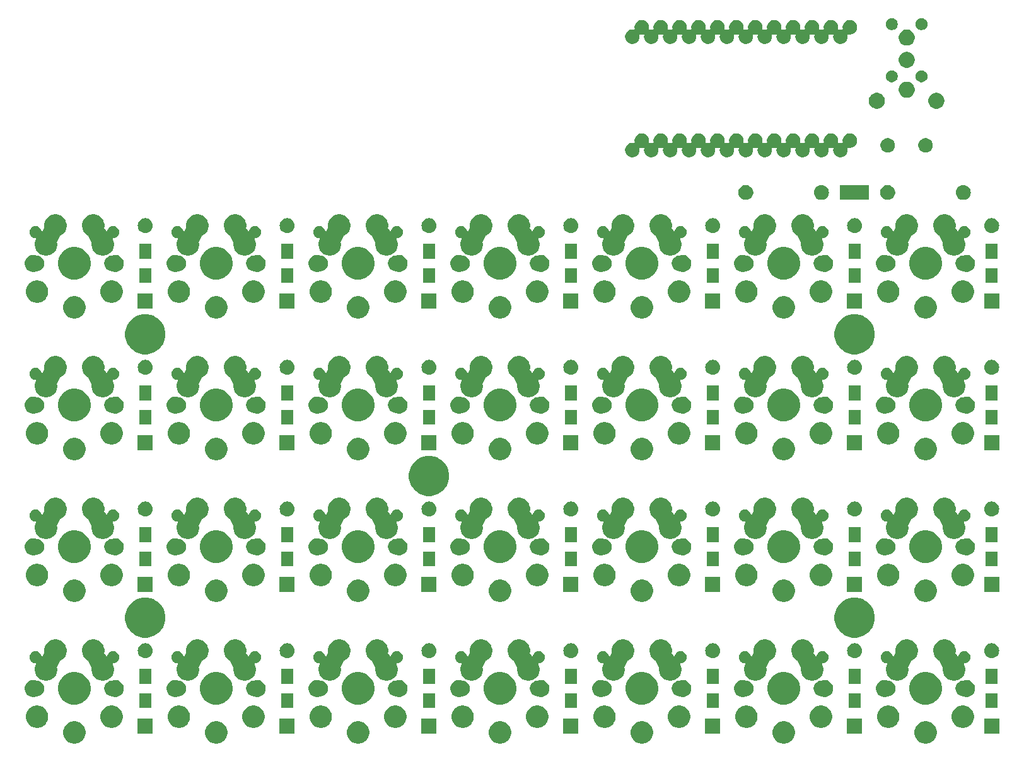
<source format=gbr>
G04 #@! TF.GenerationSoftware,KiCad,Pcbnew,5.0.2-bee76a0~70~ubuntu18.04.1*
G04 #@! TF.CreationDate,2018-12-29T23:15:22+09:00*
G04 #@! TF.ProjectId,ergo42,6572676f-3432-42e6-9b69-6361645f7063,1.0.0-alpha*
G04 #@! TF.SameCoordinates,Original*
G04 #@! TF.FileFunction,Soldermask,Bot*
G04 #@! TF.FilePolarity,Negative*
%FSLAX46Y46*%
G04 Gerber Fmt 4.6, Leading zero omitted, Abs format (unit mm)*
G04 Created by KiCad (PCBNEW 5.0.2-bee76a0~70~ubuntu18.04.1) date 2018年12月29日 23時15分22秒*
%MOMM*%
%LPD*%
G01*
G04 APERTURE LIST*
%ADD10C,0.100000*%
G04 APERTURE END LIST*
D10*
G36*
X141945935Y-135248429D02*
X142042534Y-135267644D01*
X142315517Y-135380717D01*
X142557920Y-135542687D01*
X142561197Y-135544876D01*
X142770124Y-135753803D01*
X142770126Y-135753806D01*
X142934283Y-135999483D01*
X142980061Y-136110000D01*
X143047356Y-136272467D01*
X143105000Y-136562261D01*
X143105000Y-136857739D01*
X143047356Y-137147533D01*
X142934284Y-137420515D01*
X142770124Y-137666197D01*
X142561197Y-137875124D01*
X142561194Y-137875126D01*
X142315517Y-138039283D01*
X142042534Y-138152356D01*
X141945935Y-138171571D01*
X141752739Y-138210000D01*
X141457261Y-138210000D01*
X141264065Y-138171571D01*
X141167466Y-138152356D01*
X140894483Y-138039283D01*
X140648806Y-137875126D01*
X140648803Y-137875124D01*
X140439876Y-137666197D01*
X140275716Y-137420515D01*
X140162644Y-137147533D01*
X140105000Y-136857739D01*
X140105000Y-136562261D01*
X140162644Y-136272467D01*
X140229940Y-136110000D01*
X140275717Y-135999483D01*
X140439874Y-135753806D01*
X140439876Y-135753803D01*
X140648803Y-135544876D01*
X140652080Y-135542687D01*
X140894483Y-135380717D01*
X141167466Y-135267644D01*
X141264065Y-135248429D01*
X141457261Y-135210000D01*
X141752739Y-135210000D01*
X141945935Y-135248429D01*
X141945935Y-135248429D01*
G37*
G36*
X160995935Y-135248429D02*
X161092534Y-135267644D01*
X161365517Y-135380717D01*
X161607920Y-135542687D01*
X161611197Y-135544876D01*
X161820124Y-135753803D01*
X161820126Y-135753806D01*
X161984283Y-135999483D01*
X162030061Y-136110000D01*
X162097356Y-136272467D01*
X162155000Y-136562261D01*
X162155000Y-136857739D01*
X162097356Y-137147533D01*
X161984284Y-137420515D01*
X161820124Y-137666197D01*
X161611197Y-137875124D01*
X161611194Y-137875126D01*
X161365517Y-138039283D01*
X161092534Y-138152356D01*
X160995935Y-138171571D01*
X160802739Y-138210000D01*
X160507261Y-138210000D01*
X160314065Y-138171571D01*
X160217466Y-138152356D01*
X159944483Y-138039283D01*
X159698806Y-137875126D01*
X159698803Y-137875124D01*
X159489876Y-137666197D01*
X159325716Y-137420515D01*
X159212644Y-137147533D01*
X159155000Y-136857739D01*
X159155000Y-136562261D01*
X159212644Y-136272467D01*
X159279940Y-136110000D01*
X159325717Y-135999483D01*
X159489874Y-135753806D01*
X159489876Y-135753803D01*
X159698803Y-135544876D01*
X159702080Y-135542687D01*
X159944483Y-135380717D01*
X160217466Y-135267644D01*
X160314065Y-135248429D01*
X160507261Y-135210000D01*
X160802739Y-135210000D01*
X160995935Y-135248429D01*
X160995935Y-135248429D01*
G37*
G36*
X122895935Y-135248429D02*
X122992534Y-135267644D01*
X123265517Y-135380717D01*
X123507920Y-135542687D01*
X123511197Y-135544876D01*
X123720124Y-135753803D01*
X123720126Y-135753806D01*
X123884283Y-135999483D01*
X123930061Y-136110000D01*
X123997356Y-136272467D01*
X124055000Y-136562261D01*
X124055000Y-136857739D01*
X123997356Y-137147533D01*
X123884284Y-137420515D01*
X123720124Y-137666197D01*
X123511197Y-137875124D01*
X123511194Y-137875126D01*
X123265517Y-138039283D01*
X122992534Y-138152356D01*
X122895935Y-138171571D01*
X122702739Y-138210000D01*
X122407261Y-138210000D01*
X122214065Y-138171571D01*
X122117466Y-138152356D01*
X121844483Y-138039283D01*
X121598806Y-137875126D01*
X121598803Y-137875124D01*
X121389876Y-137666197D01*
X121225716Y-137420515D01*
X121112644Y-137147533D01*
X121055000Y-136857739D01*
X121055000Y-136562261D01*
X121112644Y-136272467D01*
X121179940Y-136110000D01*
X121225717Y-135999483D01*
X121389874Y-135753806D01*
X121389876Y-135753803D01*
X121598803Y-135544876D01*
X121602080Y-135542687D01*
X121844483Y-135380717D01*
X122117466Y-135267644D01*
X122214065Y-135248429D01*
X122407261Y-135210000D01*
X122702739Y-135210000D01*
X122895935Y-135248429D01*
X122895935Y-135248429D01*
G37*
G36*
X103845935Y-135248429D02*
X103942534Y-135267644D01*
X104215517Y-135380717D01*
X104457920Y-135542687D01*
X104461197Y-135544876D01*
X104670124Y-135753803D01*
X104670126Y-135753806D01*
X104834283Y-135999483D01*
X104880061Y-136110000D01*
X104947356Y-136272467D01*
X105005000Y-136562261D01*
X105005000Y-136857739D01*
X104947356Y-137147533D01*
X104834284Y-137420515D01*
X104670124Y-137666197D01*
X104461197Y-137875124D01*
X104461194Y-137875126D01*
X104215517Y-138039283D01*
X103942534Y-138152356D01*
X103845935Y-138171571D01*
X103652739Y-138210000D01*
X103357261Y-138210000D01*
X103164065Y-138171571D01*
X103067466Y-138152356D01*
X102794483Y-138039283D01*
X102548806Y-137875126D01*
X102548803Y-137875124D01*
X102339876Y-137666197D01*
X102175716Y-137420515D01*
X102062644Y-137147533D01*
X102005000Y-136857739D01*
X102005000Y-136562261D01*
X102062644Y-136272467D01*
X102129940Y-136110000D01*
X102175717Y-135999483D01*
X102339874Y-135753806D01*
X102339876Y-135753803D01*
X102548803Y-135544876D01*
X102552080Y-135542687D01*
X102794483Y-135380717D01*
X103067466Y-135267644D01*
X103164065Y-135248429D01*
X103357261Y-135210000D01*
X103652739Y-135210000D01*
X103845935Y-135248429D01*
X103845935Y-135248429D01*
G37*
G36*
X199095935Y-135248429D02*
X199192534Y-135267644D01*
X199465517Y-135380717D01*
X199707920Y-135542687D01*
X199711197Y-135544876D01*
X199920124Y-135753803D01*
X199920126Y-135753806D01*
X200084283Y-135999483D01*
X200130061Y-136110000D01*
X200197356Y-136272467D01*
X200255000Y-136562261D01*
X200255000Y-136857739D01*
X200197356Y-137147533D01*
X200084284Y-137420515D01*
X199920124Y-137666197D01*
X199711197Y-137875124D01*
X199711194Y-137875126D01*
X199465517Y-138039283D01*
X199192534Y-138152356D01*
X199095935Y-138171571D01*
X198902739Y-138210000D01*
X198607261Y-138210000D01*
X198414065Y-138171571D01*
X198317466Y-138152356D01*
X198044483Y-138039283D01*
X197798806Y-137875126D01*
X197798803Y-137875124D01*
X197589876Y-137666197D01*
X197425716Y-137420515D01*
X197312644Y-137147533D01*
X197255000Y-136857739D01*
X197255000Y-136562261D01*
X197312644Y-136272467D01*
X197379940Y-136110000D01*
X197425717Y-135999483D01*
X197589874Y-135753806D01*
X197589876Y-135753803D01*
X197798803Y-135544876D01*
X197802080Y-135542687D01*
X198044483Y-135380717D01*
X198317466Y-135267644D01*
X198414065Y-135248429D01*
X198607261Y-135210000D01*
X198902739Y-135210000D01*
X199095935Y-135248429D01*
X199095935Y-135248429D01*
G37*
G36*
X84795935Y-135248429D02*
X84892534Y-135267644D01*
X85165517Y-135380717D01*
X85407920Y-135542687D01*
X85411197Y-135544876D01*
X85620124Y-135753803D01*
X85620126Y-135753806D01*
X85784283Y-135999483D01*
X85830061Y-136110000D01*
X85897356Y-136272467D01*
X85955000Y-136562261D01*
X85955000Y-136857739D01*
X85897356Y-137147533D01*
X85784284Y-137420515D01*
X85620124Y-137666197D01*
X85411197Y-137875124D01*
X85411194Y-137875126D01*
X85165517Y-138039283D01*
X84892534Y-138152356D01*
X84795935Y-138171571D01*
X84602739Y-138210000D01*
X84307261Y-138210000D01*
X84114065Y-138171571D01*
X84017466Y-138152356D01*
X83744483Y-138039283D01*
X83498806Y-137875126D01*
X83498803Y-137875124D01*
X83289876Y-137666197D01*
X83125716Y-137420515D01*
X83012644Y-137147533D01*
X82955000Y-136857739D01*
X82955000Y-136562261D01*
X83012644Y-136272467D01*
X83079940Y-136110000D01*
X83125717Y-135999483D01*
X83289874Y-135753806D01*
X83289876Y-135753803D01*
X83498803Y-135544876D01*
X83502080Y-135542687D01*
X83744483Y-135380717D01*
X84017466Y-135267644D01*
X84114065Y-135248429D01*
X84307261Y-135210000D01*
X84602739Y-135210000D01*
X84795935Y-135248429D01*
X84795935Y-135248429D01*
G37*
G36*
X180045935Y-135248429D02*
X180142534Y-135267644D01*
X180415517Y-135380717D01*
X180657920Y-135542687D01*
X180661197Y-135544876D01*
X180870124Y-135753803D01*
X180870126Y-135753806D01*
X181034283Y-135999483D01*
X181080061Y-136110000D01*
X181147356Y-136272467D01*
X181205000Y-136562261D01*
X181205000Y-136857739D01*
X181147356Y-137147533D01*
X181034284Y-137420515D01*
X180870124Y-137666197D01*
X180661197Y-137875124D01*
X180661194Y-137875126D01*
X180415517Y-138039283D01*
X180142534Y-138152356D01*
X180045935Y-138171571D01*
X179852739Y-138210000D01*
X179557261Y-138210000D01*
X179364065Y-138171571D01*
X179267466Y-138152356D01*
X178994483Y-138039283D01*
X178748806Y-137875126D01*
X178748803Y-137875124D01*
X178539876Y-137666197D01*
X178375716Y-137420515D01*
X178262644Y-137147533D01*
X178205000Y-136857739D01*
X178205000Y-136562261D01*
X178262644Y-136272467D01*
X178329940Y-136110000D01*
X178375717Y-135999483D01*
X178539874Y-135753806D01*
X178539876Y-135753803D01*
X178748803Y-135544876D01*
X178752080Y-135542687D01*
X178994483Y-135380717D01*
X179267466Y-135267644D01*
X179364065Y-135248429D01*
X179557261Y-135210000D01*
X179852739Y-135210000D01*
X180045935Y-135248429D01*
X180045935Y-135248429D01*
G37*
G36*
X133080000Y-136890000D02*
X131080000Y-136890000D01*
X131080000Y-134890000D01*
X133080000Y-134890000D01*
X133080000Y-136890000D01*
X133080000Y-136890000D01*
G37*
G36*
X114030000Y-136890000D02*
X112030000Y-136890000D01*
X112030000Y-134890000D01*
X114030000Y-134890000D01*
X114030000Y-136890000D01*
X114030000Y-136890000D01*
G37*
G36*
X94980000Y-136890000D02*
X92980000Y-136890000D01*
X92980000Y-134890000D01*
X94980000Y-134890000D01*
X94980000Y-136890000D01*
X94980000Y-136890000D01*
G37*
G36*
X171180000Y-136890000D02*
X169180000Y-136890000D01*
X169180000Y-134890000D01*
X171180000Y-134890000D01*
X171180000Y-136890000D01*
X171180000Y-136890000D01*
G37*
G36*
X152130000Y-136890000D02*
X150130000Y-136890000D01*
X150130000Y-134890000D01*
X152130000Y-134890000D01*
X152130000Y-136890000D01*
X152130000Y-136890000D01*
G37*
G36*
X190230000Y-136890000D02*
X188230000Y-136890000D01*
X188230000Y-134890000D01*
X190230000Y-134890000D01*
X190230000Y-136890000D01*
X190230000Y-136890000D01*
G37*
G36*
X208645000Y-136890000D02*
X206645000Y-136890000D01*
X206645000Y-134890000D01*
X208645000Y-134890000D01*
X208645000Y-136890000D01*
X208645000Y-136890000D01*
G37*
G36*
X204095935Y-133148429D02*
X204192534Y-133167644D01*
X204465517Y-133280717D01*
X204703900Y-133440000D01*
X204711197Y-133444876D01*
X204920124Y-133653803D01*
X204920126Y-133653806D01*
X205084283Y-133899483D01*
X205197356Y-134172466D01*
X205255000Y-134462263D01*
X205255000Y-134757737D01*
X205197356Y-135047534D01*
X205117402Y-135240560D01*
X205084284Y-135320515D01*
X204920124Y-135566197D01*
X204711197Y-135775124D01*
X204711194Y-135775126D01*
X204465517Y-135939283D01*
X204192534Y-136052356D01*
X204095935Y-136071571D01*
X203902739Y-136110000D01*
X203607261Y-136110000D01*
X203414065Y-136071571D01*
X203317466Y-136052356D01*
X203044483Y-135939283D01*
X202798806Y-135775126D01*
X202798803Y-135775124D01*
X202589876Y-135566197D01*
X202425716Y-135320515D01*
X202392598Y-135240560D01*
X202312644Y-135047534D01*
X202255000Y-134757737D01*
X202255000Y-134462263D01*
X202312644Y-134172466D01*
X202425717Y-133899483D01*
X202589874Y-133653806D01*
X202589876Y-133653803D01*
X202798803Y-133444876D01*
X202806100Y-133440000D01*
X203044483Y-133280717D01*
X203317466Y-133167644D01*
X203414065Y-133148429D01*
X203607261Y-133110000D01*
X203902739Y-133110000D01*
X204095935Y-133148429D01*
X204095935Y-133148429D01*
G37*
G36*
X194095935Y-133148429D02*
X194192534Y-133167644D01*
X194465517Y-133280717D01*
X194703900Y-133440000D01*
X194711197Y-133444876D01*
X194920124Y-133653803D01*
X194920126Y-133653806D01*
X195084283Y-133899483D01*
X195197356Y-134172466D01*
X195255000Y-134462263D01*
X195255000Y-134757737D01*
X195197356Y-135047534D01*
X195117402Y-135240560D01*
X195084284Y-135320515D01*
X194920124Y-135566197D01*
X194711197Y-135775124D01*
X194711194Y-135775126D01*
X194465517Y-135939283D01*
X194192534Y-136052356D01*
X194095935Y-136071571D01*
X193902739Y-136110000D01*
X193607261Y-136110000D01*
X193414065Y-136071571D01*
X193317466Y-136052356D01*
X193044483Y-135939283D01*
X192798806Y-135775126D01*
X192798803Y-135775124D01*
X192589876Y-135566197D01*
X192425716Y-135320515D01*
X192392598Y-135240560D01*
X192312644Y-135047534D01*
X192255000Y-134757737D01*
X192255000Y-134462263D01*
X192312644Y-134172466D01*
X192425717Y-133899483D01*
X192589874Y-133653806D01*
X192589876Y-133653803D01*
X192798803Y-133444876D01*
X192806100Y-133440000D01*
X193044483Y-133280717D01*
X193317466Y-133167644D01*
X193414065Y-133148429D01*
X193607261Y-133110000D01*
X193902739Y-133110000D01*
X194095935Y-133148429D01*
X194095935Y-133148429D01*
G37*
G36*
X146945935Y-133148429D02*
X147042534Y-133167644D01*
X147315517Y-133280717D01*
X147553900Y-133440000D01*
X147561197Y-133444876D01*
X147770124Y-133653803D01*
X147770126Y-133653806D01*
X147934283Y-133899483D01*
X148047356Y-134172466D01*
X148105000Y-134462263D01*
X148105000Y-134757737D01*
X148047356Y-135047534D01*
X147967402Y-135240560D01*
X147934284Y-135320515D01*
X147770124Y-135566197D01*
X147561197Y-135775124D01*
X147561194Y-135775126D01*
X147315517Y-135939283D01*
X147042534Y-136052356D01*
X146945935Y-136071571D01*
X146752739Y-136110000D01*
X146457261Y-136110000D01*
X146264065Y-136071571D01*
X146167466Y-136052356D01*
X145894483Y-135939283D01*
X145648806Y-135775126D01*
X145648803Y-135775124D01*
X145439876Y-135566197D01*
X145275716Y-135320515D01*
X145242598Y-135240560D01*
X145162644Y-135047534D01*
X145105000Y-134757737D01*
X145105000Y-134462263D01*
X145162644Y-134172466D01*
X145275717Y-133899483D01*
X145439874Y-133653806D01*
X145439876Y-133653803D01*
X145648803Y-133444876D01*
X145656100Y-133440000D01*
X145894483Y-133280717D01*
X146167466Y-133167644D01*
X146264065Y-133148429D01*
X146457261Y-133110000D01*
X146752739Y-133110000D01*
X146945935Y-133148429D01*
X146945935Y-133148429D01*
G37*
G36*
X185045935Y-133148429D02*
X185142534Y-133167644D01*
X185415517Y-133280717D01*
X185653900Y-133440000D01*
X185661197Y-133444876D01*
X185870124Y-133653803D01*
X185870126Y-133653806D01*
X186034283Y-133899483D01*
X186147356Y-134172466D01*
X186205000Y-134462263D01*
X186205000Y-134757737D01*
X186147356Y-135047534D01*
X186067402Y-135240560D01*
X186034284Y-135320515D01*
X185870124Y-135566197D01*
X185661197Y-135775124D01*
X185661194Y-135775126D01*
X185415517Y-135939283D01*
X185142534Y-136052356D01*
X185045935Y-136071571D01*
X184852739Y-136110000D01*
X184557261Y-136110000D01*
X184364065Y-136071571D01*
X184267466Y-136052356D01*
X183994483Y-135939283D01*
X183748806Y-135775126D01*
X183748803Y-135775124D01*
X183539876Y-135566197D01*
X183375716Y-135320515D01*
X183342598Y-135240560D01*
X183262644Y-135047534D01*
X183205000Y-134757737D01*
X183205000Y-134462263D01*
X183262644Y-134172466D01*
X183375717Y-133899483D01*
X183539874Y-133653806D01*
X183539876Y-133653803D01*
X183748803Y-133444876D01*
X183756100Y-133440000D01*
X183994483Y-133280717D01*
X184267466Y-133167644D01*
X184364065Y-133148429D01*
X184557261Y-133110000D01*
X184852739Y-133110000D01*
X185045935Y-133148429D01*
X185045935Y-133148429D01*
G37*
G36*
X155995935Y-133148429D02*
X156092534Y-133167644D01*
X156365517Y-133280717D01*
X156603900Y-133440000D01*
X156611197Y-133444876D01*
X156820124Y-133653803D01*
X156820126Y-133653806D01*
X156984283Y-133899483D01*
X157097356Y-134172466D01*
X157155000Y-134462263D01*
X157155000Y-134757737D01*
X157097356Y-135047534D01*
X157017402Y-135240560D01*
X156984284Y-135320515D01*
X156820124Y-135566197D01*
X156611197Y-135775124D01*
X156611194Y-135775126D01*
X156365517Y-135939283D01*
X156092534Y-136052356D01*
X155995935Y-136071571D01*
X155802739Y-136110000D01*
X155507261Y-136110000D01*
X155314065Y-136071571D01*
X155217466Y-136052356D01*
X154944483Y-135939283D01*
X154698806Y-135775126D01*
X154698803Y-135775124D01*
X154489876Y-135566197D01*
X154325716Y-135320515D01*
X154292598Y-135240560D01*
X154212644Y-135047534D01*
X154155000Y-134757737D01*
X154155000Y-134462263D01*
X154212644Y-134172466D01*
X154325717Y-133899483D01*
X154489874Y-133653806D01*
X154489876Y-133653803D01*
X154698803Y-133444876D01*
X154706100Y-133440000D01*
X154944483Y-133280717D01*
X155217466Y-133167644D01*
X155314065Y-133148429D01*
X155507261Y-133110000D01*
X155802739Y-133110000D01*
X155995935Y-133148429D01*
X155995935Y-133148429D01*
G37*
G36*
X117895935Y-133148429D02*
X117992534Y-133167644D01*
X118265517Y-133280717D01*
X118503900Y-133440000D01*
X118511197Y-133444876D01*
X118720124Y-133653803D01*
X118720126Y-133653806D01*
X118884283Y-133899483D01*
X118997356Y-134172466D01*
X119055000Y-134462263D01*
X119055000Y-134757737D01*
X118997356Y-135047534D01*
X118917402Y-135240560D01*
X118884284Y-135320515D01*
X118720124Y-135566197D01*
X118511197Y-135775124D01*
X118511194Y-135775126D01*
X118265517Y-135939283D01*
X117992534Y-136052356D01*
X117895935Y-136071571D01*
X117702739Y-136110000D01*
X117407261Y-136110000D01*
X117214065Y-136071571D01*
X117117466Y-136052356D01*
X116844483Y-135939283D01*
X116598806Y-135775126D01*
X116598803Y-135775124D01*
X116389876Y-135566197D01*
X116225716Y-135320515D01*
X116192598Y-135240560D01*
X116112644Y-135047534D01*
X116055000Y-134757737D01*
X116055000Y-134462263D01*
X116112644Y-134172466D01*
X116225717Y-133899483D01*
X116389874Y-133653806D01*
X116389876Y-133653803D01*
X116598803Y-133444876D01*
X116606100Y-133440000D01*
X116844483Y-133280717D01*
X117117466Y-133167644D01*
X117214065Y-133148429D01*
X117407261Y-133110000D01*
X117702739Y-133110000D01*
X117895935Y-133148429D01*
X117895935Y-133148429D01*
G37*
G36*
X127895935Y-133148429D02*
X127992534Y-133167644D01*
X128265517Y-133280717D01*
X128503900Y-133440000D01*
X128511197Y-133444876D01*
X128720124Y-133653803D01*
X128720126Y-133653806D01*
X128884283Y-133899483D01*
X128997356Y-134172466D01*
X129055000Y-134462263D01*
X129055000Y-134757737D01*
X128997356Y-135047534D01*
X128917402Y-135240560D01*
X128884284Y-135320515D01*
X128720124Y-135566197D01*
X128511197Y-135775124D01*
X128511194Y-135775126D01*
X128265517Y-135939283D01*
X127992534Y-136052356D01*
X127895935Y-136071571D01*
X127702739Y-136110000D01*
X127407261Y-136110000D01*
X127214065Y-136071571D01*
X127117466Y-136052356D01*
X126844483Y-135939283D01*
X126598806Y-135775126D01*
X126598803Y-135775124D01*
X126389876Y-135566197D01*
X126225716Y-135320515D01*
X126192598Y-135240560D01*
X126112644Y-135047534D01*
X126055000Y-134757737D01*
X126055000Y-134462263D01*
X126112644Y-134172466D01*
X126225717Y-133899483D01*
X126389874Y-133653806D01*
X126389876Y-133653803D01*
X126598803Y-133444876D01*
X126606100Y-133440000D01*
X126844483Y-133280717D01*
X127117466Y-133167644D01*
X127214065Y-133148429D01*
X127407261Y-133110000D01*
X127702739Y-133110000D01*
X127895935Y-133148429D01*
X127895935Y-133148429D01*
G37*
G36*
X175045935Y-133148429D02*
X175142534Y-133167644D01*
X175415517Y-133280717D01*
X175653900Y-133440000D01*
X175661197Y-133444876D01*
X175870124Y-133653803D01*
X175870126Y-133653806D01*
X176034283Y-133899483D01*
X176147356Y-134172466D01*
X176205000Y-134462263D01*
X176205000Y-134757737D01*
X176147356Y-135047534D01*
X176067402Y-135240560D01*
X176034284Y-135320515D01*
X175870124Y-135566197D01*
X175661197Y-135775124D01*
X175661194Y-135775126D01*
X175415517Y-135939283D01*
X175142534Y-136052356D01*
X175045935Y-136071571D01*
X174852739Y-136110000D01*
X174557261Y-136110000D01*
X174364065Y-136071571D01*
X174267466Y-136052356D01*
X173994483Y-135939283D01*
X173748806Y-135775126D01*
X173748803Y-135775124D01*
X173539876Y-135566197D01*
X173375716Y-135320515D01*
X173342598Y-135240560D01*
X173262644Y-135047534D01*
X173205000Y-134757737D01*
X173205000Y-134462263D01*
X173262644Y-134172466D01*
X173375717Y-133899483D01*
X173539874Y-133653806D01*
X173539876Y-133653803D01*
X173748803Y-133444876D01*
X173756100Y-133440000D01*
X173994483Y-133280717D01*
X174267466Y-133167644D01*
X174364065Y-133148429D01*
X174557261Y-133110000D01*
X174852739Y-133110000D01*
X175045935Y-133148429D01*
X175045935Y-133148429D01*
G37*
G36*
X98845935Y-133148429D02*
X98942534Y-133167644D01*
X99215517Y-133280717D01*
X99453900Y-133440000D01*
X99461197Y-133444876D01*
X99670124Y-133653803D01*
X99670126Y-133653806D01*
X99834283Y-133899483D01*
X99947356Y-134172466D01*
X100005000Y-134462263D01*
X100005000Y-134757737D01*
X99947356Y-135047534D01*
X99867402Y-135240560D01*
X99834284Y-135320515D01*
X99670124Y-135566197D01*
X99461197Y-135775124D01*
X99461194Y-135775126D01*
X99215517Y-135939283D01*
X98942534Y-136052356D01*
X98845935Y-136071571D01*
X98652739Y-136110000D01*
X98357261Y-136110000D01*
X98164065Y-136071571D01*
X98067466Y-136052356D01*
X97794483Y-135939283D01*
X97548806Y-135775126D01*
X97548803Y-135775124D01*
X97339876Y-135566197D01*
X97175716Y-135320515D01*
X97142598Y-135240560D01*
X97062644Y-135047534D01*
X97005000Y-134757737D01*
X97005000Y-134462263D01*
X97062644Y-134172466D01*
X97175717Y-133899483D01*
X97339874Y-133653806D01*
X97339876Y-133653803D01*
X97548803Y-133444876D01*
X97556100Y-133440000D01*
X97794483Y-133280717D01*
X98067466Y-133167644D01*
X98164065Y-133148429D01*
X98357261Y-133110000D01*
X98652739Y-133110000D01*
X98845935Y-133148429D01*
X98845935Y-133148429D01*
G37*
G36*
X136945935Y-133148429D02*
X137042534Y-133167644D01*
X137315517Y-133280717D01*
X137553900Y-133440000D01*
X137561197Y-133444876D01*
X137770124Y-133653803D01*
X137770126Y-133653806D01*
X137934283Y-133899483D01*
X138047356Y-134172466D01*
X138105000Y-134462263D01*
X138105000Y-134757737D01*
X138047356Y-135047534D01*
X137967402Y-135240560D01*
X137934284Y-135320515D01*
X137770124Y-135566197D01*
X137561197Y-135775124D01*
X137561194Y-135775126D01*
X137315517Y-135939283D01*
X137042534Y-136052356D01*
X136945935Y-136071571D01*
X136752739Y-136110000D01*
X136457261Y-136110000D01*
X136264065Y-136071571D01*
X136167466Y-136052356D01*
X135894483Y-135939283D01*
X135648806Y-135775126D01*
X135648803Y-135775124D01*
X135439876Y-135566197D01*
X135275716Y-135320515D01*
X135242598Y-135240560D01*
X135162644Y-135047534D01*
X135105000Y-134757737D01*
X135105000Y-134462263D01*
X135162644Y-134172466D01*
X135275717Y-133899483D01*
X135439874Y-133653806D01*
X135439876Y-133653803D01*
X135648803Y-133444876D01*
X135656100Y-133440000D01*
X135894483Y-133280717D01*
X136167466Y-133167644D01*
X136264065Y-133148429D01*
X136457261Y-133110000D01*
X136752739Y-133110000D01*
X136945935Y-133148429D01*
X136945935Y-133148429D01*
G37*
G36*
X79795935Y-133148429D02*
X79892534Y-133167644D01*
X80165517Y-133280717D01*
X80403900Y-133440000D01*
X80411197Y-133444876D01*
X80620124Y-133653803D01*
X80620126Y-133653806D01*
X80784283Y-133899483D01*
X80897356Y-134172466D01*
X80955000Y-134462263D01*
X80955000Y-134757737D01*
X80897356Y-135047534D01*
X80817402Y-135240560D01*
X80784284Y-135320515D01*
X80620124Y-135566197D01*
X80411197Y-135775124D01*
X80411194Y-135775126D01*
X80165517Y-135939283D01*
X79892534Y-136052356D01*
X79795935Y-136071571D01*
X79602739Y-136110000D01*
X79307261Y-136110000D01*
X79114065Y-136071571D01*
X79017466Y-136052356D01*
X78744483Y-135939283D01*
X78498806Y-135775126D01*
X78498803Y-135775124D01*
X78289876Y-135566197D01*
X78125716Y-135320515D01*
X78092598Y-135240560D01*
X78012644Y-135047534D01*
X77955000Y-134757737D01*
X77955000Y-134462263D01*
X78012644Y-134172466D01*
X78125717Y-133899483D01*
X78289874Y-133653806D01*
X78289876Y-133653803D01*
X78498803Y-133444876D01*
X78506100Y-133440000D01*
X78744483Y-133280717D01*
X79017466Y-133167644D01*
X79114065Y-133148429D01*
X79307261Y-133110000D01*
X79602739Y-133110000D01*
X79795935Y-133148429D01*
X79795935Y-133148429D01*
G37*
G36*
X89795935Y-133148429D02*
X89892534Y-133167644D01*
X90165517Y-133280717D01*
X90403900Y-133440000D01*
X90411197Y-133444876D01*
X90620124Y-133653803D01*
X90620126Y-133653806D01*
X90784283Y-133899483D01*
X90897356Y-134172466D01*
X90955000Y-134462263D01*
X90955000Y-134757737D01*
X90897356Y-135047534D01*
X90817402Y-135240560D01*
X90784284Y-135320515D01*
X90620124Y-135566197D01*
X90411197Y-135775124D01*
X90411194Y-135775126D01*
X90165517Y-135939283D01*
X89892534Y-136052356D01*
X89795935Y-136071571D01*
X89602739Y-136110000D01*
X89307261Y-136110000D01*
X89114065Y-136071571D01*
X89017466Y-136052356D01*
X88744483Y-135939283D01*
X88498806Y-135775126D01*
X88498803Y-135775124D01*
X88289876Y-135566197D01*
X88125716Y-135320515D01*
X88092598Y-135240560D01*
X88012644Y-135047534D01*
X87955000Y-134757737D01*
X87955000Y-134462263D01*
X88012644Y-134172466D01*
X88125717Y-133899483D01*
X88289874Y-133653806D01*
X88289876Y-133653803D01*
X88498803Y-133444876D01*
X88506100Y-133440000D01*
X88744483Y-133280717D01*
X89017466Y-133167644D01*
X89114065Y-133148429D01*
X89307261Y-133110000D01*
X89602739Y-133110000D01*
X89795935Y-133148429D01*
X89795935Y-133148429D01*
G37*
G36*
X165995935Y-133148429D02*
X166092534Y-133167644D01*
X166365517Y-133280717D01*
X166603900Y-133440000D01*
X166611197Y-133444876D01*
X166820124Y-133653803D01*
X166820126Y-133653806D01*
X166984283Y-133899483D01*
X167097356Y-134172466D01*
X167155000Y-134462263D01*
X167155000Y-134757737D01*
X167097356Y-135047534D01*
X167017402Y-135240560D01*
X166984284Y-135320515D01*
X166820124Y-135566197D01*
X166611197Y-135775124D01*
X166611194Y-135775126D01*
X166365517Y-135939283D01*
X166092534Y-136052356D01*
X165995935Y-136071571D01*
X165802739Y-136110000D01*
X165507261Y-136110000D01*
X165314065Y-136071571D01*
X165217466Y-136052356D01*
X164944483Y-135939283D01*
X164698806Y-135775126D01*
X164698803Y-135775124D01*
X164489876Y-135566197D01*
X164325716Y-135320515D01*
X164292598Y-135240560D01*
X164212644Y-135047534D01*
X164155000Y-134757737D01*
X164155000Y-134462263D01*
X164212644Y-134172466D01*
X164325717Y-133899483D01*
X164489874Y-133653806D01*
X164489876Y-133653803D01*
X164698803Y-133444876D01*
X164706100Y-133440000D01*
X164944483Y-133280717D01*
X165217466Y-133167644D01*
X165314065Y-133148429D01*
X165507261Y-133110000D01*
X165802739Y-133110000D01*
X165995935Y-133148429D01*
X165995935Y-133148429D01*
G37*
G36*
X108845935Y-133148429D02*
X108942534Y-133167644D01*
X109215517Y-133280717D01*
X109453900Y-133440000D01*
X109461197Y-133444876D01*
X109670124Y-133653803D01*
X109670126Y-133653806D01*
X109834283Y-133899483D01*
X109947356Y-134172466D01*
X110005000Y-134462263D01*
X110005000Y-134757737D01*
X109947356Y-135047534D01*
X109867402Y-135240560D01*
X109834284Y-135320515D01*
X109670124Y-135566197D01*
X109461197Y-135775124D01*
X109461194Y-135775126D01*
X109215517Y-135939283D01*
X108942534Y-136052356D01*
X108845935Y-136071571D01*
X108652739Y-136110000D01*
X108357261Y-136110000D01*
X108164065Y-136071571D01*
X108067466Y-136052356D01*
X107794483Y-135939283D01*
X107548806Y-135775126D01*
X107548803Y-135775124D01*
X107339876Y-135566197D01*
X107175716Y-135320515D01*
X107142598Y-135240560D01*
X107062644Y-135047534D01*
X107005000Y-134757737D01*
X107005000Y-134462263D01*
X107062644Y-134172466D01*
X107175717Y-133899483D01*
X107339874Y-133653806D01*
X107339876Y-133653803D01*
X107548803Y-133444876D01*
X107556100Y-133440000D01*
X107794483Y-133280717D01*
X108067466Y-133167644D01*
X108164065Y-133148429D01*
X108357261Y-133110000D01*
X108652739Y-133110000D01*
X108845935Y-133148429D01*
X108845935Y-133148429D01*
G37*
G36*
X94780000Y-133440000D02*
X93180000Y-133440000D01*
X93180000Y-131440000D01*
X94780000Y-131440000D01*
X94780000Y-133440000D01*
X94780000Y-133440000D01*
G37*
G36*
X170980000Y-133440000D02*
X169380000Y-133440000D01*
X169380000Y-131440000D01*
X170980000Y-131440000D01*
X170980000Y-133440000D01*
X170980000Y-133440000D01*
G37*
G36*
X208445000Y-133440000D02*
X206845000Y-133440000D01*
X206845000Y-131440000D01*
X208445000Y-131440000D01*
X208445000Y-133440000D01*
X208445000Y-133440000D01*
G37*
G36*
X151930000Y-133440000D02*
X150330000Y-133440000D01*
X150330000Y-131440000D01*
X151930000Y-131440000D01*
X151930000Y-133440000D01*
X151930000Y-133440000D01*
G37*
G36*
X132880000Y-133440000D02*
X131280000Y-133440000D01*
X131280000Y-131440000D01*
X132880000Y-131440000D01*
X132880000Y-133440000D01*
X132880000Y-133440000D01*
G37*
G36*
X190030000Y-133440000D02*
X188430000Y-133440000D01*
X188430000Y-131440000D01*
X190030000Y-131440000D01*
X190030000Y-133440000D01*
X190030000Y-133440000D01*
G37*
G36*
X113830000Y-133440000D02*
X112230000Y-133440000D01*
X112230000Y-131440000D01*
X113830000Y-131440000D01*
X113830000Y-133440000D01*
X113830000Y-133440000D01*
G37*
G36*
X104144934Y-128700410D02*
X104144936Y-128700411D01*
X104144937Y-128700411D01*
X104544201Y-128865791D01*
X104903530Y-129105887D01*
X105209113Y-129411470D01*
X105449209Y-129770799D01*
X105602174Y-130140090D01*
X105614590Y-130170066D01*
X105698900Y-130593918D01*
X105698900Y-131026082D01*
X105633528Y-131354729D01*
X105614589Y-131449937D01*
X105449209Y-131849201D01*
X105209113Y-132208530D01*
X104903530Y-132514113D01*
X104544201Y-132754209D01*
X104144937Y-132919589D01*
X104144936Y-132919589D01*
X104144934Y-132919590D01*
X103721082Y-133003900D01*
X103288918Y-133003900D01*
X102865066Y-132919590D01*
X102865064Y-132919589D01*
X102865063Y-132919589D01*
X102465799Y-132754209D01*
X102106470Y-132514113D01*
X101800887Y-132208530D01*
X101560791Y-131849201D01*
X101395411Y-131449937D01*
X101376473Y-131354729D01*
X101311100Y-131026082D01*
X101311100Y-130593918D01*
X101395410Y-130170066D01*
X101407826Y-130140090D01*
X101560791Y-129770799D01*
X101800887Y-129411470D01*
X102106470Y-129105887D01*
X102465799Y-128865791D01*
X102865063Y-128700411D01*
X102865064Y-128700411D01*
X102865066Y-128700410D01*
X103288918Y-128616100D01*
X103721082Y-128616100D01*
X104144934Y-128700410D01*
X104144934Y-128700410D01*
G37*
G36*
X85094934Y-128700410D02*
X85094936Y-128700411D01*
X85094937Y-128700411D01*
X85494201Y-128865791D01*
X85853530Y-129105887D01*
X86159113Y-129411470D01*
X86399209Y-129770799D01*
X86552174Y-130140090D01*
X86564590Y-130170066D01*
X86648900Y-130593918D01*
X86648900Y-131026082D01*
X86583528Y-131354729D01*
X86564589Y-131449937D01*
X86399209Y-131849201D01*
X86159113Y-132208530D01*
X85853530Y-132514113D01*
X85494201Y-132754209D01*
X85094937Y-132919589D01*
X85094936Y-132919589D01*
X85094934Y-132919590D01*
X84671082Y-133003900D01*
X84238918Y-133003900D01*
X83815066Y-132919590D01*
X83815064Y-132919589D01*
X83815063Y-132919589D01*
X83415799Y-132754209D01*
X83056470Y-132514113D01*
X82750887Y-132208530D01*
X82510791Y-131849201D01*
X82345411Y-131449937D01*
X82326473Y-131354729D01*
X82261100Y-131026082D01*
X82261100Y-130593918D01*
X82345410Y-130170066D01*
X82357826Y-130140090D01*
X82510791Y-129770799D01*
X82750887Y-129411470D01*
X83056470Y-129105887D01*
X83415799Y-128865791D01*
X83815063Y-128700411D01*
X83815064Y-128700411D01*
X83815066Y-128700410D01*
X84238918Y-128616100D01*
X84671082Y-128616100D01*
X85094934Y-128700410D01*
X85094934Y-128700410D01*
G37*
G36*
X123194934Y-128700410D02*
X123194936Y-128700411D01*
X123194937Y-128700411D01*
X123594201Y-128865791D01*
X123953530Y-129105887D01*
X124259113Y-129411470D01*
X124499209Y-129770799D01*
X124652174Y-130140090D01*
X124664590Y-130170066D01*
X124748900Y-130593918D01*
X124748900Y-131026082D01*
X124683528Y-131354729D01*
X124664589Y-131449937D01*
X124499209Y-131849201D01*
X124259113Y-132208530D01*
X123953530Y-132514113D01*
X123594201Y-132754209D01*
X123194937Y-132919589D01*
X123194936Y-132919589D01*
X123194934Y-132919590D01*
X122771082Y-133003900D01*
X122338918Y-133003900D01*
X121915066Y-132919590D01*
X121915064Y-132919589D01*
X121915063Y-132919589D01*
X121515799Y-132754209D01*
X121156470Y-132514113D01*
X120850887Y-132208530D01*
X120610791Y-131849201D01*
X120445411Y-131449937D01*
X120426473Y-131354729D01*
X120361100Y-131026082D01*
X120361100Y-130593918D01*
X120445410Y-130170066D01*
X120457826Y-130140090D01*
X120610791Y-129770799D01*
X120850887Y-129411470D01*
X121156470Y-129105887D01*
X121515799Y-128865791D01*
X121915063Y-128700411D01*
X121915064Y-128700411D01*
X121915066Y-128700410D01*
X122338918Y-128616100D01*
X122771082Y-128616100D01*
X123194934Y-128700410D01*
X123194934Y-128700410D01*
G37*
G36*
X142244934Y-128700410D02*
X142244936Y-128700411D01*
X142244937Y-128700411D01*
X142644201Y-128865791D01*
X143003530Y-129105887D01*
X143309113Y-129411470D01*
X143549209Y-129770799D01*
X143702174Y-130140090D01*
X143714590Y-130170066D01*
X143798900Y-130593918D01*
X143798900Y-131026082D01*
X143733528Y-131354729D01*
X143714589Y-131449937D01*
X143549209Y-131849201D01*
X143309113Y-132208530D01*
X143003530Y-132514113D01*
X142644201Y-132754209D01*
X142244937Y-132919589D01*
X142244936Y-132919589D01*
X142244934Y-132919590D01*
X141821082Y-133003900D01*
X141388918Y-133003900D01*
X140965066Y-132919590D01*
X140965064Y-132919589D01*
X140965063Y-132919589D01*
X140565799Y-132754209D01*
X140206470Y-132514113D01*
X139900887Y-132208530D01*
X139660791Y-131849201D01*
X139495411Y-131449937D01*
X139476473Y-131354729D01*
X139411100Y-131026082D01*
X139411100Y-130593918D01*
X139495410Y-130170066D01*
X139507826Y-130140090D01*
X139660791Y-129770799D01*
X139900887Y-129411470D01*
X140206470Y-129105887D01*
X140565799Y-128865791D01*
X140965063Y-128700411D01*
X140965064Y-128700411D01*
X140965066Y-128700410D01*
X141388918Y-128616100D01*
X141821082Y-128616100D01*
X142244934Y-128700410D01*
X142244934Y-128700410D01*
G37*
G36*
X199394934Y-128700410D02*
X199394936Y-128700411D01*
X199394937Y-128700411D01*
X199794201Y-128865791D01*
X200153530Y-129105887D01*
X200459113Y-129411470D01*
X200699209Y-129770799D01*
X200852174Y-130140090D01*
X200864590Y-130170066D01*
X200948900Y-130593918D01*
X200948900Y-131026082D01*
X200883528Y-131354729D01*
X200864589Y-131449937D01*
X200699209Y-131849201D01*
X200459113Y-132208530D01*
X200153530Y-132514113D01*
X199794201Y-132754209D01*
X199394937Y-132919589D01*
X199394936Y-132919589D01*
X199394934Y-132919590D01*
X198971082Y-133003900D01*
X198538918Y-133003900D01*
X198115066Y-132919590D01*
X198115064Y-132919589D01*
X198115063Y-132919589D01*
X197715799Y-132754209D01*
X197356470Y-132514113D01*
X197050887Y-132208530D01*
X196810791Y-131849201D01*
X196645411Y-131449937D01*
X196626473Y-131354729D01*
X196561100Y-131026082D01*
X196561100Y-130593918D01*
X196645410Y-130170066D01*
X196657826Y-130140090D01*
X196810791Y-129770799D01*
X197050887Y-129411470D01*
X197356470Y-129105887D01*
X197715799Y-128865791D01*
X198115063Y-128700411D01*
X198115064Y-128700411D01*
X198115066Y-128700410D01*
X198538918Y-128616100D01*
X198971082Y-128616100D01*
X199394934Y-128700410D01*
X199394934Y-128700410D01*
G37*
G36*
X180344934Y-128700410D02*
X180344936Y-128700411D01*
X180344937Y-128700411D01*
X180744201Y-128865791D01*
X181103530Y-129105887D01*
X181409113Y-129411470D01*
X181649209Y-129770799D01*
X181802174Y-130140090D01*
X181814590Y-130170066D01*
X181898900Y-130593918D01*
X181898900Y-131026082D01*
X181833528Y-131354729D01*
X181814589Y-131449937D01*
X181649209Y-131849201D01*
X181409113Y-132208530D01*
X181103530Y-132514113D01*
X180744201Y-132754209D01*
X180344937Y-132919589D01*
X180344936Y-132919589D01*
X180344934Y-132919590D01*
X179921082Y-133003900D01*
X179488918Y-133003900D01*
X179065066Y-132919590D01*
X179065064Y-132919589D01*
X179065063Y-132919589D01*
X178665799Y-132754209D01*
X178306470Y-132514113D01*
X178000887Y-132208530D01*
X177760791Y-131849201D01*
X177595411Y-131449937D01*
X177576473Y-131354729D01*
X177511100Y-131026082D01*
X177511100Y-130593918D01*
X177595410Y-130170066D01*
X177607826Y-130140090D01*
X177760791Y-129770799D01*
X178000887Y-129411470D01*
X178306470Y-129105887D01*
X178665799Y-128865791D01*
X179065063Y-128700411D01*
X179065064Y-128700411D01*
X179065066Y-128700410D01*
X179488918Y-128616100D01*
X179921082Y-128616100D01*
X180344934Y-128700410D01*
X180344934Y-128700410D01*
G37*
G36*
X161294934Y-128700410D02*
X161294936Y-128700411D01*
X161294937Y-128700411D01*
X161694201Y-128865791D01*
X162053530Y-129105887D01*
X162359113Y-129411470D01*
X162599209Y-129770799D01*
X162752174Y-130140090D01*
X162764590Y-130170066D01*
X162848900Y-130593918D01*
X162848900Y-131026082D01*
X162783528Y-131354729D01*
X162764589Y-131449937D01*
X162599209Y-131849201D01*
X162359113Y-132208530D01*
X162053530Y-132514113D01*
X161694201Y-132754209D01*
X161294937Y-132919589D01*
X161294936Y-132919589D01*
X161294934Y-132919590D01*
X160871082Y-133003900D01*
X160438918Y-133003900D01*
X160015066Y-132919590D01*
X160015064Y-132919589D01*
X160015063Y-132919589D01*
X159615799Y-132754209D01*
X159256470Y-132514113D01*
X158950887Y-132208530D01*
X158710791Y-131849201D01*
X158545411Y-131449937D01*
X158526473Y-131354729D01*
X158461100Y-131026082D01*
X158461100Y-130593918D01*
X158545410Y-130170066D01*
X158557826Y-130140090D01*
X158710791Y-129770799D01*
X158950887Y-129411470D01*
X159256470Y-129105887D01*
X159615799Y-128865791D01*
X160015063Y-128700411D01*
X160015064Y-128700411D01*
X160015066Y-128700410D01*
X160438918Y-128616100D01*
X160871082Y-128616100D01*
X161294934Y-128700410D01*
X161294934Y-128700410D01*
G37*
G36*
X204590443Y-129704194D02*
X204799728Y-129790883D01*
X204988085Y-129916739D01*
X205148261Y-130076915D01*
X205274117Y-130265272D01*
X205360806Y-130474557D01*
X205405000Y-130696734D01*
X205405000Y-130923266D01*
X205360806Y-131145443D01*
X205274117Y-131354728D01*
X205148261Y-131543085D01*
X204988085Y-131703261D01*
X204799728Y-131829117D01*
X204590443Y-131915806D01*
X204368266Y-131960000D01*
X204141734Y-131960000D01*
X203919557Y-131915806D01*
X203809974Y-131870415D01*
X203786525Y-131863302D01*
X203762139Y-131860900D01*
X203731494Y-131860900D01*
X203571705Y-131829116D01*
X203528464Y-131820515D01*
X203337212Y-131741296D01*
X203165090Y-131626287D01*
X203165087Y-131626285D01*
X203018715Y-131479913D01*
X202992046Y-131440000D01*
X202903704Y-131307788D01*
X202824485Y-131116536D01*
X202804293Y-131015021D01*
X202784100Y-130913506D01*
X202784100Y-130706494D01*
X202824485Y-130503465D01*
X202903704Y-130312213D01*
X202903704Y-130312212D01*
X203018713Y-130140090D01*
X203018715Y-130140087D01*
X203165087Y-129993715D01*
X203166251Y-129992937D01*
X203337212Y-129878704D01*
X203528464Y-129799485D01*
X203629980Y-129779292D01*
X203731494Y-129759100D01*
X203762139Y-129759100D01*
X203786525Y-129756698D01*
X203809974Y-129749585D01*
X203919557Y-129704194D01*
X204141734Y-129660000D01*
X204368266Y-129660000D01*
X204590443Y-129704194D01*
X204590443Y-129704194D01*
G37*
G36*
X155490443Y-129704194D02*
X155600026Y-129749585D01*
X155623475Y-129756698D01*
X155647861Y-129759100D01*
X155678506Y-129759100D01*
X155780020Y-129779292D01*
X155881536Y-129799485D01*
X156072788Y-129878704D01*
X156243749Y-129992937D01*
X156244913Y-129993715D01*
X156391285Y-130140087D01*
X156391287Y-130140090D01*
X156506296Y-130312212D01*
X156506296Y-130312213D01*
X156585515Y-130503465D01*
X156625900Y-130706494D01*
X156625900Y-130913506D01*
X156605707Y-131015021D01*
X156585515Y-131116536D01*
X156506296Y-131307788D01*
X156417954Y-131440000D01*
X156391285Y-131479913D01*
X156244913Y-131626285D01*
X156244910Y-131626287D01*
X156072788Y-131741296D01*
X155881536Y-131820515D01*
X155838295Y-131829116D01*
X155678506Y-131860900D01*
X155647861Y-131860900D01*
X155623475Y-131863302D01*
X155600026Y-131870415D01*
X155490443Y-131915806D01*
X155268266Y-131960000D01*
X155041734Y-131960000D01*
X154819557Y-131915806D01*
X154610272Y-131829117D01*
X154421915Y-131703261D01*
X154261739Y-131543085D01*
X154135883Y-131354728D01*
X154049194Y-131145443D01*
X154005000Y-130923266D01*
X154005000Y-130696734D01*
X154049194Y-130474557D01*
X154135883Y-130265272D01*
X154261739Y-130076915D01*
X154421915Y-129916739D01*
X154610272Y-129790883D01*
X154819557Y-129704194D01*
X155041734Y-129660000D01*
X155268266Y-129660000D01*
X155490443Y-129704194D01*
X155490443Y-129704194D01*
G37*
G36*
X147440443Y-129704194D02*
X147649728Y-129790883D01*
X147838085Y-129916739D01*
X147998261Y-130076915D01*
X148124117Y-130265272D01*
X148210806Y-130474557D01*
X148255000Y-130696734D01*
X148255000Y-130923266D01*
X148210806Y-131145443D01*
X148124117Y-131354728D01*
X147998261Y-131543085D01*
X147838085Y-131703261D01*
X147649728Y-131829117D01*
X147440443Y-131915806D01*
X147218266Y-131960000D01*
X146991734Y-131960000D01*
X146769557Y-131915806D01*
X146659974Y-131870415D01*
X146636525Y-131863302D01*
X146612139Y-131860900D01*
X146581494Y-131860900D01*
X146421705Y-131829116D01*
X146378464Y-131820515D01*
X146187212Y-131741296D01*
X146015090Y-131626287D01*
X146015087Y-131626285D01*
X145868715Y-131479913D01*
X145842046Y-131440000D01*
X145753704Y-131307788D01*
X145674485Y-131116536D01*
X145654293Y-131015021D01*
X145634100Y-130913506D01*
X145634100Y-130706494D01*
X145674485Y-130503465D01*
X145753704Y-130312213D01*
X145753704Y-130312212D01*
X145868713Y-130140090D01*
X145868715Y-130140087D01*
X146015087Y-129993715D01*
X146016251Y-129992937D01*
X146187212Y-129878704D01*
X146378464Y-129799485D01*
X146479980Y-129779292D01*
X146581494Y-129759100D01*
X146612139Y-129759100D01*
X146636525Y-129756698D01*
X146659974Y-129749585D01*
X146769557Y-129704194D01*
X146991734Y-129660000D01*
X147218266Y-129660000D01*
X147440443Y-129704194D01*
X147440443Y-129704194D01*
G37*
G36*
X174540443Y-129704194D02*
X174650026Y-129749585D01*
X174673475Y-129756698D01*
X174697861Y-129759100D01*
X174728506Y-129759100D01*
X174830020Y-129779292D01*
X174931536Y-129799485D01*
X175122788Y-129878704D01*
X175293749Y-129992937D01*
X175294913Y-129993715D01*
X175441285Y-130140087D01*
X175441287Y-130140090D01*
X175556296Y-130312212D01*
X175556296Y-130312213D01*
X175635515Y-130503465D01*
X175675900Y-130706494D01*
X175675900Y-130913506D01*
X175655707Y-131015021D01*
X175635515Y-131116536D01*
X175556296Y-131307788D01*
X175467954Y-131440000D01*
X175441285Y-131479913D01*
X175294913Y-131626285D01*
X175294910Y-131626287D01*
X175122788Y-131741296D01*
X174931536Y-131820515D01*
X174888295Y-131829116D01*
X174728506Y-131860900D01*
X174697861Y-131860900D01*
X174673475Y-131863302D01*
X174650026Y-131870415D01*
X174540443Y-131915806D01*
X174318266Y-131960000D01*
X174091734Y-131960000D01*
X173869557Y-131915806D01*
X173660272Y-131829117D01*
X173471915Y-131703261D01*
X173311739Y-131543085D01*
X173185883Y-131354728D01*
X173099194Y-131145443D01*
X173055000Y-130923266D01*
X173055000Y-130696734D01*
X173099194Y-130474557D01*
X173185883Y-130265272D01*
X173311739Y-130076915D01*
X173471915Y-129916739D01*
X173660272Y-129790883D01*
X173869557Y-129704194D01*
X174091734Y-129660000D01*
X174318266Y-129660000D01*
X174540443Y-129704194D01*
X174540443Y-129704194D01*
G37*
G36*
X136440443Y-129704194D02*
X136550026Y-129749585D01*
X136573475Y-129756698D01*
X136597861Y-129759100D01*
X136628506Y-129759100D01*
X136730020Y-129779292D01*
X136831536Y-129799485D01*
X137022788Y-129878704D01*
X137193749Y-129992937D01*
X137194913Y-129993715D01*
X137341285Y-130140087D01*
X137341287Y-130140090D01*
X137456296Y-130312212D01*
X137456296Y-130312213D01*
X137535515Y-130503465D01*
X137575900Y-130706494D01*
X137575900Y-130913506D01*
X137555707Y-131015021D01*
X137535515Y-131116536D01*
X137456296Y-131307788D01*
X137367954Y-131440000D01*
X137341285Y-131479913D01*
X137194913Y-131626285D01*
X137194910Y-131626287D01*
X137022788Y-131741296D01*
X136831536Y-131820515D01*
X136788295Y-131829116D01*
X136628506Y-131860900D01*
X136597861Y-131860900D01*
X136573475Y-131863302D01*
X136550026Y-131870415D01*
X136440443Y-131915806D01*
X136218266Y-131960000D01*
X135991734Y-131960000D01*
X135769557Y-131915806D01*
X135560272Y-131829117D01*
X135371915Y-131703261D01*
X135211739Y-131543085D01*
X135085883Y-131354728D01*
X134999194Y-131145443D01*
X134955000Y-130923266D01*
X134955000Y-130696734D01*
X134999194Y-130474557D01*
X135085883Y-130265272D01*
X135211739Y-130076915D01*
X135371915Y-129916739D01*
X135560272Y-129790883D01*
X135769557Y-129704194D01*
X135991734Y-129660000D01*
X136218266Y-129660000D01*
X136440443Y-129704194D01*
X136440443Y-129704194D01*
G37*
G36*
X185540443Y-129704194D02*
X185749728Y-129790883D01*
X185938085Y-129916739D01*
X186098261Y-130076915D01*
X186224117Y-130265272D01*
X186310806Y-130474557D01*
X186355000Y-130696734D01*
X186355000Y-130923266D01*
X186310806Y-131145443D01*
X186224117Y-131354728D01*
X186098261Y-131543085D01*
X185938085Y-131703261D01*
X185749728Y-131829117D01*
X185540443Y-131915806D01*
X185318266Y-131960000D01*
X185091734Y-131960000D01*
X184869557Y-131915806D01*
X184759974Y-131870415D01*
X184736525Y-131863302D01*
X184712139Y-131860900D01*
X184681494Y-131860900D01*
X184521705Y-131829116D01*
X184478464Y-131820515D01*
X184287212Y-131741296D01*
X184115090Y-131626287D01*
X184115087Y-131626285D01*
X183968715Y-131479913D01*
X183942046Y-131440000D01*
X183853704Y-131307788D01*
X183774485Y-131116536D01*
X183754293Y-131015021D01*
X183734100Y-130913506D01*
X183734100Y-130706494D01*
X183774485Y-130503465D01*
X183853704Y-130312213D01*
X183853704Y-130312212D01*
X183968713Y-130140090D01*
X183968715Y-130140087D01*
X184115087Y-129993715D01*
X184116251Y-129992937D01*
X184287212Y-129878704D01*
X184478464Y-129799485D01*
X184579980Y-129779292D01*
X184681494Y-129759100D01*
X184712139Y-129759100D01*
X184736525Y-129756698D01*
X184759974Y-129749585D01*
X184869557Y-129704194D01*
X185091734Y-129660000D01*
X185318266Y-129660000D01*
X185540443Y-129704194D01*
X185540443Y-129704194D01*
G37*
G36*
X128390443Y-129704194D02*
X128599728Y-129790883D01*
X128788085Y-129916739D01*
X128948261Y-130076915D01*
X129074117Y-130265272D01*
X129160806Y-130474557D01*
X129205000Y-130696734D01*
X129205000Y-130923266D01*
X129160806Y-131145443D01*
X129074117Y-131354728D01*
X128948261Y-131543085D01*
X128788085Y-131703261D01*
X128599728Y-131829117D01*
X128390443Y-131915806D01*
X128168266Y-131960000D01*
X127941734Y-131960000D01*
X127719557Y-131915806D01*
X127609974Y-131870415D01*
X127586525Y-131863302D01*
X127562139Y-131860900D01*
X127531494Y-131860900D01*
X127371705Y-131829116D01*
X127328464Y-131820515D01*
X127137212Y-131741296D01*
X126965090Y-131626287D01*
X126965087Y-131626285D01*
X126818715Y-131479913D01*
X126792046Y-131440000D01*
X126703704Y-131307788D01*
X126624485Y-131116536D01*
X126604293Y-131015021D01*
X126584100Y-130913506D01*
X126584100Y-130706494D01*
X126624485Y-130503465D01*
X126703704Y-130312213D01*
X126703704Y-130312212D01*
X126818713Y-130140090D01*
X126818715Y-130140087D01*
X126965087Y-129993715D01*
X126966251Y-129992937D01*
X127137212Y-129878704D01*
X127328464Y-129799485D01*
X127429980Y-129779292D01*
X127531494Y-129759100D01*
X127562139Y-129759100D01*
X127586525Y-129756698D01*
X127609974Y-129749585D01*
X127719557Y-129704194D01*
X127941734Y-129660000D01*
X128168266Y-129660000D01*
X128390443Y-129704194D01*
X128390443Y-129704194D01*
G37*
G36*
X117390443Y-129704194D02*
X117500026Y-129749585D01*
X117523475Y-129756698D01*
X117547861Y-129759100D01*
X117578506Y-129759100D01*
X117680020Y-129779292D01*
X117781536Y-129799485D01*
X117972788Y-129878704D01*
X118143749Y-129992937D01*
X118144913Y-129993715D01*
X118291285Y-130140087D01*
X118291287Y-130140090D01*
X118406296Y-130312212D01*
X118406296Y-130312213D01*
X118485515Y-130503465D01*
X118525900Y-130706494D01*
X118525900Y-130913506D01*
X118505707Y-131015021D01*
X118485515Y-131116536D01*
X118406296Y-131307788D01*
X118317954Y-131440000D01*
X118291285Y-131479913D01*
X118144913Y-131626285D01*
X118144910Y-131626287D01*
X117972788Y-131741296D01*
X117781536Y-131820515D01*
X117738295Y-131829116D01*
X117578506Y-131860900D01*
X117547861Y-131860900D01*
X117523475Y-131863302D01*
X117500026Y-131870415D01*
X117390443Y-131915806D01*
X117168266Y-131960000D01*
X116941734Y-131960000D01*
X116719557Y-131915806D01*
X116510272Y-131829117D01*
X116321915Y-131703261D01*
X116161739Y-131543085D01*
X116035883Y-131354728D01*
X115949194Y-131145443D01*
X115905000Y-130923266D01*
X115905000Y-130696734D01*
X115949194Y-130474557D01*
X116035883Y-130265272D01*
X116161739Y-130076915D01*
X116321915Y-129916739D01*
X116510272Y-129790883D01*
X116719557Y-129704194D01*
X116941734Y-129660000D01*
X117168266Y-129660000D01*
X117390443Y-129704194D01*
X117390443Y-129704194D01*
G37*
G36*
X109340443Y-129704194D02*
X109549728Y-129790883D01*
X109738085Y-129916739D01*
X109898261Y-130076915D01*
X110024117Y-130265272D01*
X110110806Y-130474557D01*
X110155000Y-130696734D01*
X110155000Y-130923266D01*
X110110806Y-131145443D01*
X110024117Y-131354728D01*
X109898261Y-131543085D01*
X109738085Y-131703261D01*
X109549728Y-131829117D01*
X109340443Y-131915806D01*
X109118266Y-131960000D01*
X108891734Y-131960000D01*
X108669557Y-131915806D01*
X108559974Y-131870415D01*
X108536525Y-131863302D01*
X108512139Y-131860900D01*
X108481494Y-131860900D01*
X108321705Y-131829116D01*
X108278464Y-131820515D01*
X108087212Y-131741296D01*
X107915090Y-131626287D01*
X107915087Y-131626285D01*
X107768715Y-131479913D01*
X107742046Y-131440000D01*
X107653704Y-131307788D01*
X107574485Y-131116536D01*
X107554293Y-131015021D01*
X107534100Y-130913506D01*
X107534100Y-130706494D01*
X107574485Y-130503465D01*
X107653704Y-130312213D01*
X107653704Y-130312212D01*
X107768713Y-130140090D01*
X107768715Y-130140087D01*
X107915087Y-129993715D01*
X107916251Y-129992937D01*
X108087212Y-129878704D01*
X108278464Y-129799485D01*
X108379980Y-129779292D01*
X108481494Y-129759100D01*
X108512139Y-129759100D01*
X108536525Y-129756698D01*
X108559974Y-129749585D01*
X108669557Y-129704194D01*
X108891734Y-129660000D01*
X109118266Y-129660000D01*
X109340443Y-129704194D01*
X109340443Y-129704194D01*
G37*
G36*
X166490443Y-129704194D02*
X166699728Y-129790883D01*
X166888085Y-129916739D01*
X167048261Y-130076915D01*
X167174117Y-130265272D01*
X167260806Y-130474557D01*
X167305000Y-130696734D01*
X167305000Y-130923266D01*
X167260806Y-131145443D01*
X167174117Y-131354728D01*
X167048261Y-131543085D01*
X166888085Y-131703261D01*
X166699728Y-131829117D01*
X166490443Y-131915806D01*
X166268266Y-131960000D01*
X166041734Y-131960000D01*
X165819557Y-131915806D01*
X165709974Y-131870415D01*
X165686525Y-131863302D01*
X165662139Y-131860900D01*
X165631494Y-131860900D01*
X165471705Y-131829116D01*
X165428464Y-131820515D01*
X165237212Y-131741296D01*
X165065090Y-131626287D01*
X165065087Y-131626285D01*
X164918715Y-131479913D01*
X164892046Y-131440000D01*
X164803704Y-131307788D01*
X164724485Y-131116536D01*
X164704293Y-131015021D01*
X164684100Y-130913506D01*
X164684100Y-130706494D01*
X164724485Y-130503465D01*
X164803704Y-130312213D01*
X164803704Y-130312212D01*
X164918713Y-130140090D01*
X164918715Y-130140087D01*
X165065087Y-129993715D01*
X165066251Y-129992937D01*
X165237212Y-129878704D01*
X165428464Y-129799485D01*
X165529980Y-129779292D01*
X165631494Y-129759100D01*
X165662139Y-129759100D01*
X165686525Y-129756698D01*
X165709974Y-129749585D01*
X165819557Y-129704194D01*
X166041734Y-129660000D01*
X166268266Y-129660000D01*
X166490443Y-129704194D01*
X166490443Y-129704194D01*
G37*
G36*
X193590443Y-129704194D02*
X193700026Y-129749585D01*
X193723475Y-129756698D01*
X193747861Y-129759100D01*
X193778506Y-129759100D01*
X193880020Y-129779292D01*
X193981536Y-129799485D01*
X194172788Y-129878704D01*
X194343749Y-129992937D01*
X194344913Y-129993715D01*
X194491285Y-130140087D01*
X194491287Y-130140090D01*
X194606296Y-130312212D01*
X194606296Y-130312213D01*
X194685515Y-130503465D01*
X194725900Y-130706494D01*
X194725900Y-130913506D01*
X194705707Y-131015021D01*
X194685515Y-131116536D01*
X194606296Y-131307788D01*
X194517954Y-131440000D01*
X194491285Y-131479913D01*
X194344913Y-131626285D01*
X194344910Y-131626287D01*
X194172788Y-131741296D01*
X193981536Y-131820515D01*
X193938295Y-131829116D01*
X193778506Y-131860900D01*
X193747861Y-131860900D01*
X193723475Y-131863302D01*
X193700026Y-131870415D01*
X193590443Y-131915806D01*
X193368266Y-131960000D01*
X193141734Y-131960000D01*
X192919557Y-131915806D01*
X192710272Y-131829117D01*
X192521915Y-131703261D01*
X192361739Y-131543085D01*
X192235883Y-131354728D01*
X192149194Y-131145443D01*
X192105000Y-130923266D01*
X192105000Y-130696734D01*
X192149194Y-130474557D01*
X192235883Y-130265272D01*
X192361739Y-130076915D01*
X192521915Y-129916739D01*
X192710272Y-129790883D01*
X192919557Y-129704194D01*
X193141734Y-129660000D01*
X193368266Y-129660000D01*
X193590443Y-129704194D01*
X193590443Y-129704194D01*
G37*
G36*
X90290443Y-129704194D02*
X90499728Y-129790883D01*
X90688085Y-129916739D01*
X90848261Y-130076915D01*
X90974117Y-130265272D01*
X91060806Y-130474557D01*
X91105000Y-130696734D01*
X91105000Y-130923266D01*
X91060806Y-131145443D01*
X90974117Y-131354728D01*
X90848261Y-131543085D01*
X90688085Y-131703261D01*
X90499728Y-131829117D01*
X90290443Y-131915806D01*
X90068266Y-131960000D01*
X89841734Y-131960000D01*
X89619557Y-131915806D01*
X89509974Y-131870415D01*
X89486525Y-131863302D01*
X89462139Y-131860900D01*
X89431494Y-131860900D01*
X89271705Y-131829116D01*
X89228464Y-131820515D01*
X89037212Y-131741296D01*
X88865090Y-131626287D01*
X88865087Y-131626285D01*
X88718715Y-131479913D01*
X88692046Y-131440000D01*
X88603704Y-131307788D01*
X88524485Y-131116536D01*
X88504292Y-131015020D01*
X88484100Y-130913506D01*
X88484100Y-130706494D01*
X88524485Y-130503465D01*
X88603704Y-130312213D01*
X88603704Y-130312212D01*
X88718713Y-130140090D01*
X88718715Y-130140087D01*
X88865087Y-129993715D01*
X88866251Y-129992937D01*
X89037212Y-129878704D01*
X89228464Y-129799485D01*
X89329980Y-129779292D01*
X89431494Y-129759100D01*
X89462139Y-129759100D01*
X89486525Y-129756698D01*
X89509974Y-129749585D01*
X89619557Y-129704194D01*
X89841734Y-129660000D01*
X90068266Y-129660000D01*
X90290443Y-129704194D01*
X90290443Y-129704194D01*
G37*
G36*
X79290443Y-129704194D02*
X79400026Y-129749585D01*
X79423475Y-129756698D01*
X79447861Y-129759100D01*
X79478506Y-129759100D01*
X79580020Y-129779292D01*
X79681536Y-129799485D01*
X79872788Y-129878704D01*
X80043749Y-129992937D01*
X80044913Y-129993715D01*
X80191285Y-130140087D01*
X80191287Y-130140090D01*
X80306296Y-130312212D01*
X80306296Y-130312213D01*
X80385515Y-130503465D01*
X80425900Y-130706494D01*
X80425900Y-130913506D01*
X80405707Y-131015021D01*
X80385515Y-131116536D01*
X80306296Y-131307788D01*
X80217954Y-131440000D01*
X80191285Y-131479913D01*
X80044913Y-131626285D01*
X80044910Y-131626287D01*
X79872788Y-131741296D01*
X79681536Y-131820515D01*
X79638295Y-131829116D01*
X79478506Y-131860900D01*
X79447861Y-131860900D01*
X79423475Y-131863302D01*
X79400026Y-131870415D01*
X79290443Y-131915806D01*
X79068266Y-131960000D01*
X78841734Y-131960000D01*
X78619557Y-131915806D01*
X78410272Y-131829117D01*
X78221915Y-131703261D01*
X78061739Y-131543085D01*
X77935883Y-131354728D01*
X77849194Y-131145443D01*
X77805000Y-130923266D01*
X77805000Y-130696734D01*
X77849194Y-130474557D01*
X77935883Y-130265272D01*
X78061739Y-130076915D01*
X78221915Y-129916739D01*
X78410272Y-129790883D01*
X78619557Y-129704194D01*
X78841734Y-129660000D01*
X79068266Y-129660000D01*
X79290443Y-129704194D01*
X79290443Y-129704194D01*
G37*
G36*
X98340443Y-129704194D02*
X98450026Y-129749585D01*
X98473475Y-129756698D01*
X98497861Y-129759100D01*
X98528506Y-129759100D01*
X98630020Y-129779292D01*
X98731536Y-129799485D01*
X98922788Y-129878704D01*
X99093749Y-129992937D01*
X99094913Y-129993715D01*
X99241285Y-130140087D01*
X99241287Y-130140090D01*
X99356296Y-130312212D01*
X99356296Y-130312213D01*
X99435515Y-130503465D01*
X99475900Y-130706494D01*
X99475900Y-130913506D01*
X99455707Y-131015021D01*
X99435515Y-131116536D01*
X99356296Y-131307788D01*
X99267954Y-131440000D01*
X99241285Y-131479913D01*
X99094913Y-131626285D01*
X99094910Y-131626287D01*
X98922788Y-131741296D01*
X98731536Y-131820515D01*
X98688295Y-131829116D01*
X98528506Y-131860900D01*
X98497861Y-131860900D01*
X98473475Y-131863302D01*
X98450026Y-131870415D01*
X98340443Y-131915806D01*
X98118266Y-131960000D01*
X97891734Y-131960000D01*
X97669557Y-131915806D01*
X97460272Y-131829117D01*
X97271915Y-131703261D01*
X97111739Y-131543085D01*
X96985883Y-131354728D01*
X96899194Y-131145443D01*
X96855000Y-130923266D01*
X96855000Y-130696734D01*
X96899194Y-130474557D01*
X96985883Y-130265272D01*
X97111739Y-130076915D01*
X97271915Y-129916739D01*
X97460272Y-129790883D01*
X97669557Y-129704194D01*
X97891734Y-129660000D01*
X98118266Y-129660000D01*
X98340443Y-129704194D01*
X98340443Y-129704194D01*
G37*
G36*
X151930000Y-130180000D02*
X150330000Y-130180000D01*
X150330000Y-128180000D01*
X151930000Y-128180000D01*
X151930000Y-130180000D01*
X151930000Y-130180000D01*
G37*
G36*
X170980000Y-130180000D02*
X169380000Y-130180000D01*
X169380000Y-128180000D01*
X170980000Y-128180000D01*
X170980000Y-130180000D01*
X170980000Y-130180000D01*
G37*
G36*
X208445000Y-130180000D02*
X206845000Y-130180000D01*
X206845000Y-128180000D01*
X208445000Y-128180000D01*
X208445000Y-130180000D01*
X208445000Y-130180000D01*
G37*
G36*
X132880000Y-130180000D02*
X131280000Y-130180000D01*
X131280000Y-128180000D01*
X132880000Y-128180000D01*
X132880000Y-130180000D01*
X132880000Y-130180000D01*
G37*
G36*
X113830000Y-130180000D02*
X112230000Y-130180000D01*
X112230000Y-128180000D01*
X113830000Y-128180000D01*
X113830000Y-130180000D01*
X113830000Y-130180000D01*
G37*
G36*
X94780000Y-130180000D02*
X93180000Y-130180000D01*
X93180000Y-128180000D01*
X94780000Y-128180000D01*
X94780000Y-130180000D01*
X94780000Y-130180000D01*
G37*
G36*
X190030000Y-130180000D02*
X188430000Y-130180000D01*
X188430000Y-128180000D01*
X190030000Y-128180000D01*
X190030000Y-130180000D01*
X190030000Y-130180000D01*
G37*
G36*
X139405935Y-124268429D02*
X139502534Y-124287644D01*
X139775517Y-124400717D01*
X140017920Y-124562687D01*
X140021197Y-124564876D01*
X140230124Y-124773803D01*
X140230126Y-124773806D01*
X140394283Y-125019483D01*
X140457351Y-125171742D01*
X140507356Y-125292467D01*
X140565000Y-125582261D01*
X140565000Y-125877739D01*
X140526571Y-126070935D01*
X140507356Y-126167534D01*
X140394283Y-126440517D01*
X140232313Y-126682920D01*
X140230124Y-126686197D01*
X140021197Y-126895124D01*
X140021194Y-126895126D01*
X139775517Y-127059283D01*
X139770010Y-127061564D01*
X139748401Y-127073114D01*
X139729458Y-127088659D01*
X139713912Y-127107601D01*
X139705496Y-127122253D01*
X139291092Y-127971907D01*
X139282560Y-127994878D01*
X139278674Y-128019072D01*
X139280843Y-128051089D01*
X139295000Y-128122261D01*
X139295000Y-128417739D01*
X139256571Y-128610935D01*
X139237356Y-128707534D01*
X139124283Y-128980517D01*
X138962313Y-129222920D01*
X138960124Y-129226197D01*
X138751197Y-129435124D01*
X138751194Y-129435126D01*
X138505517Y-129599283D01*
X138232534Y-129712356D01*
X138135935Y-129731571D01*
X137942739Y-129770000D01*
X137647261Y-129770000D01*
X137454065Y-129731571D01*
X137357466Y-129712356D01*
X137084483Y-129599283D01*
X136838806Y-129435126D01*
X136838803Y-129435124D01*
X136629876Y-129226197D01*
X136627687Y-129222920D01*
X136465717Y-128980517D01*
X136352644Y-128707534D01*
X136333429Y-128610935D01*
X136295000Y-128417739D01*
X136295000Y-128122261D01*
X136352644Y-127832466D01*
X136456044Y-127582835D01*
X136463157Y-127559386D01*
X136465559Y-127535000D01*
X136463157Y-127510613D01*
X136456044Y-127487164D01*
X136444493Y-127465553D01*
X136428947Y-127446611D01*
X136410005Y-127431066D01*
X136388394Y-127419515D01*
X136364945Y-127412402D01*
X136340559Y-127410000D01*
X136306205Y-127410000D01*
X136151648Y-127379257D01*
X136006059Y-127318952D01*
X135875027Y-127231399D01*
X135763601Y-127119973D01*
X135676048Y-126988941D01*
X135615743Y-126843352D01*
X135585000Y-126688795D01*
X135585000Y-126531205D01*
X135615743Y-126376648D01*
X135676048Y-126231059D01*
X135763601Y-126100027D01*
X135875027Y-125988601D01*
X136006059Y-125901048D01*
X136151648Y-125840743D01*
X136306205Y-125810000D01*
X136463795Y-125810000D01*
X136618352Y-125840743D01*
X136763941Y-125901048D01*
X136894973Y-125988601D01*
X137006399Y-126100027D01*
X137093952Y-126231059D01*
X137117644Y-126288258D01*
X137154257Y-126376648D01*
X137157170Y-126383682D01*
X137159884Y-126392628D01*
X137171435Y-126414238D01*
X137186981Y-126433181D01*
X137205923Y-126448726D01*
X137227534Y-126460277D01*
X137250983Y-126467390D01*
X137275369Y-126469792D01*
X137299756Y-126467390D01*
X137323205Y-126460277D01*
X137344815Y-126448726D01*
X137363758Y-126433180D01*
X137379303Y-126414238D01*
X137387718Y-126399588D01*
X137568908Y-126028093D01*
X137577440Y-126005122D01*
X137581326Y-125980928D01*
X137579157Y-125948911D01*
X137565000Y-125877739D01*
X137565000Y-125582261D01*
X137622644Y-125292467D01*
X137672650Y-125171742D01*
X137735717Y-125019483D01*
X137899874Y-124773806D01*
X137899876Y-124773803D01*
X138108803Y-124564876D01*
X138112080Y-124562687D01*
X138354483Y-124400717D01*
X138627466Y-124287644D01*
X138724065Y-124268429D01*
X138917261Y-124230000D01*
X139212739Y-124230000D01*
X139405935Y-124268429D01*
X139405935Y-124268429D01*
G37*
G36*
X106385935Y-124268429D02*
X106482534Y-124287644D01*
X106755517Y-124400717D01*
X106997920Y-124562687D01*
X107001197Y-124564876D01*
X107210124Y-124773803D01*
X107210126Y-124773806D01*
X107374283Y-125019483D01*
X107437351Y-125171742D01*
X107487356Y-125292467D01*
X107545000Y-125582261D01*
X107545000Y-125877739D01*
X107530843Y-125948911D01*
X107528441Y-125973297D01*
X107530843Y-125997683D01*
X107541092Y-126028093D01*
X107722282Y-126399588D01*
X107735131Y-126420454D01*
X107751803Y-126438411D01*
X107771659Y-126452771D01*
X107793935Y-126462982D01*
X107817775Y-126468650D01*
X107842262Y-126469559D01*
X107866456Y-126465673D01*
X107889427Y-126457141D01*
X107910293Y-126444292D01*
X107928250Y-126427620D01*
X107942610Y-126407764D01*
X107952821Y-126385488D01*
X107954209Y-126380351D01*
X108016048Y-126231059D01*
X108103601Y-126100027D01*
X108215027Y-125988601D01*
X108346059Y-125901048D01*
X108491648Y-125840743D01*
X108646205Y-125810000D01*
X108803795Y-125810000D01*
X108958352Y-125840743D01*
X109103941Y-125901048D01*
X109234973Y-125988601D01*
X109346399Y-126100027D01*
X109433952Y-126231059D01*
X109494257Y-126376648D01*
X109525000Y-126531205D01*
X109525000Y-126688795D01*
X109494257Y-126843352D01*
X109433952Y-126988941D01*
X109346399Y-127119973D01*
X109234973Y-127231399D01*
X109103941Y-127318952D01*
X108958352Y-127379257D01*
X108803795Y-127410000D01*
X108769441Y-127410000D01*
X108745055Y-127412402D01*
X108721606Y-127419515D01*
X108699995Y-127431066D01*
X108681053Y-127446612D01*
X108665507Y-127465554D01*
X108653956Y-127487165D01*
X108646843Y-127510614D01*
X108644441Y-127535000D01*
X108646843Y-127559386D01*
X108653956Y-127582835D01*
X108757356Y-127832466D01*
X108815000Y-128122261D01*
X108815000Y-128417739D01*
X108776571Y-128610935D01*
X108757356Y-128707534D01*
X108644283Y-128980517D01*
X108482313Y-129222920D01*
X108480124Y-129226197D01*
X108271197Y-129435124D01*
X108271194Y-129435126D01*
X108025517Y-129599283D01*
X107752534Y-129712356D01*
X107655935Y-129731571D01*
X107462739Y-129770000D01*
X107167261Y-129770000D01*
X106974065Y-129731571D01*
X106877466Y-129712356D01*
X106604483Y-129599283D01*
X106358806Y-129435126D01*
X106358803Y-129435124D01*
X106149876Y-129226197D01*
X106147687Y-129222920D01*
X105985717Y-128980517D01*
X105872644Y-128707534D01*
X105853429Y-128610935D01*
X105815000Y-128417739D01*
X105815000Y-128122261D01*
X105829157Y-128051089D01*
X105831559Y-128026703D01*
X105829157Y-128002317D01*
X105818908Y-127971907D01*
X105404505Y-127122254D01*
X105391656Y-127101388D01*
X105374984Y-127083431D01*
X105355128Y-127069071D01*
X105339993Y-127061566D01*
X105334486Y-127059285D01*
X105088803Y-126895124D01*
X104879876Y-126686197D01*
X104877687Y-126682920D01*
X104715717Y-126440517D01*
X104602644Y-126167534D01*
X104583429Y-126070935D01*
X104545000Y-125877739D01*
X104545000Y-125582261D01*
X104602644Y-125292467D01*
X104652650Y-125171742D01*
X104715717Y-125019483D01*
X104879874Y-124773806D01*
X104879876Y-124773803D01*
X105088803Y-124564876D01*
X105092080Y-124562687D01*
X105334483Y-124400717D01*
X105607466Y-124287644D01*
X105704065Y-124268429D01*
X105897261Y-124230000D01*
X106192739Y-124230000D01*
X106385935Y-124268429D01*
X106385935Y-124268429D01*
G37*
G36*
X163535935Y-124268429D02*
X163632534Y-124287644D01*
X163905517Y-124400717D01*
X164147920Y-124562687D01*
X164151197Y-124564876D01*
X164360124Y-124773803D01*
X164360126Y-124773806D01*
X164524283Y-125019483D01*
X164587351Y-125171742D01*
X164637356Y-125292467D01*
X164695000Y-125582261D01*
X164695000Y-125877739D01*
X164680843Y-125948911D01*
X164678441Y-125973297D01*
X164680843Y-125997683D01*
X164691092Y-126028093D01*
X164872282Y-126399588D01*
X164885131Y-126420454D01*
X164901803Y-126438411D01*
X164921659Y-126452771D01*
X164943935Y-126462982D01*
X164967775Y-126468650D01*
X164992262Y-126469559D01*
X165016456Y-126465673D01*
X165039427Y-126457141D01*
X165060293Y-126444292D01*
X165078250Y-126427620D01*
X165092610Y-126407764D01*
X165102821Y-126385488D01*
X165104209Y-126380351D01*
X165166048Y-126231059D01*
X165253601Y-126100027D01*
X165365027Y-125988601D01*
X165496059Y-125901048D01*
X165641648Y-125840743D01*
X165796205Y-125810000D01*
X165953795Y-125810000D01*
X166108352Y-125840743D01*
X166253941Y-125901048D01*
X166384973Y-125988601D01*
X166496399Y-126100027D01*
X166583952Y-126231059D01*
X166644257Y-126376648D01*
X166675000Y-126531205D01*
X166675000Y-126688795D01*
X166644257Y-126843352D01*
X166583952Y-126988941D01*
X166496399Y-127119973D01*
X166384973Y-127231399D01*
X166253941Y-127318952D01*
X166108352Y-127379257D01*
X165953795Y-127410000D01*
X165919441Y-127410000D01*
X165895055Y-127412402D01*
X165871606Y-127419515D01*
X165849995Y-127431066D01*
X165831053Y-127446612D01*
X165815507Y-127465554D01*
X165803956Y-127487165D01*
X165796843Y-127510614D01*
X165794441Y-127535000D01*
X165796843Y-127559386D01*
X165803956Y-127582835D01*
X165907356Y-127832466D01*
X165965000Y-128122261D01*
X165965000Y-128417739D01*
X165926571Y-128610935D01*
X165907356Y-128707534D01*
X165794283Y-128980517D01*
X165632313Y-129222920D01*
X165630124Y-129226197D01*
X165421197Y-129435124D01*
X165421194Y-129435126D01*
X165175517Y-129599283D01*
X164902534Y-129712356D01*
X164805935Y-129731571D01*
X164612739Y-129770000D01*
X164317261Y-129770000D01*
X164124065Y-129731571D01*
X164027466Y-129712356D01*
X163754483Y-129599283D01*
X163508806Y-129435126D01*
X163508803Y-129435124D01*
X163299876Y-129226197D01*
X163297687Y-129222920D01*
X163135717Y-128980517D01*
X163022644Y-128707534D01*
X163003429Y-128610935D01*
X162965000Y-128417739D01*
X162965000Y-128122261D01*
X162979157Y-128051089D01*
X162981559Y-128026703D01*
X162979157Y-128002317D01*
X162968908Y-127971907D01*
X162554505Y-127122254D01*
X162541656Y-127101388D01*
X162524984Y-127083431D01*
X162505128Y-127069071D01*
X162489993Y-127061566D01*
X162484486Y-127059285D01*
X162238803Y-126895124D01*
X162029876Y-126686197D01*
X162027687Y-126682920D01*
X161865717Y-126440517D01*
X161752644Y-126167534D01*
X161733429Y-126070935D01*
X161695000Y-125877739D01*
X161695000Y-125582261D01*
X161752644Y-125292467D01*
X161802650Y-125171742D01*
X161865717Y-125019483D01*
X162029874Y-124773806D01*
X162029876Y-124773803D01*
X162238803Y-124564876D01*
X162242080Y-124562687D01*
X162484483Y-124400717D01*
X162757466Y-124287644D01*
X162854065Y-124268429D01*
X163047261Y-124230000D01*
X163342739Y-124230000D01*
X163535935Y-124268429D01*
X163535935Y-124268429D01*
G37*
G36*
X144485935Y-124268429D02*
X144582534Y-124287644D01*
X144855517Y-124400717D01*
X145097920Y-124562687D01*
X145101197Y-124564876D01*
X145310124Y-124773803D01*
X145310126Y-124773806D01*
X145474283Y-125019483D01*
X145537351Y-125171742D01*
X145587356Y-125292467D01*
X145645000Y-125582261D01*
X145645000Y-125877739D01*
X145630843Y-125948911D01*
X145628441Y-125973297D01*
X145630843Y-125997683D01*
X145641092Y-126028093D01*
X145822282Y-126399588D01*
X145835131Y-126420454D01*
X145851803Y-126438411D01*
X145871659Y-126452771D01*
X145893935Y-126462982D01*
X145917775Y-126468650D01*
X145942262Y-126469559D01*
X145966456Y-126465673D01*
X145989427Y-126457141D01*
X146010293Y-126444292D01*
X146028250Y-126427620D01*
X146042610Y-126407764D01*
X146052821Y-126385488D01*
X146054209Y-126380351D01*
X146116048Y-126231059D01*
X146203601Y-126100027D01*
X146315027Y-125988601D01*
X146446059Y-125901048D01*
X146591648Y-125840743D01*
X146746205Y-125810000D01*
X146903795Y-125810000D01*
X147058352Y-125840743D01*
X147203941Y-125901048D01*
X147334973Y-125988601D01*
X147446399Y-126100027D01*
X147533952Y-126231059D01*
X147594257Y-126376648D01*
X147625000Y-126531205D01*
X147625000Y-126688795D01*
X147594257Y-126843352D01*
X147533952Y-126988941D01*
X147446399Y-127119973D01*
X147334973Y-127231399D01*
X147203941Y-127318952D01*
X147058352Y-127379257D01*
X146903795Y-127410000D01*
X146869441Y-127410000D01*
X146845055Y-127412402D01*
X146821606Y-127419515D01*
X146799995Y-127431066D01*
X146781053Y-127446612D01*
X146765507Y-127465554D01*
X146753956Y-127487165D01*
X146746843Y-127510614D01*
X146744441Y-127535000D01*
X146746843Y-127559386D01*
X146753956Y-127582835D01*
X146857356Y-127832466D01*
X146915000Y-128122261D01*
X146915000Y-128417739D01*
X146876571Y-128610935D01*
X146857356Y-128707534D01*
X146744283Y-128980517D01*
X146582313Y-129222920D01*
X146580124Y-129226197D01*
X146371197Y-129435124D01*
X146371194Y-129435126D01*
X146125517Y-129599283D01*
X145852534Y-129712356D01*
X145755935Y-129731571D01*
X145562739Y-129770000D01*
X145267261Y-129770000D01*
X145074065Y-129731571D01*
X144977466Y-129712356D01*
X144704483Y-129599283D01*
X144458806Y-129435126D01*
X144458803Y-129435124D01*
X144249876Y-129226197D01*
X144247687Y-129222920D01*
X144085717Y-128980517D01*
X143972644Y-128707534D01*
X143953429Y-128610935D01*
X143915000Y-128417739D01*
X143915000Y-128122261D01*
X143929157Y-128051089D01*
X143931559Y-128026703D01*
X143929157Y-128002317D01*
X143918908Y-127971907D01*
X143504505Y-127122254D01*
X143491656Y-127101388D01*
X143474984Y-127083431D01*
X143455128Y-127069071D01*
X143439993Y-127061566D01*
X143434486Y-127059285D01*
X143188803Y-126895124D01*
X142979876Y-126686197D01*
X142977687Y-126682920D01*
X142815717Y-126440517D01*
X142702644Y-126167534D01*
X142683429Y-126070935D01*
X142645000Y-125877739D01*
X142645000Y-125582261D01*
X142702644Y-125292467D01*
X142752650Y-125171742D01*
X142815717Y-125019483D01*
X142979874Y-124773806D01*
X142979876Y-124773803D01*
X143188803Y-124564876D01*
X143192080Y-124562687D01*
X143434483Y-124400717D01*
X143707466Y-124287644D01*
X143804065Y-124268429D01*
X143997261Y-124230000D01*
X144292739Y-124230000D01*
X144485935Y-124268429D01*
X144485935Y-124268429D01*
G37*
G36*
X182585935Y-124268429D02*
X182682534Y-124287644D01*
X182955517Y-124400717D01*
X183197920Y-124562687D01*
X183201197Y-124564876D01*
X183410124Y-124773803D01*
X183410126Y-124773806D01*
X183574283Y-125019483D01*
X183637351Y-125171742D01*
X183687356Y-125292467D01*
X183745000Y-125582261D01*
X183745000Y-125877739D01*
X183730843Y-125948911D01*
X183728441Y-125973297D01*
X183730843Y-125997683D01*
X183741092Y-126028093D01*
X183922282Y-126399588D01*
X183935131Y-126420454D01*
X183951803Y-126438411D01*
X183971659Y-126452771D01*
X183993935Y-126462982D01*
X184017775Y-126468650D01*
X184042262Y-126469559D01*
X184066456Y-126465673D01*
X184089427Y-126457141D01*
X184110293Y-126444292D01*
X184128250Y-126427620D01*
X184142610Y-126407764D01*
X184152821Y-126385488D01*
X184154209Y-126380351D01*
X184216048Y-126231059D01*
X184303601Y-126100027D01*
X184415027Y-125988601D01*
X184546059Y-125901048D01*
X184691648Y-125840743D01*
X184846205Y-125810000D01*
X185003795Y-125810000D01*
X185158352Y-125840743D01*
X185303941Y-125901048D01*
X185434973Y-125988601D01*
X185546399Y-126100027D01*
X185633952Y-126231059D01*
X185694257Y-126376648D01*
X185725000Y-126531205D01*
X185725000Y-126688795D01*
X185694257Y-126843352D01*
X185633952Y-126988941D01*
X185546399Y-127119973D01*
X185434973Y-127231399D01*
X185303941Y-127318952D01*
X185158352Y-127379257D01*
X185003795Y-127410000D01*
X184969441Y-127410000D01*
X184945055Y-127412402D01*
X184921606Y-127419515D01*
X184899995Y-127431066D01*
X184881053Y-127446612D01*
X184865507Y-127465554D01*
X184853956Y-127487165D01*
X184846843Y-127510614D01*
X184844441Y-127535000D01*
X184846843Y-127559386D01*
X184853956Y-127582835D01*
X184957356Y-127832466D01*
X185015000Y-128122261D01*
X185015000Y-128417739D01*
X184976571Y-128610935D01*
X184957356Y-128707534D01*
X184844283Y-128980517D01*
X184682313Y-129222920D01*
X184680124Y-129226197D01*
X184471197Y-129435124D01*
X184471194Y-129435126D01*
X184225517Y-129599283D01*
X183952534Y-129712356D01*
X183855935Y-129731571D01*
X183662739Y-129770000D01*
X183367261Y-129770000D01*
X183174065Y-129731571D01*
X183077466Y-129712356D01*
X182804483Y-129599283D01*
X182558806Y-129435126D01*
X182558803Y-129435124D01*
X182349876Y-129226197D01*
X182347687Y-129222920D01*
X182185717Y-128980517D01*
X182072644Y-128707534D01*
X182053429Y-128610935D01*
X182015000Y-128417739D01*
X182015000Y-128122261D01*
X182029157Y-128051089D01*
X182031559Y-128026703D01*
X182029157Y-128002317D01*
X182018908Y-127971907D01*
X181604505Y-127122254D01*
X181591656Y-127101388D01*
X181574984Y-127083431D01*
X181555128Y-127069071D01*
X181539993Y-127061566D01*
X181534486Y-127059285D01*
X181288803Y-126895124D01*
X181079876Y-126686197D01*
X181077687Y-126682920D01*
X180915717Y-126440517D01*
X180802644Y-126167534D01*
X180783429Y-126070935D01*
X180745000Y-125877739D01*
X180745000Y-125582261D01*
X180802644Y-125292467D01*
X180852650Y-125171742D01*
X180915717Y-125019483D01*
X181079874Y-124773806D01*
X181079876Y-124773803D01*
X181288803Y-124564876D01*
X181292080Y-124562687D01*
X181534483Y-124400717D01*
X181807466Y-124287644D01*
X181904065Y-124268429D01*
X182097261Y-124230000D01*
X182392739Y-124230000D01*
X182585935Y-124268429D01*
X182585935Y-124268429D01*
G37*
G36*
X125435935Y-124268429D02*
X125532534Y-124287644D01*
X125805517Y-124400717D01*
X126047920Y-124562687D01*
X126051197Y-124564876D01*
X126260124Y-124773803D01*
X126260126Y-124773806D01*
X126424283Y-125019483D01*
X126487351Y-125171742D01*
X126537356Y-125292467D01*
X126595000Y-125582261D01*
X126595000Y-125877739D01*
X126580843Y-125948911D01*
X126578441Y-125973297D01*
X126580843Y-125997683D01*
X126591092Y-126028093D01*
X126772282Y-126399588D01*
X126785131Y-126420454D01*
X126801803Y-126438411D01*
X126821659Y-126452771D01*
X126843935Y-126462982D01*
X126867775Y-126468650D01*
X126892262Y-126469559D01*
X126916456Y-126465673D01*
X126939427Y-126457141D01*
X126960293Y-126444292D01*
X126978250Y-126427620D01*
X126992610Y-126407764D01*
X127002821Y-126385488D01*
X127004209Y-126380351D01*
X127066048Y-126231059D01*
X127153601Y-126100027D01*
X127265027Y-125988601D01*
X127396059Y-125901048D01*
X127541648Y-125840743D01*
X127696205Y-125810000D01*
X127853795Y-125810000D01*
X128008352Y-125840743D01*
X128153941Y-125901048D01*
X128284973Y-125988601D01*
X128396399Y-126100027D01*
X128483952Y-126231059D01*
X128544257Y-126376648D01*
X128575000Y-126531205D01*
X128575000Y-126688795D01*
X128544257Y-126843352D01*
X128483952Y-126988941D01*
X128396399Y-127119973D01*
X128284973Y-127231399D01*
X128153941Y-127318952D01*
X128008352Y-127379257D01*
X127853795Y-127410000D01*
X127819441Y-127410000D01*
X127795055Y-127412402D01*
X127771606Y-127419515D01*
X127749995Y-127431066D01*
X127731053Y-127446612D01*
X127715507Y-127465554D01*
X127703956Y-127487165D01*
X127696843Y-127510614D01*
X127694441Y-127535000D01*
X127696843Y-127559386D01*
X127703956Y-127582835D01*
X127807356Y-127832466D01*
X127865000Y-128122261D01*
X127865000Y-128417739D01*
X127826571Y-128610935D01*
X127807356Y-128707534D01*
X127694283Y-128980517D01*
X127532313Y-129222920D01*
X127530124Y-129226197D01*
X127321197Y-129435124D01*
X127321194Y-129435126D01*
X127075517Y-129599283D01*
X126802534Y-129712356D01*
X126705935Y-129731571D01*
X126512739Y-129770000D01*
X126217261Y-129770000D01*
X126024065Y-129731571D01*
X125927466Y-129712356D01*
X125654483Y-129599283D01*
X125408806Y-129435126D01*
X125408803Y-129435124D01*
X125199876Y-129226197D01*
X125197687Y-129222920D01*
X125035717Y-128980517D01*
X124922644Y-128707534D01*
X124903429Y-128610935D01*
X124865000Y-128417739D01*
X124865000Y-128122261D01*
X124879157Y-128051089D01*
X124881559Y-128026703D01*
X124879157Y-128002317D01*
X124868908Y-127971907D01*
X124454505Y-127122254D01*
X124441656Y-127101388D01*
X124424984Y-127083431D01*
X124405128Y-127069071D01*
X124389993Y-127061566D01*
X124384486Y-127059285D01*
X124138803Y-126895124D01*
X123929876Y-126686197D01*
X123927687Y-126682920D01*
X123765717Y-126440517D01*
X123652644Y-126167534D01*
X123633429Y-126070935D01*
X123595000Y-125877739D01*
X123595000Y-125582261D01*
X123652644Y-125292467D01*
X123702650Y-125171742D01*
X123765717Y-125019483D01*
X123929874Y-124773806D01*
X123929876Y-124773803D01*
X124138803Y-124564876D01*
X124142080Y-124562687D01*
X124384483Y-124400717D01*
X124657466Y-124287644D01*
X124754065Y-124268429D01*
X124947261Y-124230000D01*
X125242739Y-124230000D01*
X125435935Y-124268429D01*
X125435935Y-124268429D01*
G37*
G36*
X82255935Y-124268429D02*
X82352534Y-124287644D01*
X82625517Y-124400717D01*
X82867920Y-124562687D01*
X82871197Y-124564876D01*
X83080124Y-124773803D01*
X83080126Y-124773806D01*
X83244283Y-125019483D01*
X83307351Y-125171742D01*
X83357356Y-125292467D01*
X83415000Y-125582261D01*
X83415000Y-125877739D01*
X83376571Y-126070935D01*
X83357356Y-126167534D01*
X83244283Y-126440517D01*
X83082313Y-126682920D01*
X83080124Y-126686197D01*
X82871197Y-126895124D01*
X82871194Y-126895126D01*
X82625517Y-127059283D01*
X82620010Y-127061564D01*
X82598401Y-127073114D01*
X82579458Y-127088659D01*
X82563912Y-127107601D01*
X82555496Y-127122253D01*
X82141092Y-127971907D01*
X82132560Y-127994878D01*
X82128674Y-128019072D01*
X82130843Y-128051089D01*
X82145000Y-128122261D01*
X82145000Y-128417739D01*
X82106571Y-128610935D01*
X82087356Y-128707534D01*
X81974283Y-128980517D01*
X81812313Y-129222920D01*
X81810124Y-129226197D01*
X81601197Y-129435124D01*
X81601194Y-129435126D01*
X81355517Y-129599283D01*
X81082534Y-129712356D01*
X80985935Y-129731571D01*
X80792739Y-129770000D01*
X80497261Y-129770000D01*
X80304065Y-129731571D01*
X80207466Y-129712356D01*
X79934483Y-129599283D01*
X79688806Y-129435126D01*
X79688803Y-129435124D01*
X79479876Y-129226197D01*
X79477687Y-129222920D01*
X79315717Y-128980517D01*
X79202644Y-128707534D01*
X79183429Y-128610935D01*
X79145000Y-128417739D01*
X79145000Y-128122261D01*
X79202644Y-127832466D01*
X79306044Y-127582835D01*
X79313157Y-127559386D01*
X79315559Y-127535000D01*
X79313157Y-127510613D01*
X79306044Y-127487164D01*
X79294493Y-127465553D01*
X79278947Y-127446611D01*
X79260005Y-127431066D01*
X79238394Y-127419515D01*
X79214945Y-127412402D01*
X79190559Y-127410000D01*
X79156205Y-127410000D01*
X79001648Y-127379257D01*
X78856059Y-127318952D01*
X78725027Y-127231399D01*
X78613601Y-127119973D01*
X78526048Y-126988941D01*
X78465743Y-126843352D01*
X78435000Y-126688795D01*
X78435000Y-126531205D01*
X78465743Y-126376648D01*
X78526048Y-126231059D01*
X78613601Y-126100027D01*
X78725027Y-125988601D01*
X78856059Y-125901048D01*
X79001648Y-125840743D01*
X79156205Y-125810000D01*
X79313795Y-125810000D01*
X79468352Y-125840743D01*
X79613941Y-125901048D01*
X79744973Y-125988601D01*
X79856399Y-126100027D01*
X79943952Y-126231059D01*
X79967644Y-126288258D01*
X80004257Y-126376648D01*
X80007170Y-126383682D01*
X80009884Y-126392628D01*
X80021435Y-126414238D01*
X80036981Y-126433181D01*
X80055923Y-126448726D01*
X80077534Y-126460277D01*
X80100983Y-126467390D01*
X80125369Y-126469792D01*
X80149756Y-126467390D01*
X80173205Y-126460277D01*
X80194815Y-126448726D01*
X80213758Y-126433180D01*
X80229303Y-126414238D01*
X80237718Y-126399588D01*
X80418908Y-126028093D01*
X80427440Y-126005122D01*
X80431326Y-125980928D01*
X80429157Y-125948911D01*
X80415000Y-125877739D01*
X80415000Y-125582261D01*
X80472644Y-125292467D01*
X80522650Y-125171742D01*
X80585717Y-125019483D01*
X80749874Y-124773806D01*
X80749876Y-124773803D01*
X80958803Y-124564876D01*
X80962080Y-124562687D01*
X81204483Y-124400717D01*
X81477466Y-124287644D01*
X81574065Y-124268429D01*
X81767261Y-124230000D01*
X82062739Y-124230000D01*
X82255935Y-124268429D01*
X82255935Y-124268429D01*
G37*
G36*
X158455935Y-124268429D02*
X158552534Y-124287644D01*
X158825517Y-124400717D01*
X159067920Y-124562687D01*
X159071197Y-124564876D01*
X159280124Y-124773803D01*
X159280126Y-124773806D01*
X159444283Y-125019483D01*
X159507351Y-125171742D01*
X159557356Y-125292467D01*
X159615000Y-125582261D01*
X159615000Y-125877739D01*
X159576571Y-126070935D01*
X159557356Y-126167534D01*
X159444283Y-126440517D01*
X159282313Y-126682920D01*
X159280124Y-126686197D01*
X159071197Y-126895124D01*
X159071194Y-126895126D01*
X158825517Y-127059283D01*
X158820010Y-127061564D01*
X158798401Y-127073114D01*
X158779458Y-127088659D01*
X158763912Y-127107601D01*
X158755496Y-127122253D01*
X158341092Y-127971907D01*
X158332560Y-127994878D01*
X158328674Y-128019072D01*
X158330843Y-128051089D01*
X158345000Y-128122261D01*
X158345000Y-128417739D01*
X158306571Y-128610935D01*
X158287356Y-128707534D01*
X158174283Y-128980517D01*
X158012313Y-129222920D01*
X158010124Y-129226197D01*
X157801197Y-129435124D01*
X157801194Y-129435126D01*
X157555517Y-129599283D01*
X157282534Y-129712356D01*
X157185935Y-129731571D01*
X156992739Y-129770000D01*
X156697261Y-129770000D01*
X156504065Y-129731571D01*
X156407466Y-129712356D01*
X156134483Y-129599283D01*
X155888806Y-129435126D01*
X155888803Y-129435124D01*
X155679876Y-129226197D01*
X155677687Y-129222920D01*
X155515717Y-128980517D01*
X155402644Y-128707534D01*
X155383429Y-128610935D01*
X155345000Y-128417739D01*
X155345000Y-128122261D01*
X155402644Y-127832466D01*
X155506044Y-127582835D01*
X155513157Y-127559386D01*
X155515559Y-127535000D01*
X155513157Y-127510613D01*
X155506044Y-127487164D01*
X155494493Y-127465553D01*
X155478947Y-127446611D01*
X155460005Y-127431066D01*
X155438394Y-127419515D01*
X155414945Y-127412402D01*
X155390559Y-127410000D01*
X155356205Y-127410000D01*
X155201648Y-127379257D01*
X155056059Y-127318952D01*
X154925027Y-127231399D01*
X154813601Y-127119973D01*
X154726048Y-126988941D01*
X154665743Y-126843352D01*
X154635000Y-126688795D01*
X154635000Y-126531205D01*
X154665743Y-126376648D01*
X154726048Y-126231059D01*
X154813601Y-126100027D01*
X154925027Y-125988601D01*
X155056059Y-125901048D01*
X155201648Y-125840743D01*
X155356205Y-125810000D01*
X155513795Y-125810000D01*
X155668352Y-125840743D01*
X155813941Y-125901048D01*
X155944973Y-125988601D01*
X156056399Y-126100027D01*
X156143952Y-126231059D01*
X156167644Y-126288258D01*
X156204257Y-126376648D01*
X156207170Y-126383682D01*
X156209884Y-126392628D01*
X156221435Y-126414238D01*
X156236981Y-126433181D01*
X156255923Y-126448726D01*
X156277534Y-126460277D01*
X156300983Y-126467390D01*
X156325369Y-126469792D01*
X156349756Y-126467390D01*
X156373205Y-126460277D01*
X156394815Y-126448726D01*
X156413758Y-126433180D01*
X156429303Y-126414238D01*
X156437718Y-126399588D01*
X156618908Y-126028093D01*
X156627440Y-126005122D01*
X156631326Y-125980928D01*
X156629157Y-125948911D01*
X156615000Y-125877739D01*
X156615000Y-125582261D01*
X156672644Y-125292467D01*
X156722650Y-125171742D01*
X156785717Y-125019483D01*
X156949874Y-124773806D01*
X156949876Y-124773803D01*
X157158803Y-124564876D01*
X157162080Y-124562687D01*
X157404483Y-124400717D01*
X157677466Y-124287644D01*
X157774065Y-124268429D01*
X157967261Y-124230000D01*
X158262739Y-124230000D01*
X158455935Y-124268429D01*
X158455935Y-124268429D01*
G37*
G36*
X87335935Y-124268429D02*
X87432534Y-124287644D01*
X87705517Y-124400717D01*
X87947920Y-124562687D01*
X87951197Y-124564876D01*
X88160124Y-124773803D01*
X88160126Y-124773806D01*
X88324283Y-125019483D01*
X88387351Y-125171742D01*
X88437356Y-125292467D01*
X88495000Y-125582261D01*
X88495000Y-125877739D01*
X88480843Y-125948911D01*
X88478441Y-125973297D01*
X88480843Y-125997683D01*
X88491092Y-126028093D01*
X88672282Y-126399588D01*
X88685131Y-126420454D01*
X88701803Y-126438411D01*
X88721659Y-126452771D01*
X88743935Y-126462982D01*
X88767775Y-126468650D01*
X88792262Y-126469559D01*
X88816456Y-126465673D01*
X88839427Y-126457141D01*
X88860293Y-126444292D01*
X88878250Y-126427620D01*
X88892610Y-126407764D01*
X88902821Y-126385488D01*
X88904209Y-126380351D01*
X88966048Y-126231059D01*
X89053601Y-126100027D01*
X89165027Y-125988601D01*
X89296059Y-125901048D01*
X89441648Y-125840743D01*
X89596205Y-125810000D01*
X89753795Y-125810000D01*
X89908352Y-125840743D01*
X90053941Y-125901048D01*
X90184973Y-125988601D01*
X90296399Y-126100027D01*
X90383952Y-126231059D01*
X90444257Y-126376648D01*
X90475000Y-126531205D01*
X90475000Y-126688795D01*
X90444257Y-126843352D01*
X90383952Y-126988941D01*
X90296399Y-127119973D01*
X90184973Y-127231399D01*
X90053941Y-127318952D01*
X89908352Y-127379257D01*
X89753795Y-127410000D01*
X89719441Y-127410000D01*
X89695055Y-127412402D01*
X89671606Y-127419515D01*
X89649995Y-127431066D01*
X89631053Y-127446612D01*
X89615507Y-127465554D01*
X89603956Y-127487165D01*
X89596843Y-127510614D01*
X89594441Y-127535000D01*
X89596843Y-127559386D01*
X89603956Y-127582835D01*
X89707356Y-127832466D01*
X89765000Y-128122261D01*
X89765000Y-128417739D01*
X89726571Y-128610935D01*
X89707356Y-128707534D01*
X89594283Y-128980517D01*
X89432313Y-129222920D01*
X89430124Y-129226197D01*
X89221197Y-129435124D01*
X89221194Y-129435126D01*
X88975517Y-129599283D01*
X88702534Y-129712356D01*
X88605935Y-129731571D01*
X88412739Y-129770000D01*
X88117261Y-129770000D01*
X87924065Y-129731571D01*
X87827466Y-129712356D01*
X87554483Y-129599283D01*
X87308806Y-129435126D01*
X87308803Y-129435124D01*
X87099876Y-129226197D01*
X87097687Y-129222920D01*
X86935717Y-128980517D01*
X86822644Y-128707534D01*
X86803429Y-128610935D01*
X86765000Y-128417739D01*
X86765000Y-128122261D01*
X86779157Y-128051089D01*
X86781559Y-128026703D01*
X86779157Y-128002317D01*
X86768908Y-127971907D01*
X86354505Y-127122254D01*
X86341656Y-127101388D01*
X86324984Y-127083431D01*
X86305128Y-127069071D01*
X86289993Y-127061566D01*
X86284486Y-127059285D01*
X86038803Y-126895124D01*
X85829876Y-126686197D01*
X85827687Y-126682920D01*
X85665717Y-126440517D01*
X85552644Y-126167534D01*
X85533429Y-126070935D01*
X85495000Y-125877739D01*
X85495000Y-125582261D01*
X85552644Y-125292467D01*
X85602650Y-125171742D01*
X85665717Y-125019483D01*
X85829874Y-124773806D01*
X85829876Y-124773803D01*
X86038803Y-124564876D01*
X86042080Y-124562687D01*
X86284483Y-124400717D01*
X86557466Y-124287644D01*
X86654065Y-124268429D01*
X86847261Y-124230000D01*
X87142739Y-124230000D01*
X87335935Y-124268429D01*
X87335935Y-124268429D01*
G37*
G36*
X177505935Y-124268429D02*
X177602534Y-124287644D01*
X177875517Y-124400717D01*
X178117920Y-124562687D01*
X178121197Y-124564876D01*
X178330124Y-124773803D01*
X178330126Y-124773806D01*
X178494283Y-125019483D01*
X178557351Y-125171742D01*
X178607356Y-125292467D01*
X178665000Y-125582261D01*
X178665000Y-125877739D01*
X178626571Y-126070935D01*
X178607356Y-126167534D01*
X178494283Y-126440517D01*
X178332313Y-126682920D01*
X178330124Y-126686197D01*
X178121197Y-126895124D01*
X178121194Y-126895126D01*
X177875517Y-127059283D01*
X177870010Y-127061564D01*
X177848401Y-127073114D01*
X177829458Y-127088659D01*
X177813912Y-127107601D01*
X177805496Y-127122253D01*
X177391092Y-127971907D01*
X177382560Y-127994878D01*
X177378674Y-128019072D01*
X177380843Y-128051089D01*
X177395000Y-128122261D01*
X177395000Y-128417739D01*
X177356571Y-128610935D01*
X177337356Y-128707534D01*
X177224283Y-128980517D01*
X177062313Y-129222920D01*
X177060124Y-129226197D01*
X176851197Y-129435124D01*
X176851194Y-129435126D01*
X176605517Y-129599283D01*
X176332534Y-129712356D01*
X176235935Y-129731571D01*
X176042739Y-129770000D01*
X175747261Y-129770000D01*
X175554065Y-129731571D01*
X175457466Y-129712356D01*
X175184483Y-129599283D01*
X174938806Y-129435126D01*
X174938803Y-129435124D01*
X174729876Y-129226197D01*
X174727687Y-129222920D01*
X174565717Y-128980517D01*
X174452644Y-128707534D01*
X174433429Y-128610935D01*
X174395000Y-128417739D01*
X174395000Y-128122261D01*
X174452644Y-127832466D01*
X174556044Y-127582835D01*
X174563157Y-127559386D01*
X174565559Y-127535000D01*
X174563157Y-127510613D01*
X174556044Y-127487164D01*
X174544493Y-127465553D01*
X174528947Y-127446611D01*
X174510005Y-127431066D01*
X174488394Y-127419515D01*
X174464945Y-127412402D01*
X174440559Y-127410000D01*
X174406205Y-127410000D01*
X174251648Y-127379257D01*
X174106059Y-127318952D01*
X173975027Y-127231399D01*
X173863601Y-127119973D01*
X173776048Y-126988941D01*
X173715743Y-126843352D01*
X173685000Y-126688795D01*
X173685000Y-126531205D01*
X173715743Y-126376648D01*
X173776048Y-126231059D01*
X173863601Y-126100027D01*
X173975027Y-125988601D01*
X174106059Y-125901048D01*
X174251648Y-125840743D01*
X174406205Y-125810000D01*
X174563795Y-125810000D01*
X174718352Y-125840743D01*
X174863941Y-125901048D01*
X174994973Y-125988601D01*
X175106399Y-126100027D01*
X175193952Y-126231059D01*
X175217644Y-126288258D01*
X175254257Y-126376648D01*
X175257170Y-126383682D01*
X175259884Y-126392628D01*
X175271435Y-126414238D01*
X175286981Y-126433181D01*
X175305923Y-126448726D01*
X175327534Y-126460277D01*
X175350983Y-126467390D01*
X175375369Y-126469792D01*
X175399756Y-126467390D01*
X175423205Y-126460277D01*
X175444815Y-126448726D01*
X175463758Y-126433180D01*
X175479303Y-126414238D01*
X175487718Y-126399588D01*
X175668908Y-126028093D01*
X175677440Y-126005122D01*
X175681326Y-125980928D01*
X175679157Y-125948911D01*
X175665000Y-125877739D01*
X175665000Y-125582261D01*
X175722644Y-125292467D01*
X175772650Y-125171742D01*
X175835717Y-125019483D01*
X175999874Y-124773806D01*
X175999876Y-124773803D01*
X176208803Y-124564876D01*
X176212080Y-124562687D01*
X176454483Y-124400717D01*
X176727466Y-124287644D01*
X176824065Y-124268429D01*
X177017261Y-124230000D01*
X177312739Y-124230000D01*
X177505935Y-124268429D01*
X177505935Y-124268429D01*
G37*
G36*
X120355935Y-124268429D02*
X120452534Y-124287644D01*
X120725517Y-124400717D01*
X120967920Y-124562687D01*
X120971197Y-124564876D01*
X121180124Y-124773803D01*
X121180126Y-124773806D01*
X121344283Y-125019483D01*
X121407351Y-125171742D01*
X121457356Y-125292467D01*
X121515000Y-125582261D01*
X121515000Y-125877739D01*
X121476571Y-126070935D01*
X121457356Y-126167534D01*
X121344283Y-126440517D01*
X121182313Y-126682920D01*
X121180124Y-126686197D01*
X120971197Y-126895124D01*
X120971194Y-126895126D01*
X120725517Y-127059283D01*
X120720010Y-127061564D01*
X120698401Y-127073114D01*
X120679458Y-127088659D01*
X120663912Y-127107601D01*
X120655496Y-127122253D01*
X120241092Y-127971907D01*
X120232560Y-127994878D01*
X120228674Y-128019072D01*
X120230843Y-128051089D01*
X120245000Y-128122261D01*
X120245000Y-128417739D01*
X120206571Y-128610935D01*
X120187356Y-128707534D01*
X120074283Y-128980517D01*
X119912313Y-129222920D01*
X119910124Y-129226197D01*
X119701197Y-129435124D01*
X119701194Y-129435126D01*
X119455517Y-129599283D01*
X119182534Y-129712356D01*
X119085935Y-129731571D01*
X118892739Y-129770000D01*
X118597261Y-129770000D01*
X118404065Y-129731571D01*
X118307466Y-129712356D01*
X118034483Y-129599283D01*
X117788806Y-129435126D01*
X117788803Y-129435124D01*
X117579876Y-129226197D01*
X117577687Y-129222920D01*
X117415717Y-128980517D01*
X117302644Y-128707534D01*
X117283429Y-128610935D01*
X117245000Y-128417739D01*
X117245000Y-128122261D01*
X117302644Y-127832466D01*
X117406044Y-127582835D01*
X117413157Y-127559386D01*
X117415559Y-127535000D01*
X117413157Y-127510613D01*
X117406044Y-127487164D01*
X117394493Y-127465553D01*
X117378947Y-127446611D01*
X117360005Y-127431066D01*
X117338394Y-127419515D01*
X117314945Y-127412402D01*
X117290559Y-127410000D01*
X117256205Y-127410000D01*
X117101648Y-127379257D01*
X116956059Y-127318952D01*
X116825027Y-127231399D01*
X116713601Y-127119973D01*
X116626048Y-126988941D01*
X116565743Y-126843352D01*
X116535000Y-126688795D01*
X116535000Y-126531205D01*
X116565743Y-126376648D01*
X116626048Y-126231059D01*
X116713601Y-126100027D01*
X116825027Y-125988601D01*
X116956059Y-125901048D01*
X117101648Y-125840743D01*
X117256205Y-125810000D01*
X117413795Y-125810000D01*
X117568352Y-125840743D01*
X117713941Y-125901048D01*
X117844973Y-125988601D01*
X117956399Y-126100027D01*
X118043952Y-126231059D01*
X118067644Y-126288258D01*
X118104257Y-126376648D01*
X118107170Y-126383682D01*
X118109884Y-126392628D01*
X118121435Y-126414238D01*
X118136981Y-126433181D01*
X118155923Y-126448726D01*
X118177534Y-126460277D01*
X118200983Y-126467390D01*
X118225369Y-126469792D01*
X118249756Y-126467390D01*
X118273205Y-126460277D01*
X118294815Y-126448726D01*
X118313758Y-126433180D01*
X118329303Y-126414238D01*
X118337718Y-126399588D01*
X118518908Y-126028093D01*
X118527440Y-126005122D01*
X118531326Y-125980928D01*
X118529157Y-125948911D01*
X118515000Y-125877739D01*
X118515000Y-125582261D01*
X118572644Y-125292467D01*
X118622650Y-125171742D01*
X118685717Y-125019483D01*
X118849874Y-124773806D01*
X118849876Y-124773803D01*
X119058803Y-124564876D01*
X119062080Y-124562687D01*
X119304483Y-124400717D01*
X119577466Y-124287644D01*
X119674065Y-124268429D01*
X119867261Y-124230000D01*
X120162739Y-124230000D01*
X120355935Y-124268429D01*
X120355935Y-124268429D01*
G37*
G36*
X201635935Y-124268429D02*
X201732534Y-124287644D01*
X202005517Y-124400717D01*
X202247920Y-124562687D01*
X202251197Y-124564876D01*
X202460124Y-124773803D01*
X202460126Y-124773806D01*
X202624283Y-125019483D01*
X202687351Y-125171742D01*
X202737356Y-125292467D01*
X202795000Y-125582261D01*
X202795000Y-125877739D01*
X202780843Y-125948911D01*
X202778441Y-125973297D01*
X202780843Y-125997683D01*
X202791092Y-126028093D01*
X202972282Y-126399588D01*
X202985131Y-126420454D01*
X203001803Y-126438411D01*
X203021659Y-126452771D01*
X203043935Y-126462982D01*
X203067775Y-126468650D01*
X203092262Y-126469559D01*
X203116456Y-126465673D01*
X203139427Y-126457141D01*
X203160293Y-126444292D01*
X203178250Y-126427620D01*
X203192610Y-126407764D01*
X203202821Y-126385488D01*
X203204209Y-126380351D01*
X203266048Y-126231059D01*
X203353601Y-126100027D01*
X203465027Y-125988601D01*
X203596059Y-125901048D01*
X203741648Y-125840743D01*
X203896205Y-125810000D01*
X204053795Y-125810000D01*
X204208352Y-125840743D01*
X204353941Y-125901048D01*
X204484973Y-125988601D01*
X204596399Y-126100027D01*
X204683952Y-126231059D01*
X204744257Y-126376648D01*
X204775000Y-126531205D01*
X204775000Y-126688795D01*
X204744257Y-126843352D01*
X204683952Y-126988941D01*
X204596399Y-127119973D01*
X204484973Y-127231399D01*
X204353941Y-127318952D01*
X204208352Y-127379257D01*
X204053795Y-127410000D01*
X204019441Y-127410000D01*
X203995055Y-127412402D01*
X203971606Y-127419515D01*
X203949995Y-127431066D01*
X203931053Y-127446612D01*
X203915507Y-127465554D01*
X203903956Y-127487165D01*
X203896843Y-127510614D01*
X203894441Y-127535000D01*
X203896843Y-127559386D01*
X203903956Y-127582835D01*
X204007356Y-127832466D01*
X204065000Y-128122261D01*
X204065000Y-128417739D01*
X204026571Y-128610935D01*
X204007356Y-128707534D01*
X203894283Y-128980517D01*
X203732313Y-129222920D01*
X203730124Y-129226197D01*
X203521197Y-129435124D01*
X203521194Y-129435126D01*
X203275517Y-129599283D01*
X203002534Y-129712356D01*
X202905935Y-129731571D01*
X202712739Y-129770000D01*
X202417261Y-129770000D01*
X202224065Y-129731571D01*
X202127466Y-129712356D01*
X201854483Y-129599283D01*
X201608806Y-129435126D01*
X201608803Y-129435124D01*
X201399876Y-129226197D01*
X201397687Y-129222920D01*
X201235717Y-128980517D01*
X201122644Y-128707534D01*
X201103429Y-128610935D01*
X201065000Y-128417739D01*
X201065000Y-128122261D01*
X201079157Y-128051089D01*
X201081559Y-128026703D01*
X201079157Y-128002317D01*
X201068908Y-127971907D01*
X200654505Y-127122254D01*
X200641656Y-127101388D01*
X200624984Y-127083431D01*
X200605128Y-127069071D01*
X200589993Y-127061566D01*
X200584486Y-127059285D01*
X200338803Y-126895124D01*
X200129876Y-126686197D01*
X200127687Y-126682920D01*
X199965717Y-126440517D01*
X199852644Y-126167534D01*
X199833429Y-126070935D01*
X199795000Y-125877739D01*
X199795000Y-125582261D01*
X199852644Y-125292467D01*
X199902650Y-125171742D01*
X199965717Y-125019483D01*
X200129874Y-124773806D01*
X200129876Y-124773803D01*
X200338803Y-124564876D01*
X200342080Y-124562687D01*
X200584483Y-124400717D01*
X200857466Y-124287644D01*
X200954065Y-124268429D01*
X201147261Y-124230000D01*
X201442739Y-124230000D01*
X201635935Y-124268429D01*
X201635935Y-124268429D01*
G37*
G36*
X101305935Y-124268429D02*
X101402534Y-124287644D01*
X101675517Y-124400717D01*
X101917920Y-124562687D01*
X101921197Y-124564876D01*
X102130124Y-124773803D01*
X102130126Y-124773806D01*
X102294283Y-125019483D01*
X102357351Y-125171742D01*
X102407356Y-125292467D01*
X102465000Y-125582261D01*
X102465000Y-125877739D01*
X102426571Y-126070935D01*
X102407356Y-126167534D01*
X102294283Y-126440517D01*
X102132313Y-126682920D01*
X102130124Y-126686197D01*
X101921197Y-126895124D01*
X101921194Y-126895126D01*
X101675517Y-127059283D01*
X101670010Y-127061564D01*
X101648401Y-127073114D01*
X101629458Y-127088659D01*
X101613912Y-127107601D01*
X101605496Y-127122253D01*
X101191092Y-127971907D01*
X101182560Y-127994878D01*
X101178674Y-128019072D01*
X101180843Y-128051089D01*
X101195000Y-128122261D01*
X101195000Y-128417739D01*
X101156571Y-128610935D01*
X101137356Y-128707534D01*
X101024283Y-128980517D01*
X100862313Y-129222920D01*
X100860124Y-129226197D01*
X100651197Y-129435124D01*
X100651194Y-129435126D01*
X100405517Y-129599283D01*
X100132534Y-129712356D01*
X100035935Y-129731571D01*
X99842739Y-129770000D01*
X99547261Y-129770000D01*
X99354065Y-129731571D01*
X99257466Y-129712356D01*
X98984483Y-129599283D01*
X98738806Y-129435126D01*
X98738803Y-129435124D01*
X98529876Y-129226197D01*
X98527687Y-129222920D01*
X98365717Y-128980517D01*
X98252644Y-128707534D01*
X98233429Y-128610935D01*
X98195000Y-128417739D01*
X98195000Y-128122261D01*
X98252644Y-127832466D01*
X98356044Y-127582835D01*
X98363157Y-127559386D01*
X98365559Y-127535000D01*
X98363157Y-127510613D01*
X98356044Y-127487164D01*
X98344493Y-127465553D01*
X98328947Y-127446611D01*
X98310005Y-127431066D01*
X98288394Y-127419515D01*
X98264945Y-127412402D01*
X98240559Y-127410000D01*
X98206205Y-127410000D01*
X98051648Y-127379257D01*
X97906059Y-127318952D01*
X97775027Y-127231399D01*
X97663601Y-127119973D01*
X97576048Y-126988941D01*
X97515743Y-126843352D01*
X97485000Y-126688795D01*
X97485000Y-126531205D01*
X97515743Y-126376648D01*
X97576048Y-126231059D01*
X97663601Y-126100027D01*
X97775027Y-125988601D01*
X97906059Y-125901048D01*
X98051648Y-125840743D01*
X98206205Y-125810000D01*
X98363795Y-125810000D01*
X98518352Y-125840743D01*
X98663941Y-125901048D01*
X98794973Y-125988601D01*
X98906399Y-126100027D01*
X98993952Y-126231059D01*
X99017644Y-126288258D01*
X99054257Y-126376648D01*
X99057170Y-126383682D01*
X99059884Y-126392628D01*
X99071435Y-126414238D01*
X99086981Y-126433181D01*
X99105923Y-126448726D01*
X99127534Y-126460277D01*
X99150983Y-126467390D01*
X99175369Y-126469792D01*
X99199756Y-126467390D01*
X99223205Y-126460277D01*
X99244815Y-126448726D01*
X99263758Y-126433180D01*
X99279303Y-126414238D01*
X99287718Y-126399588D01*
X99468908Y-126028093D01*
X99477440Y-126005122D01*
X99481326Y-125980928D01*
X99479157Y-125948911D01*
X99465000Y-125877739D01*
X99465000Y-125582261D01*
X99522644Y-125292467D01*
X99572650Y-125171742D01*
X99635717Y-125019483D01*
X99799874Y-124773806D01*
X99799876Y-124773803D01*
X100008803Y-124564876D01*
X100012080Y-124562687D01*
X100254483Y-124400717D01*
X100527466Y-124287644D01*
X100624065Y-124268429D01*
X100817261Y-124230000D01*
X101112739Y-124230000D01*
X101305935Y-124268429D01*
X101305935Y-124268429D01*
G37*
G36*
X196555935Y-124268429D02*
X196652534Y-124287644D01*
X196925517Y-124400717D01*
X197167920Y-124562687D01*
X197171197Y-124564876D01*
X197380124Y-124773803D01*
X197380126Y-124773806D01*
X197544283Y-125019483D01*
X197607351Y-125171742D01*
X197657356Y-125292467D01*
X197715000Y-125582261D01*
X197715000Y-125877739D01*
X197676571Y-126070935D01*
X197657356Y-126167534D01*
X197544283Y-126440517D01*
X197382313Y-126682920D01*
X197380124Y-126686197D01*
X197171197Y-126895124D01*
X197171194Y-126895126D01*
X196925517Y-127059283D01*
X196920010Y-127061564D01*
X196898401Y-127073114D01*
X196879458Y-127088659D01*
X196863912Y-127107601D01*
X196855496Y-127122253D01*
X196441092Y-127971907D01*
X196432560Y-127994878D01*
X196428674Y-128019072D01*
X196430843Y-128051089D01*
X196445000Y-128122261D01*
X196445000Y-128417739D01*
X196406571Y-128610935D01*
X196387356Y-128707534D01*
X196274283Y-128980517D01*
X196112313Y-129222920D01*
X196110124Y-129226197D01*
X195901197Y-129435124D01*
X195901194Y-129435126D01*
X195655517Y-129599283D01*
X195382534Y-129712356D01*
X195285935Y-129731571D01*
X195092739Y-129770000D01*
X194797261Y-129770000D01*
X194604065Y-129731571D01*
X194507466Y-129712356D01*
X194234483Y-129599283D01*
X193988806Y-129435126D01*
X193988803Y-129435124D01*
X193779876Y-129226197D01*
X193777687Y-129222920D01*
X193615717Y-128980517D01*
X193502644Y-128707534D01*
X193483429Y-128610935D01*
X193445000Y-128417739D01*
X193445000Y-128122261D01*
X193502644Y-127832466D01*
X193606044Y-127582835D01*
X193613157Y-127559386D01*
X193615559Y-127535000D01*
X193613157Y-127510613D01*
X193606044Y-127487164D01*
X193594493Y-127465553D01*
X193578947Y-127446611D01*
X193560005Y-127431066D01*
X193538394Y-127419515D01*
X193514945Y-127412402D01*
X193490559Y-127410000D01*
X193456205Y-127410000D01*
X193301648Y-127379257D01*
X193156059Y-127318952D01*
X193025027Y-127231399D01*
X192913601Y-127119973D01*
X192826048Y-126988941D01*
X192765743Y-126843352D01*
X192735000Y-126688795D01*
X192735000Y-126531205D01*
X192765743Y-126376648D01*
X192826048Y-126231059D01*
X192913601Y-126100027D01*
X193025027Y-125988601D01*
X193156059Y-125901048D01*
X193301648Y-125840743D01*
X193456205Y-125810000D01*
X193613795Y-125810000D01*
X193768352Y-125840743D01*
X193913941Y-125901048D01*
X194044973Y-125988601D01*
X194156399Y-126100027D01*
X194243952Y-126231059D01*
X194267644Y-126288258D01*
X194304257Y-126376648D01*
X194307170Y-126383682D01*
X194309884Y-126392628D01*
X194321435Y-126414238D01*
X194336981Y-126433181D01*
X194355923Y-126448726D01*
X194377534Y-126460277D01*
X194400983Y-126467390D01*
X194425369Y-126469792D01*
X194449756Y-126467390D01*
X194473205Y-126460277D01*
X194494815Y-126448726D01*
X194513758Y-126433180D01*
X194529303Y-126414238D01*
X194537718Y-126399588D01*
X194718908Y-126028093D01*
X194727440Y-126005122D01*
X194731326Y-125980928D01*
X194729157Y-125948911D01*
X194715000Y-125877739D01*
X194715000Y-125582261D01*
X194772644Y-125292467D01*
X194822650Y-125171742D01*
X194885717Y-125019483D01*
X195049874Y-124773806D01*
X195049876Y-124773803D01*
X195258803Y-124564876D01*
X195262080Y-124562687D01*
X195504483Y-124400717D01*
X195777466Y-124287644D01*
X195874065Y-124268429D01*
X196067261Y-124230000D01*
X196362739Y-124230000D01*
X196555935Y-124268429D01*
X196555935Y-124268429D01*
G37*
G36*
X207841030Y-124744469D02*
X207841033Y-124744470D01*
X207841034Y-124744470D01*
X208029535Y-124801651D01*
X208029537Y-124801652D01*
X208203260Y-124894509D01*
X208355528Y-125019472D01*
X208480491Y-125171740D01*
X208480492Y-125171742D01*
X208573349Y-125345465D01*
X208626954Y-125522177D01*
X208630531Y-125533970D01*
X208649838Y-125730000D01*
X208630531Y-125926030D01*
X208630530Y-125926033D01*
X208630530Y-125926034D01*
X208608796Y-125997683D01*
X208573348Y-126114537D01*
X208480491Y-126288260D01*
X208355528Y-126440528D01*
X208203260Y-126565491D01*
X208203258Y-126565492D01*
X208029535Y-126658349D01*
X207841034Y-126715530D01*
X207841033Y-126715530D01*
X207841030Y-126715531D01*
X207694124Y-126730000D01*
X207595876Y-126730000D01*
X207448970Y-126715531D01*
X207448967Y-126715530D01*
X207448966Y-126715530D01*
X207260465Y-126658349D01*
X207086742Y-126565492D01*
X207086740Y-126565491D01*
X206934472Y-126440528D01*
X206809509Y-126288260D01*
X206716652Y-126114537D01*
X206681205Y-125997683D01*
X206659470Y-125926034D01*
X206659470Y-125926033D01*
X206659469Y-125926030D01*
X206640162Y-125730000D01*
X206659469Y-125533970D01*
X206663046Y-125522177D01*
X206716651Y-125345465D01*
X206809508Y-125171742D01*
X206809509Y-125171740D01*
X206934472Y-125019472D01*
X207086740Y-124894509D01*
X207260463Y-124801652D01*
X207260465Y-124801651D01*
X207448966Y-124744470D01*
X207448967Y-124744470D01*
X207448970Y-124744469D01*
X207595876Y-124730000D01*
X207694124Y-124730000D01*
X207841030Y-124744469D01*
X207841030Y-124744469D01*
G37*
G36*
X132276030Y-124744469D02*
X132276033Y-124744470D01*
X132276034Y-124744470D01*
X132464535Y-124801651D01*
X132464537Y-124801652D01*
X132638260Y-124894509D01*
X132790528Y-125019472D01*
X132915491Y-125171740D01*
X132915492Y-125171742D01*
X133008349Y-125345465D01*
X133061954Y-125522177D01*
X133065531Y-125533970D01*
X133084838Y-125730000D01*
X133065531Y-125926030D01*
X133065530Y-125926033D01*
X133065530Y-125926034D01*
X133043796Y-125997683D01*
X133008348Y-126114537D01*
X132915491Y-126288260D01*
X132790528Y-126440528D01*
X132638260Y-126565491D01*
X132638258Y-126565492D01*
X132464535Y-126658349D01*
X132276034Y-126715530D01*
X132276033Y-126715530D01*
X132276030Y-126715531D01*
X132129124Y-126730000D01*
X132030876Y-126730000D01*
X131883970Y-126715531D01*
X131883967Y-126715530D01*
X131883966Y-126715530D01*
X131695465Y-126658349D01*
X131521742Y-126565492D01*
X131521740Y-126565491D01*
X131369472Y-126440528D01*
X131244509Y-126288260D01*
X131151652Y-126114537D01*
X131116205Y-125997683D01*
X131094470Y-125926034D01*
X131094470Y-125926033D01*
X131094469Y-125926030D01*
X131075162Y-125730000D01*
X131094469Y-125533970D01*
X131098046Y-125522177D01*
X131151651Y-125345465D01*
X131244508Y-125171742D01*
X131244509Y-125171740D01*
X131369472Y-125019472D01*
X131521740Y-124894509D01*
X131695463Y-124801652D01*
X131695465Y-124801651D01*
X131883966Y-124744470D01*
X131883967Y-124744470D01*
X131883970Y-124744469D01*
X132030876Y-124730000D01*
X132129124Y-124730000D01*
X132276030Y-124744469D01*
X132276030Y-124744469D01*
G37*
G36*
X94176030Y-124744469D02*
X94176033Y-124744470D01*
X94176034Y-124744470D01*
X94364535Y-124801651D01*
X94364537Y-124801652D01*
X94538260Y-124894509D01*
X94690528Y-125019472D01*
X94815491Y-125171740D01*
X94815492Y-125171742D01*
X94908349Y-125345465D01*
X94961954Y-125522177D01*
X94965531Y-125533970D01*
X94984838Y-125730000D01*
X94965531Y-125926030D01*
X94965530Y-125926033D01*
X94965530Y-125926034D01*
X94943796Y-125997683D01*
X94908348Y-126114537D01*
X94815491Y-126288260D01*
X94690528Y-126440528D01*
X94538260Y-126565491D01*
X94538258Y-126565492D01*
X94364535Y-126658349D01*
X94176034Y-126715530D01*
X94176033Y-126715530D01*
X94176030Y-126715531D01*
X94029124Y-126730000D01*
X93930876Y-126730000D01*
X93783970Y-126715531D01*
X93783967Y-126715530D01*
X93783966Y-126715530D01*
X93595465Y-126658349D01*
X93421742Y-126565492D01*
X93421740Y-126565491D01*
X93269472Y-126440528D01*
X93144509Y-126288260D01*
X93051652Y-126114537D01*
X93016205Y-125997683D01*
X92994470Y-125926034D01*
X92994470Y-125926033D01*
X92994469Y-125926030D01*
X92975162Y-125730000D01*
X92994469Y-125533970D01*
X92998046Y-125522177D01*
X93051651Y-125345465D01*
X93144508Y-125171742D01*
X93144509Y-125171740D01*
X93269472Y-125019472D01*
X93421740Y-124894509D01*
X93595463Y-124801652D01*
X93595465Y-124801651D01*
X93783966Y-124744470D01*
X93783967Y-124744470D01*
X93783970Y-124744469D01*
X93930876Y-124730000D01*
X94029124Y-124730000D01*
X94176030Y-124744469D01*
X94176030Y-124744469D01*
G37*
G36*
X113226030Y-124744469D02*
X113226033Y-124744470D01*
X113226034Y-124744470D01*
X113414535Y-124801651D01*
X113414537Y-124801652D01*
X113588260Y-124894509D01*
X113740528Y-125019472D01*
X113865491Y-125171740D01*
X113865492Y-125171742D01*
X113958349Y-125345465D01*
X114011954Y-125522177D01*
X114015531Y-125533970D01*
X114034838Y-125730000D01*
X114015531Y-125926030D01*
X114015530Y-125926033D01*
X114015530Y-125926034D01*
X113993796Y-125997683D01*
X113958348Y-126114537D01*
X113865491Y-126288260D01*
X113740528Y-126440528D01*
X113588260Y-126565491D01*
X113588258Y-126565492D01*
X113414535Y-126658349D01*
X113226034Y-126715530D01*
X113226033Y-126715530D01*
X113226030Y-126715531D01*
X113079124Y-126730000D01*
X112980876Y-126730000D01*
X112833970Y-126715531D01*
X112833967Y-126715530D01*
X112833966Y-126715530D01*
X112645465Y-126658349D01*
X112471742Y-126565492D01*
X112471740Y-126565491D01*
X112319472Y-126440528D01*
X112194509Y-126288260D01*
X112101652Y-126114537D01*
X112066205Y-125997683D01*
X112044470Y-125926034D01*
X112044470Y-125926033D01*
X112044469Y-125926030D01*
X112025162Y-125730000D01*
X112044469Y-125533970D01*
X112048046Y-125522177D01*
X112101651Y-125345465D01*
X112194508Y-125171742D01*
X112194509Y-125171740D01*
X112319472Y-125019472D01*
X112471740Y-124894509D01*
X112645463Y-124801652D01*
X112645465Y-124801651D01*
X112833966Y-124744470D01*
X112833967Y-124744470D01*
X112833970Y-124744469D01*
X112980876Y-124730000D01*
X113079124Y-124730000D01*
X113226030Y-124744469D01*
X113226030Y-124744469D01*
G37*
G36*
X151326030Y-124744469D02*
X151326033Y-124744470D01*
X151326034Y-124744470D01*
X151514535Y-124801651D01*
X151514537Y-124801652D01*
X151688260Y-124894509D01*
X151840528Y-125019472D01*
X151965491Y-125171740D01*
X151965492Y-125171742D01*
X152058349Y-125345465D01*
X152111954Y-125522177D01*
X152115531Y-125533970D01*
X152134838Y-125730000D01*
X152115531Y-125926030D01*
X152115530Y-125926033D01*
X152115530Y-125926034D01*
X152093796Y-125997683D01*
X152058348Y-126114537D01*
X151965491Y-126288260D01*
X151840528Y-126440528D01*
X151688260Y-126565491D01*
X151688258Y-126565492D01*
X151514535Y-126658349D01*
X151326034Y-126715530D01*
X151326033Y-126715530D01*
X151326030Y-126715531D01*
X151179124Y-126730000D01*
X151080876Y-126730000D01*
X150933970Y-126715531D01*
X150933967Y-126715530D01*
X150933966Y-126715530D01*
X150745465Y-126658349D01*
X150571742Y-126565492D01*
X150571740Y-126565491D01*
X150419472Y-126440528D01*
X150294509Y-126288260D01*
X150201652Y-126114537D01*
X150166205Y-125997683D01*
X150144470Y-125926034D01*
X150144470Y-125926033D01*
X150144469Y-125926030D01*
X150125162Y-125730000D01*
X150144469Y-125533970D01*
X150148046Y-125522177D01*
X150201651Y-125345465D01*
X150294508Y-125171742D01*
X150294509Y-125171740D01*
X150419472Y-125019472D01*
X150571740Y-124894509D01*
X150745463Y-124801652D01*
X150745465Y-124801651D01*
X150933966Y-124744470D01*
X150933967Y-124744470D01*
X150933970Y-124744469D01*
X151080876Y-124730000D01*
X151179124Y-124730000D01*
X151326030Y-124744469D01*
X151326030Y-124744469D01*
G37*
G36*
X170376030Y-124744469D02*
X170376033Y-124744470D01*
X170376034Y-124744470D01*
X170564535Y-124801651D01*
X170564537Y-124801652D01*
X170738260Y-124894509D01*
X170890528Y-125019472D01*
X171015491Y-125171740D01*
X171015492Y-125171742D01*
X171108349Y-125345465D01*
X171161954Y-125522177D01*
X171165531Y-125533970D01*
X171184838Y-125730000D01*
X171165531Y-125926030D01*
X171165530Y-125926033D01*
X171165530Y-125926034D01*
X171143796Y-125997683D01*
X171108348Y-126114537D01*
X171015491Y-126288260D01*
X170890528Y-126440528D01*
X170738260Y-126565491D01*
X170738258Y-126565492D01*
X170564535Y-126658349D01*
X170376034Y-126715530D01*
X170376033Y-126715530D01*
X170376030Y-126715531D01*
X170229124Y-126730000D01*
X170130876Y-126730000D01*
X169983970Y-126715531D01*
X169983967Y-126715530D01*
X169983966Y-126715530D01*
X169795465Y-126658349D01*
X169621742Y-126565492D01*
X169621740Y-126565491D01*
X169469472Y-126440528D01*
X169344509Y-126288260D01*
X169251652Y-126114537D01*
X169216205Y-125997683D01*
X169194470Y-125926034D01*
X169194470Y-125926033D01*
X169194469Y-125926030D01*
X169175162Y-125730000D01*
X169194469Y-125533970D01*
X169198046Y-125522177D01*
X169251651Y-125345465D01*
X169344508Y-125171742D01*
X169344509Y-125171740D01*
X169469472Y-125019472D01*
X169621740Y-124894509D01*
X169795463Y-124801652D01*
X169795465Y-124801651D01*
X169983966Y-124744470D01*
X169983967Y-124744470D01*
X169983970Y-124744469D01*
X170130876Y-124730000D01*
X170229124Y-124730000D01*
X170376030Y-124744469D01*
X170376030Y-124744469D01*
G37*
G36*
X189426030Y-124744469D02*
X189426033Y-124744470D01*
X189426034Y-124744470D01*
X189614535Y-124801651D01*
X189614537Y-124801652D01*
X189788260Y-124894509D01*
X189940528Y-125019472D01*
X190065491Y-125171740D01*
X190065492Y-125171742D01*
X190158349Y-125345465D01*
X190211954Y-125522177D01*
X190215531Y-125533970D01*
X190234838Y-125730000D01*
X190215531Y-125926030D01*
X190215530Y-125926033D01*
X190215530Y-125926034D01*
X190193796Y-125997683D01*
X190158348Y-126114537D01*
X190065491Y-126288260D01*
X189940528Y-126440528D01*
X189788260Y-126565491D01*
X189788258Y-126565492D01*
X189614535Y-126658349D01*
X189426034Y-126715530D01*
X189426033Y-126715530D01*
X189426030Y-126715531D01*
X189279124Y-126730000D01*
X189180876Y-126730000D01*
X189033970Y-126715531D01*
X189033967Y-126715530D01*
X189033966Y-126715530D01*
X188845465Y-126658349D01*
X188671742Y-126565492D01*
X188671740Y-126565491D01*
X188519472Y-126440528D01*
X188394509Y-126288260D01*
X188301652Y-126114537D01*
X188266205Y-125997683D01*
X188244470Y-125926034D01*
X188244470Y-125926033D01*
X188244469Y-125926030D01*
X188225162Y-125730000D01*
X188244469Y-125533970D01*
X188248046Y-125522177D01*
X188301651Y-125345465D01*
X188394508Y-125171742D01*
X188394509Y-125171740D01*
X188519472Y-125019472D01*
X188671740Y-124894509D01*
X188845463Y-124801652D01*
X188845465Y-124801651D01*
X189033966Y-124744470D01*
X189033967Y-124744470D01*
X189033970Y-124744469D01*
X189180876Y-124730000D01*
X189279124Y-124730000D01*
X189426030Y-124744469D01*
X189426030Y-124744469D01*
G37*
G36*
X190017560Y-118688759D02*
X190508928Y-118892290D01*
X190508930Y-118892291D01*
X190654090Y-118989284D01*
X190951153Y-119187775D01*
X191327225Y-119563847D01*
X191622710Y-120006072D01*
X191826241Y-120497440D01*
X191930000Y-121019072D01*
X191930000Y-121550928D01*
X191826241Y-122072560D01*
X191622710Y-122563928D01*
X191327225Y-123006153D01*
X190951153Y-123382225D01*
X190951150Y-123382227D01*
X190508930Y-123677709D01*
X190508929Y-123677710D01*
X190508928Y-123677710D01*
X190017560Y-123881241D01*
X189495928Y-123985000D01*
X188964072Y-123985000D01*
X188442440Y-123881241D01*
X187951072Y-123677710D01*
X187951071Y-123677710D01*
X187951070Y-123677709D01*
X187508850Y-123382227D01*
X187508847Y-123382225D01*
X187132775Y-123006153D01*
X186837290Y-122563928D01*
X186633759Y-122072560D01*
X186530000Y-121550928D01*
X186530000Y-121019072D01*
X186633759Y-120497440D01*
X186837290Y-120006072D01*
X187132775Y-119563847D01*
X187508847Y-119187775D01*
X187805910Y-118989284D01*
X187951070Y-118892291D01*
X187951072Y-118892290D01*
X188442440Y-118688759D01*
X188964072Y-118585000D01*
X189495928Y-118585000D01*
X190017560Y-118688759D01*
X190017560Y-118688759D01*
G37*
G36*
X94767560Y-118688759D02*
X95258928Y-118892290D01*
X95258930Y-118892291D01*
X95404090Y-118989284D01*
X95701153Y-119187775D01*
X96077225Y-119563847D01*
X96372710Y-120006072D01*
X96576241Y-120497440D01*
X96680000Y-121019072D01*
X96680000Y-121550928D01*
X96576241Y-122072560D01*
X96372710Y-122563928D01*
X96077225Y-123006153D01*
X95701153Y-123382225D01*
X95701150Y-123382227D01*
X95258930Y-123677709D01*
X95258929Y-123677710D01*
X95258928Y-123677710D01*
X94767560Y-123881241D01*
X94245928Y-123985000D01*
X93714072Y-123985000D01*
X93192440Y-123881241D01*
X92701072Y-123677710D01*
X92701071Y-123677710D01*
X92701070Y-123677709D01*
X92258850Y-123382227D01*
X92258847Y-123382225D01*
X91882775Y-123006153D01*
X91587290Y-122563928D01*
X91383759Y-122072560D01*
X91280000Y-121550928D01*
X91280000Y-121019072D01*
X91383759Y-120497440D01*
X91587290Y-120006072D01*
X91882775Y-119563847D01*
X92258847Y-119187775D01*
X92555910Y-118989284D01*
X92701070Y-118892291D01*
X92701072Y-118892290D01*
X93192440Y-118688759D01*
X93714072Y-118585000D01*
X94245928Y-118585000D01*
X94767560Y-118688759D01*
X94767560Y-118688759D01*
G37*
G36*
X199095935Y-116198429D02*
X199192534Y-116217644D01*
X199465517Y-116330717D01*
X199707920Y-116492687D01*
X199711197Y-116494876D01*
X199920124Y-116703803D01*
X199920126Y-116703806D01*
X200084283Y-116949483D01*
X200130061Y-117060000D01*
X200197356Y-117222467D01*
X200255000Y-117512261D01*
X200255000Y-117807739D01*
X200197356Y-118097533D01*
X200084284Y-118370515D01*
X199920124Y-118616197D01*
X199711197Y-118825124D01*
X199711194Y-118825126D01*
X199465517Y-118989283D01*
X199192534Y-119102356D01*
X199095935Y-119121571D01*
X198902739Y-119160000D01*
X198607261Y-119160000D01*
X198414065Y-119121571D01*
X198317466Y-119102356D01*
X198044483Y-118989283D01*
X197798806Y-118825126D01*
X197798803Y-118825124D01*
X197589876Y-118616197D01*
X197425716Y-118370515D01*
X197312644Y-118097533D01*
X197255000Y-117807739D01*
X197255000Y-117512261D01*
X197312644Y-117222467D01*
X197379940Y-117060000D01*
X197425717Y-116949483D01*
X197589874Y-116703806D01*
X197589876Y-116703803D01*
X197798803Y-116494876D01*
X197802080Y-116492687D01*
X198044483Y-116330717D01*
X198317466Y-116217644D01*
X198414065Y-116198429D01*
X198607261Y-116160000D01*
X198902739Y-116160000D01*
X199095935Y-116198429D01*
X199095935Y-116198429D01*
G37*
G36*
X122895935Y-116198429D02*
X122992534Y-116217644D01*
X123265517Y-116330717D01*
X123507920Y-116492687D01*
X123511197Y-116494876D01*
X123720124Y-116703803D01*
X123720126Y-116703806D01*
X123884283Y-116949483D01*
X123930061Y-117060000D01*
X123997356Y-117222467D01*
X124055000Y-117512261D01*
X124055000Y-117807739D01*
X123997356Y-118097533D01*
X123884284Y-118370515D01*
X123720124Y-118616197D01*
X123511197Y-118825124D01*
X123511194Y-118825126D01*
X123265517Y-118989283D01*
X122992534Y-119102356D01*
X122895935Y-119121571D01*
X122702739Y-119160000D01*
X122407261Y-119160000D01*
X122214065Y-119121571D01*
X122117466Y-119102356D01*
X121844483Y-118989283D01*
X121598806Y-118825126D01*
X121598803Y-118825124D01*
X121389876Y-118616197D01*
X121225716Y-118370515D01*
X121112644Y-118097533D01*
X121055000Y-117807739D01*
X121055000Y-117512261D01*
X121112644Y-117222467D01*
X121179940Y-117060000D01*
X121225717Y-116949483D01*
X121389874Y-116703806D01*
X121389876Y-116703803D01*
X121598803Y-116494876D01*
X121602080Y-116492687D01*
X121844483Y-116330717D01*
X122117466Y-116217644D01*
X122214065Y-116198429D01*
X122407261Y-116160000D01*
X122702739Y-116160000D01*
X122895935Y-116198429D01*
X122895935Y-116198429D01*
G37*
G36*
X141945935Y-116198429D02*
X142042534Y-116217644D01*
X142315517Y-116330717D01*
X142557920Y-116492687D01*
X142561197Y-116494876D01*
X142770124Y-116703803D01*
X142770126Y-116703806D01*
X142934283Y-116949483D01*
X142980061Y-117060000D01*
X143047356Y-117222467D01*
X143105000Y-117512261D01*
X143105000Y-117807739D01*
X143047356Y-118097533D01*
X142934284Y-118370515D01*
X142770124Y-118616197D01*
X142561197Y-118825124D01*
X142561194Y-118825126D01*
X142315517Y-118989283D01*
X142042534Y-119102356D01*
X141945935Y-119121571D01*
X141752739Y-119160000D01*
X141457261Y-119160000D01*
X141264065Y-119121571D01*
X141167466Y-119102356D01*
X140894483Y-118989283D01*
X140648806Y-118825126D01*
X140648803Y-118825124D01*
X140439876Y-118616197D01*
X140275716Y-118370515D01*
X140162644Y-118097533D01*
X140105000Y-117807739D01*
X140105000Y-117512261D01*
X140162644Y-117222467D01*
X140229940Y-117060000D01*
X140275717Y-116949483D01*
X140439874Y-116703806D01*
X140439876Y-116703803D01*
X140648803Y-116494876D01*
X140652080Y-116492687D01*
X140894483Y-116330717D01*
X141167466Y-116217644D01*
X141264065Y-116198429D01*
X141457261Y-116160000D01*
X141752739Y-116160000D01*
X141945935Y-116198429D01*
X141945935Y-116198429D01*
G37*
G36*
X103845935Y-116198429D02*
X103942534Y-116217644D01*
X104215517Y-116330717D01*
X104457920Y-116492687D01*
X104461197Y-116494876D01*
X104670124Y-116703803D01*
X104670126Y-116703806D01*
X104834283Y-116949483D01*
X104880061Y-117060000D01*
X104947356Y-117222467D01*
X105005000Y-117512261D01*
X105005000Y-117807739D01*
X104947356Y-118097533D01*
X104834284Y-118370515D01*
X104670124Y-118616197D01*
X104461197Y-118825124D01*
X104461194Y-118825126D01*
X104215517Y-118989283D01*
X103942534Y-119102356D01*
X103845935Y-119121571D01*
X103652739Y-119160000D01*
X103357261Y-119160000D01*
X103164065Y-119121571D01*
X103067466Y-119102356D01*
X102794483Y-118989283D01*
X102548806Y-118825126D01*
X102548803Y-118825124D01*
X102339876Y-118616197D01*
X102175716Y-118370515D01*
X102062644Y-118097533D01*
X102005000Y-117807739D01*
X102005000Y-117512261D01*
X102062644Y-117222467D01*
X102129940Y-117060000D01*
X102175717Y-116949483D01*
X102339874Y-116703806D01*
X102339876Y-116703803D01*
X102548803Y-116494876D01*
X102552080Y-116492687D01*
X102794483Y-116330717D01*
X103067466Y-116217644D01*
X103164065Y-116198429D01*
X103357261Y-116160000D01*
X103652739Y-116160000D01*
X103845935Y-116198429D01*
X103845935Y-116198429D01*
G37*
G36*
X160995935Y-116198429D02*
X161092534Y-116217644D01*
X161365517Y-116330717D01*
X161607920Y-116492687D01*
X161611197Y-116494876D01*
X161820124Y-116703803D01*
X161820126Y-116703806D01*
X161984283Y-116949483D01*
X162030061Y-117060000D01*
X162097356Y-117222467D01*
X162155000Y-117512261D01*
X162155000Y-117807739D01*
X162097356Y-118097533D01*
X161984284Y-118370515D01*
X161820124Y-118616197D01*
X161611197Y-118825124D01*
X161611194Y-118825126D01*
X161365517Y-118989283D01*
X161092534Y-119102356D01*
X160995935Y-119121571D01*
X160802739Y-119160000D01*
X160507261Y-119160000D01*
X160314065Y-119121571D01*
X160217466Y-119102356D01*
X159944483Y-118989283D01*
X159698806Y-118825126D01*
X159698803Y-118825124D01*
X159489876Y-118616197D01*
X159325716Y-118370515D01*
X159212644Y-118097533D01*
X159155000Y-117807739D01*
X159155000Y-117512261D01*
X159212644Y-117222467D01*
X159279940Y-117060000D01*
X159325717Y-116949483D01*
X159489874Y-116703806D01*
X159489876Y-116703803D01*
X159698803Y-116494876D01*
X159702080Y-116492687D01*
X159944483Y-116330717D01*
X160217466Y-116217644D01*
X160314065Y-116198429D01*
X160507261Y-116160000D01*
X160802739Y-116160000D01*
X160995935Y-116198429D01*
X160995935Y-116198429D01*
G37*
G36*
X180045935Y-116198429D02*
X180142534Y-116217644D01*
X180415517Y-116330717D01*
X180657920Y-116492687D01*
X180661197Y-116494876D01*
X180870124Y-116703803D01*
X180870126Y-116703806D01*
X181034283Y-116949483D01*
X181080061Y-117060000D01*
X181147356Y-117222467D01*
X181205000Y-117512261D01*
X181205000Y-117807739D01*
X181147356Y-118097533D01*
X181034284Y-118370515D01*
X180870124Y-118616197D01*
X180661197Y-118825124D01*
X180661194Y-118825126D01*
X180415517Y-118989283D01*
X180142534Y-119102356D01*
X180045935Y-119121571D01*
X179852739Y-119160000D01*
X179557261Y-119160000D01*
X179364065Y-119121571D01*
X179267466Y-119102356D01*
X178994483Y-118989283D01*
X178748806Y-118825126D01*
X178748803Y-118825124D01*
X178539876Y-118616197D01*
X178375716Y-118370515D01*
X178262644Y-118097533D01*
X178205000Y-117807739D01*
X178205000Y-117512261D01*
X178262644Y-117222467D01*
X178329940Y-117060000D01*
X178375717Y-116949483D01*
X178539874Y-116703806D01*
X178539876Y-116703803D01*
X178748803Y-116494876D01*
X178752080Y-116492687D01*
X178994483Y-116330717D01*
X179267466Y-116217644D01*
X179364065Y-116198429D01*
X179557261Y-116160000D01*
X179852739Y-116160000D01*
X180045935Y-116198429D01*
X180045935Y-116198429D01*
G37*
G36*
X84795935Y-116198429D02*
X84892534Y-116217644D01*
X85165517Y-116330717D01*
X85407920Y-116492687D01*
X85411197Y-116494876D01*
X85620124Y-116703803D01*
X85620126Y-116703806D01*
X85784283Y-116949483D01*
X85830061Y-117060000D01*
X85897356Y-117222467D01*
X85955000Y-117512261D01*
X85955000Y-117807739D01*
X85897356Y-118097533D01*
X85784284Y-118370515D01*
X85620124Y-118616197D01*
X85411197Y-118825124D01*
X85411194Y-118825126D01*
X85165517Y-118989283D01*
X84892534Y-119102356D01*
X84795935Y-119121571D01*
X84602739Y-119160000D01*
X84307261Y-119160000D01*
X84114065Y-119121571D01*
X84017466Y-119102356D01*
X83744483Y-118989283D01*
X83498806Y-118825126D01*
X83498803Y-118825124D01*
X83289876Y-118616197D01*
X83125716Y-118370515D01*
X83012644Y-118097533D01*
X82955000Y-117807739D01*
X82955000Y-117512261D01*
X83012644Y-117222467D01*
X83079940Y-117060000D01*
X83125717Y-116949483D01*
X83289874Y-116703806D01*
X83289876Y-116703803D01*
X83498803Y-116494876D01*
X83502080Y-116492687D01*
X83744483Y-116330717D01*
X84017466Y-116217644D01*
X84114065Y-116198429D01*
X84307261Y-116160000D01*
X84602739Y-116160000D01*
X84795935Y-116198429D01*
X84795935Y-116198429D01*
G37*
G36*
X190230000Y-117840000D02*
X188230000Y-117840000D01*
X188230000Y-115840000D01*
X190230000Y-115840000D01*
X190230000Y-117840000D01*
X190230000Y-117840000D01*
G37*
G36*
X171180000Y-117840000D02*
X169180000Y-117840000D01*
X169180000Y-115840000D01*
X171180000Y-115840000D01*
X171180000Y-117840000D01*
X171180000Y-117840000D01*
G37*
G36*
X208645000Y-117840000D02*
X206645000Y-117840000D01*
X206645000Y-115840000D01*
X208645000Y-115840000D01*
X208645000Y-117840000D01*
X208645000Y-117840000D01*
G37*
G36*
X152130000Y-117840000D02*
X150130000Y-117840000D01*
X150130000Y-115840000D01*
X152130000Y-115840000D01*
X152130000Y-117840000D01*
X152130000Y-117840000D01*
G37*
G36*
X94980000Y-117840000D02*
X92980000Y-117840000D01*
X92980000Y-115840000D01*
X94980000Y-115840000D01*
X94980000Y-117840000D01*
X94980000Y-117840000D01*
G37*
G36*
X114030000Y-117840000D02*
X112030000Y-117840000D01*
X112030000Y-115840000D01*
X114030000Y-115840000D01*
X114030000Y-117840000D01*
X114030000Y-117840000D01*
G37*
G36*
X133080000Y-117840000D02*
X131080000Y-117840000D01*
X131080000Y-115840000D01*
X133080000Y-115840000D01*
X133080000Y-117840000D01*
X133080000Y-117840000D01*
G37*
G36*
X204095935Y-114098429D02*
X204192534Y-114117644D01*
X204465517Y-114230717D01*
X204703900Y-114390000D01*
X204711197Y-114394876D01*
X204920124Y-114603803D01*
X204920126Y-114603806D01*
X205084283Y-114849483D01*
X205197356Y-115122466D01*
X205255000Y-115412263D01*
X205255000Y-115707737D01*
X205197356Y-115997534D01*
X205117402Y-116190560D01*
X205084284Y-116270515D01*
X204920124Y-116516197D01*
X204711197Y-116725124D01*
X204711194Y-116725126D01*
X204465517Y-116889283D01*
X204192534Y-117002356D01*
X204095935Y-117021571D01*
X203902739Y-117060000D01*
X203607261Y-117060000D01*
X203414065Y-117021571D01*
X203317466Y-117002356D01*
X203044483Y-116889283D01*
X202798806Y-116725126D01*
X202798803Y-116725124D01*
X202589876Y-116516197D01*
X202425716Y-116270515D01*
X202392598Y-116190560D01*
X202312644Y-115997534D01*
X202255000Y-115707737D01*
X202255000Y-115412263D01*
X202312644Y-115122466D01*
X202425717Y-114849483D01*
X202589874Y-114603806D01*
X202589876Y-114603803D01*
X202798803Y-114394876D01*
X202806100Y-114390000D01*
X203044483Y-114230717D01*
X203317466Y-114117644D01*
X203414065Y-114098429D01*
X203607261Y-114060000D01*
X203902739Y-114060000D01*
X204095935Y-114098429D01*
X204095935Y-114098429D01*
G37*
G36*
X194095935Y-114098429D02*
X194192534Y-114117644D01*
X194465517Y-114230717D01*
X194703900Y-114390000D01*
X194711197Y-114394876D01*
X194920124Y-114603803D01*
X194920126Y-114603806D01*
X195084283Y-114849483D01*
X195197356Y-115122466D01*
X195255000Y-115412263D01*
X195255000Y-115707737D01*
X195197356Y-115997534D01*
X195117402Y-116190560D01*
X195084284Y-116270515D01*
X194920124Y-116516197D01*
X194711197Y-116725124D01*
X194711194Y-116725126D01*
X194465517Y-116889283D01*
X194192534Y-117002356D01*
X194095935Y-117021571D01*
X193902739Y-117060000D01*
X193607261Y-117060000D01*
X193414065Y-117021571D01*
X193317466Y-117002356D01*
X193044483Y-116889283D01*
X192798806Y-116725126D01*
X192798803Y-116725124D01*
X192589876Y-116516197D01*
X192425716Y-116270515D01*
X192392598Y-116190560D01*
X192312644Y-115997534D01*
X192255000Y-115707737D01*
X192255000Y-115412263D01*
X192312644Y-115122466D01*
X192425717Y-114849483D01*
X192589874Y-114603806D01*
X192589876Y-114603803D01*
X192798803Y-114394876D01*
X192806100Y-114390000D01*
X193044483Y-114230717D01*
X193317466Y-114117644D01*
X193414065Y-114098429D01*
X193607261Y-114060000D01*
X193902739Y-114060000D01*
X194095935Y-114098429D01*
X194095935Y-114098429D01*
G37*
G36*
X175045935Y-114098429D02*
X175142534Y-114117644D01*
X175415517Y-114230717D01*
X175653900Y-114390000D01*
X175661197Y-114394876D01*
X175870124Y-114603803D01*
X175870126Y-114603806D01*
X176034283Y-114849483D01*
X176147356Y-115122466D01*
X176205000Y-115412263D01*
X176205000Y-115707737D01*
X176147356Y-115997534D01*
X176067402Y-116190560D01*
X176034284Y-116270515D01*
X175870124Y-116516197D01*
X175661197Y-116725124D01*
X175661194Y-116725126D01*
X175415517Y-116889283D01*
X175142534Y-117002356D01*
X175045935Y-117021571D01*
X174852739Y-117060000D01*
X174557261Y-117060000D01*
X174364065Y-117021571D01*
X174267466Y-117002356D01*
X173994483Y-116889283D01*
X173748806Y-116725126D01*
X173748803Y-116725124D01*
X173539876Y-116516197D01*
X173375716Y-116270515D01*
X173342598Y-116190560D01*
X173262644Y-115997534D01*
X173205000Y-115707737D01*
X173205000Y-115412263D01*
X173262644Y-115122466D01*
X173375717Y-114849483D01*
X173539874Y-114603806D01*
X173539876Y-114603803D01*
X173748803Y-114394876D01*
X173756100Y-114390000D01*
X173994483Y-114230717D01*
X174267466Y-114117644D01*
X174364065Y-114098429D01*
X174557261Y-114060000D01*
X174852739Y-114060000D01*
X175045935Y-114098429D01*
X175045935Y-114098429D01*
G37*
G36*
X89795935Y-114098429D02*
X89892534Y-114117644D01*
X90165517Y-114230717D01*
X90403900Y-114390000D01*
X90411197Y-114394876D01*
X90620124Y-114603803D01*
X90620126Y-114603806D01*
X90784283Y-114849483D01*
X90897356Y-115122466D01*
X90955000Y-115412263D01*
X90955000Y-115707737D01*
X90897356Y-115997534D01*
X90817402Y-116190560D01*
X90784284Y-116270515D01*
X90620124Y-116516197D01*
X90411197Y-116725124D01*
X90411194Y-116725126D01*
X90165517Y-116889283D01*
X89892534Y-117002356D01*
X89795935Y-117021571D01*
X89602739Y-117060000D01*
X89307261Y-117060000D01*
X89114065Y-117021571D01*
X89017466Y-117002356D01*
X88744483Y-116889283D01*
X88498806Y-116725126D01*
X88498803Y-116725124D01*
X88289876Y-116516197D01*
X88125716Y-116270515D01*
X88092598Y-116190560D01*
X88012644Y-115997534D01*
X87955000Y-115707737D01*
X87955000Y-115412263D01*
X88012644Y-115122466D01*
X88125717Y-114849483D01*
X88289874Y-114603806D01*
X88289876Y-114603803D01*
X88498803Y-114394876D01*
X88506100Y-114390000D01*
X88744483Y-114230717D01*
X89017466Y-114117644D01*
X89114065Y-114098429D01*
X89307261Y-114060000D01*
X89602739Y-114060000D01*
X89795935Y-114098429D01*
X89795935Y-114098429D01*
G37*
G36*
X79795935Y-114098429D02*
X79892534Y-114117644D01*
X80165517Y-114230717D01*
X80403900Y-114390000D01*
X80411197Y-114394876D01*
X80620124Y-114603803D01*
X80620126Y-114603806D01*
X80784283Y-114849483D01*
X80897356Y-115122466D01*
X80955000Y-115412263D01*
X80955000Y-115707737D01*
X80897356Y-115997534D01*
X80817402Y-116190560D01*
X80784284Y-116270515D01*
X80620124Y-116516197D01*
X80411197Y-116725124D01*
X80411194Y-116725126D01*
X80165517Y-116889283D01*
X79892534Y-117002356D01*
X79795935Y-117021571D01*
X79602739Y-117060000D01*
X79307261Y-117060000D01*
X79114065Y-117021571D01*
X79017466Y-117002356D01*
X78744483Y-116889283D01*
X78498806Y-116725126D01*
X78498803Y-116725124D01*
X78289876Y-116516197D01*
X78125716Y-116270515D01*
X78092598Y-116190560D01*
X78012644Y-115997534D01*
X77955000Y-115707737D01*
X77955000Y-115412263D01*
X78012644Y-115122466D01*
X78125717Y-114849483D01*
X78289874Y-114603806D01*
X78289876Y-114603803D01*
X78498803Y-114394876D01*
X78506100Y-114390000D01*
X78744483Y-114230717D01*
X79017466Y-114117644D01*
X79114065Y-114098429D01*
X79307261Y-114060000D01*
X79602739Y-114060000D01*
X79795935Y-114098429D01*
X79795935Y-114098429D01*
G37*
G36*
X108845935Y-114098429D02*
X108942534Y-114117644D01*
X109215517Y-114230717D01*
X109453900Y-114390000D01*
X109461197Y-114394876D01*
X109670124Y-114603803D01*
X109670126Y-114603806D01*
X109834283Y-114849483D01*
X109947356Y-115122466D01*
X110005000Y-115412263D01*
X110005000Y-115707737D01*
X109947356Y-115997534D01*
X109867402Y-116190560D01*
X109834284Y-116270515D01*
X109670124Y-116516197D01*
X109461197Y-116725124D01*
X109461194Y-116725126D01*
X109215517Y-116889283D01*
X108942534Y-117002356D01*
X108845935Y-117021571D01*
X108652739Y-117060000D01*
X108357261Y-117060000D01*
X108164065Y-117021571D01*
X108067466Y-117002356D01*
X107794483Y-116889283D01*
X107548806Y-116725126D01*
X107548803Y-116725124D01*
X107339876Y-116516197D01*
X107175716Y-116270515D01*
X107142598Y-116190560D01*
X107062644Y-115997534D01*
X107005000Y-115707737D01*
X107005000Y-115412263D01*
X107062644Y-115122466D01*
X107175717Y-114849483D01*
X107339874Y-114603806D01*
X107339876Y-114603803D01*
X107548803Y-114394876D01*
X107556100Y-114390000D01*
X107794483Y-114230717D01*
X108067466Y-114117644D01*
X108164065Y-114098429D01*
X108357261Y-114060000D01*
X108652739Y-114060000D01*
X108845935Y-114098429D01*
X108845935Y-114098429D01*
G37*
G36*
X98845935Y-114098429D02*
X98942534Y-114117644D01*
X99215517Y-114230717D01*
X99453900Y-114390000D01*
X99461197Y-114394876D01*
X99670124Y-114603803D01*
X99670126Y-114603806D01*
X99834283Y-114849483D01*
X99947356Y-115122466D01*
X100005000Y-115412263D01*
X100005000Y-115707737D01*
X99947356Y-115997534D01*
X99867402Y-116190560D01*
X99834284Y-116270515D01*
X99670124Y-116516197D01*
X99461197Y-116725124D01*
X99461194Y-116725126D01*
X99215517Y-116889283D01*
X98942534Y-117002356D01*
X98845935Y-117021571D01*
X98652739Y-117060000D01*
X98357261Y-117060000D01*
X98164065Y-117021571D01*
X98067466Y-117002356D01*
X97794483Y-116889283D01*
X97548806Y-116725126D01*
X97548803Y-116725124D01*
X97339876Y-116516197D01*
X97175716Y-116270515D01*
X97142598Y-116190560D01*
X97062644Y-115997534D01*
X97005000Y-115707737D01*
X97005000Y-115412263D01*
X97062644Y-115122466D01*
X97175717Y-114849483D01*
X97339874Y-114603806D01*
X97339876Y-114603803D01*
X97548803Y-114394876D01*
X97556100Y-114390000D01*
X97794483Y-114230717D01*
X98067466Y-114117644D01*
X98164065Y-114098429D01*
X98357261Y-114060000D01*
X98652739Y-114060000D01*
X98845935Y-114098429D01*
X98845935Y-114098429D01*
G37*
G36*
X155995935Y-114098429D02*
X156092534Y-114117644D01*
X156365517Y-114230717D01*
X156603900Y-114390000D01*
X156611197Y-114394876D01*
X156820124Y-114603803D01*
X156820126Y-114603806D01*
X156984283Y-114849483D01*
X157097356Y-115122466D01*
X157155000Y-115412263D01*
X157155000Y-115707737D01*
X157097356Y-115997534D01*
X157017402Y-116190560D01*
X156984284Y-116270515D01*
X156820124Y-116516197D01*
X156611197Y-116725124D01*
X156611194Y-116725126D01*
X156365517Y-116889283D01*
X156092534Y-117002356D01*
X155995935Y-117021571D01*
X155802739Y-117060000D01*
X155507261Y-117060000D01*
X155314065Y-117021571D01*
X155217466Y-117002356D01*
X154944483Y-116889283D01*
X154698806Y-116725126D01*
X154698803Y-116725124D01*
X154489876Y-116516197D01*
X154325716Y-116270515D01*
X154292598Y-116190560D01*
X154212644Y-115997534D01*
X154155000Y-115707737D01*
X154155000Y-115412263D01*
X154212644Y-115122466D01*
X154325717Y-114849483D01*
X154489874Y-114603806D01*
X154489876Y-114603803D01*
X154698803Y-114394876D01*
X154706100Y-114390000D01*
X154944483Y-114230717D01*
X155217466Y-114117644D01*
X155314065Y-114098429D01*
X155507261Y-114060000D01*
X155802739Y-114060000D01*
X155995935Y-114098429D01*
X155995935Y-114098429D01*
G37*
G36*
X146945935Y-114098429D02*
X147042534Y-114117644D01*
X147315517Y-114230717D01*
X147553900Y-114390000D01*
X147561197Y-114394876D01*
X147770124Y-114603803D01*
X147770126Y-114603806D01*
X147934283Y-114849483D01*
X148047356Y-115122466D01*
X148105000Y-115412263D01*
X148105000Y-115707737D01*
X148047356Y-115997534D01*
X147967402Y-116190560D01*
X147934284Y-116270515D01*
X147770124Y-116516197D01*
X147561197Y-116725124D01*
X147561194Y-116725126D01*
X147315517Y-116889283D01*
X147042534Y-117002356D01*
X146945935Y-117021571D01*
X146752739Y-117060000D01*
X146457261Y-117060000D01*
X146264065Y-117021571D01*
X146167466Y-117002356D01*
X145894483Y-116889283D01*
X145648806Y-116725126D01*
X145648803Y-116725124D01*
X145439876Y-116516197D01*
X145275716Y-116270515D01*
X145242598Y-116190560D01*
X145162644Y-115997534D01*
X145105000Y-115707737D01*
X145105000Y-115412263D01*
X145162644Y-115122466D01*
X145275717Y-114849483D01*
X145439874Y-114603806D01*
X145439876Y-114603803D01*
X145648803Y-114394876D01*
X145656100Y-114390000D01*
X145894483Y-114230717D01*
X146167466Y-114117644D01*
X146264065Y-114098429D01*
X146457261Y-114060000D01*
X146752739Y-114060000D01*
X146945935Y-114098429D01*
X146945935Y-114098429D01*
G37*
G36*
X185045935Y-114098429D02*
X185142534Y-114117644D01*
X185415517Y-114230717D01*
X185653900Y-114390000D01*
X185661197Y-114394876D01*
X185870124Y-114603803D01*
X185870126Y-114603806D01*
X186034283Y-114849483D01*
X186147356Y-115122466D01*
X186205000Y-115412263D01*
X186205000Y-115707737D01*
X186147356Y-115997534D01*
X186067402Y-116190560D01*
X186034284Y-116270515D01*
X185870124Y-116516197D01*
X185661197Y-116725124D01*
X185661194Y-116725126D01*
X185415517Y-116889283D01*
X185142534Y-117002356D01*
X185045935Y-117021571D01*
X184852739Y-117060000D01*
X184557261Y-117060000D01*
X184364065Y-117021571D01*
X184267466Y-117002356D01*
X183994483Y-116889283D01*
X183748806Y-116725126D01*
X183748803Y-116725124D01*
X183539876Y-116516197D01*
X183375716Y-116270515D01*
X183342598Y-116190560D01*
X183262644Y-115997534D01*
X183205000Y-115707737D01*
X183205000Y-115412263D01*
X183262644Y-115122466D01*
X183375717Y-114849483D01*
X183539874Y-114603806D01*
X183539876Y-114603803D01*
X183748803Y-114394876D01*
X183756100Y-114390000D01*
X183994483Y-114230717D01*
X184267466Y-114117644D01*
X184364065Y-114098429D01*
X184557261Y-114060000D01*
X184852739Y-114060000D01*
X185045935Y-114098429D01*
X185045935Y-114098429D01*
G37*
G36*
X136945935Y-114098429D02*
X137042534Y-114117644D01*
X137315517Y-114230717D01*
X137553900Y-114390000D01*
X137561197Y-114394876D01*
X137770124Y-114603803D01*
X137770126Y-114603806D01*
X137934283Y-114849483D01*
X138047356Y-115122466D01*
X138105000Y-115412263D01*
X138105000Y-115707737D01*
X138047356Y-115997534D01*
X137967402Y-116190560D01*
X137934284Y-116270515D01*
X137770124Y-116516197D01*
X137561197Y-116725124D01*
X137561194Y-116725126D01*
X137315517Y-116889283D01*
X137042534Y-117002356D01*
X136945935Y-117021571D01*
X136752739Y-117060000D01*
X136457261Y-117060000D01*
X136264065Y-117021571D01*
X136167466Y-117002356D01*
X135894483Y-116889283D01*
X135648806Y-116725126D01*
X135648803Y-116725124D01*
X135439876Y-116516197D01*
X135275716Y-116270515D01*
X135242598Y-116190560D01*
X135162644Y-115997534D01*
X135105000Y-115707737D01*
X135105000Y-115412263D01*
X135162644Y-115122466D01*
X135275717Y-114849483D01*
X135439874Y-114603806D01*
X135439876Y-114603803D01*
X135648803Y-114394876D01*
X135656100Y-114390000D01*
X135894483Y-114230717D01*
X136167466Y-114117644D01*
X136264065Y-114098429D01*
X136457261Y-114060000D01*
X136752739Y-114060000D01*
X136945935Y-114098429D01*
X136945935Y-114098429D01*
G37*
G36*
X127895935Y-114098429D02*
X127992534Y-114117644D01*
X128265517Y-114230717D01*
X128503900Y-114390000D01*
X128511197Y-114394876D01*
X128720124Y-114603803D01*
X128720126Y-114603806D01*
X128884283Y-114849483D01*
X128997356Y-115122466D01*
X129055000Y-115412263D01*
X129055000Y-115707737D01*
X128997356Y-115997534D01*
X128917402Y-116190560D01*
X128884284Y-116270515D01*
X128720124Y-116516197D01*
X128511197Y-116725124D01*
X128511194Y-116725126D01*
X128265517Y-116889283D01*
X127992534Y-117002356D01*
X127895935Y-117021571D01*
X127702739Y-117060000D01*
X127407261Y-117060000D01*
X127214065Y-117021571D01*
X127117466Y-117002356D01*
X126844483Y-116889283D01*
X126598806Y-116725126D01*
X126598803Y-116725124D01*
X126389876Y-116516197D01*
X126225716Y-116270515D01*
X126192598Y-116190560D01*
X126112644Y-115997534D01*
X126055000Y-115707737D01*
X126055000Y-115412263D01*
X126112644Y-115122466D01*
X126225717Y-114849483D01*
X126389874Y-114603806D01*
X126389876Y-114603803D01*
X126598803Y-114394876D01*
X126606100Y-114390000D01*
X126844483Y-114230717D01*
X127117466Y-114117644D01*
X127214065Y-114098429D01*
X127407261Y-114060000D01*
X127702739Y-114060000D01*
X127895935Y-114098429D01*
X127895935Y-114098429D01*
G37*
G36*
X117895935Y-114098429D02*
X117992534Y-114117644D01*
X118265517Y-114230717D01*
X118503900Y-114390000D01*
X118511197Y-114394876D01*
X118720124Y-114603803D01*
X118720126Y-114603806D01*
X118884283Y-114849483D01*
X118997356Y-115122466D01*
X119055000Y-115412263D01*
X119055000Y-115707737D01*
X118997356Y-115997534D01*
X118917402Y-116190560D01*
X118884284Y-116270515D01*
X118720124Y-116516197D01*
X118511197Y-116725124D01*
X118511194Y-116725126D01*
X118265517Y-116889283D01*
X117992534Y-117002356D01*
X117895935Y-117021571D01*
X117702739Y-117060000D01*
X117407261Y-117060000D01*
X117214065Y-117021571D01*
X117117466Y-117002356D01*
X116844483Y-116889283D01*
X116598806Y-116725126D01*
X116598803Y-116725124D01*
X116389876Y-116516197D01*
X116225716Y-116270515D01*
X116192598Y-116190560D01*
X116112644Y-115997534D01*
X116055000Y-115707737D01*
X116055000Y-115412263D01*
X116112644Y-115122466D01*
X116225717Y-114849483D01*
X116389874Y-114603806D01*
X116389876Y-114603803D01*
X116598803Y-114394876D01*
X116606100Y-114390000D01*
X116844483Y-114230717D01*
X117117466Y-114117644D01*
X117214065Y-114098429D01*
X117407261Y-114060000D01*
X117702739Y-114060000D01*
X117895935Y-114098429D01*
X117895935Y-114098429D01*
G37*
G36*
X165995935Y-114098429D02*
X166092534Y-114117644D01*
X166365517Y-114230717D01*
X166603900Y-114390000D01*
X166611197Y-114394876D01*
X166820124Y-114603803D01*
X166820126Y-114603806D01*
X166984283Y-114849483D01*
X167097356Y-115122466D01*
X167155000Y-115412263D01*
X167155000Y-115707737D01*
X167097356Y-115997534D01*
X167017402Y-116190560D01*
X166984284Y-116270515D01*
X166820124Y-116516197D01*
X166611197Y-116725124D01*
X166611194Y-116725126D01*
X166365517Y-116889283D01*
X166092534Y-117002356D01*
X165995935Y-117021571D01*
X165802739Y-117060000D01*
X165507261Y-117060000D01*
X165314065Y-117021571D01*
X165217466Y-117002356D01*
X164944483Y-116889283D01*
X164698806Y-116725126D01*
X164698803Y-116725124D01*
X164489876Y-116516197D01*
X164325716Y-116270515D01*
X164292598Y-116190560D01*
X164212644Y-115997534D01*
X164155000Y-115707737D01*
X164155000Y-115412263D01*
X164212644Y-115122466D01*
X164325717Y-114849483D01*
X164489874Y-114603806D01*
X164489876Y-114603803D01*
X164698803Y-114394876D01*
X164706100Y-114390000D01*
X164944483Y-114230717D01*
X165217466Y-114117644D01*
X165314065Y-114098429D01*
X165507261Y-114060000D01*
X165802739Y-114060000D01*
X165995935Y-114098429D01*
X165995935Y-114098429D01*
G37*
G36*
X132880000Y-114390000D02*
X131280000Y-114390000D01*
X131280000Y-112390000D01*
X132880000Y-112390000D01*
X132880000Y-114390000D01*
X132880000Y-114390000D01*
G37*
G36*
X190030000Y-114390000D02*
X188430000Y-114390000D01*
X188430000Y-112390000D01*
X190030000Y-112390000D01*
X190030000Y-114390000D01*
X190030000Y-114390000D01*
G37*
G36*
X208445000Y-114390000D02*
X206845000Y-114390000D01*
X206845000Y-112390000D01*
X208445000Y-112390000D01*
X208445000Y-114390000D01*
X208445000Y-114390000D01*
G37*
G36*
X170980000Y-114390000D02*
X169380000Y-114390000D01*
X169380000Y-112390000D01*
X170980000Y-112390000D01*
X170980000Y-114390000D01*
X170980000Y-114390000D01*
G37*
G36*
X151930000Y-114390000D02*
X150330000Y-114390000D01*
X150330000Y-112390000D01*
X151930000Y-112390000D01*
X151930000Y-114390000D01*
X151930000Y-114390000D01*
G37*
G36*
X94780000Y-114390000D02*
X93180000Y-114390000D01*
X93180000Y-112390000D01*
X94780000Y-112390000D01*
X94780000Y-114390000D01*
X94780000Y-114390000D01*
G37*
G36*
X113830000Y-114390000D02*
X112230000Y-114390000D01*
X112230000Y-112390000D01*
X113830000Y-112390000D01*
X113830000Y-114390000D01*
X113830000Y-114390000D01*
G37*
G36*
X104144934Y-109650410D02*
X104144936Y-109650411D01*
X104144937Y-109650411D01*
X104544201Y-109815791D01*
X104903530Y-110055887D01*
X105209113Y-110361470D01*
X105449209Y-110720799D01*
X105602174Y-111090090D01*
X105614590Y-111120066D01*
X105698900Y-111543918D01*
X105698900Y-111976082D01*
X105633528Y-112304729D01*
X105614589Y-112399937D01*
X105449209Y-112799201D01*
X105209113Y-113158530D01*
X104903530Y-113464113D01*
X104544201Y-113704209D01*
X104144937Y-113869589D01*
X104144936Y-113869589D01*
X104144934Y-113869590D01*
X103721082Y-113953900D01*
X103288918Y-113953900D01*
X102865066Y-113869590D01*
X102865064Y-113869589D01*
X102865063Y-113869589D01*
X102465799Y-113704209D01*
X102106470Y-113464113D01*
X101800887Y-113158530D01*
X101560791Y-112799201D01*
X101395411Y-112399937D01*
X101376473Y-112304729D01*
X101311100Y-111976082D01*
X101311100Y-111543918D01*
X101395410Y-111120066D01*
X101407826Y-111090090D01*
X101560791Y-110720799D01*
X101800887Y-110361470D01*
X102106470Y-110055887D01*
X102465799Y-109815791D01*
X102865063Y-109650411D01*
X102865064Y-109650411D01*
X102865066Y-109650410D01*
X103288918Y-109566100D01*
X103721082Y-109566100D01*
X104144934Y-109650410D01*
X104144934Y-109650410D01*
G37*
G36*
X199394934Y-109650410D02*
X199394936Y-109650411D01*
X199394937Y-109650411D01*
X199794201Y-109815791D01*
X200153530Y-110055887D01*
X200459113Y-110361470D01*
X200699209Y-110720799D01*
X200852174Y-111090090D01*
X200864590Y-111120066D01*
X200948900Y-111543918D01*
X200948900Y-111976082D01*
X200883528Y-112304729D01*
X200864589Y-112399937D01*
X200699209Y-112799201D01*
X200459113Y-113158530D01*
X200153530Y-113464113D01*
X199794201Y-113704209D01*
X199394937Y-113869589D01*
X199394936Y-113869589D01*
X199394934Y-113869590D01*
X198971082Y-113953900D01*
X198538918Y-113953900D01*
X198115066Y-113869590D01*
X198115064Y-113869589D01*
X198115063Y-113869589D01*
X197715799Y-113704209D01*
X197356470Y-113464113D01*
X197050887Y-113158530D01*
X196810791Y-112799201D01*
X196645411Y-112399937D01*
X196626473Y-112304729D01*
X196561100Y-111976082D01*
X196561100Y-111543918D01*
X196645410Y-111120066D01*
X196657826Y-111090090D01*
X196810791Y-110720799D01*
X197050887Y-110361470D01*
X197356470Y-110055887D01*
X197715799Y-109815791D01*
X198115063Y-109650411D01*
X198115064Y-109650411D01*
X198115066Y-109650410D01*
X198538918Y-109566100D01*
X198971082Y-109566100D01*
X199394934Y-109650410D01*
X199394934Y-109650410D01*
G37*
G36*
X123194934Y-109650410D02*
X123194936Y-109650411D01*
X123194937Y-109650411D01*
X123594201Y-109815791D01*
X123953530Y-110055887D01*
X124259113Y-110361470D01*
X124499209Y-110720799D01*
X124652174Y-111090090D01*
X124664590Y-111120066D01*
X124748900Y-111543918D01*
X124748900Y-111976082D01*
X124683528Y-112304729D01*
X124664589Y-112399937D01*
X124499209Y-112799201D01*
X124259113Y-113158530D01*
X123953530Y-113464113D01*
X123594201Y-113704209D01*
X123194937Y-113869589D01*
X123194936Y-113869589D01*
X123194934Y-113869590D01*
X122771082Y-113953900D01*
X122338918Y-113953900D01*
X121915066Y-113869590D01*
X121915064Y-113869589D01*
X121915063Y-113869589D01*
X121515799Y-113704209D01*
X121156470Y-113464113D01*
X120850887Y-113158530D01*
X120610791Y-112799201D01*
X120445411Y-112399937D01*
X120426473Y-112304729D01*
X120361100Y-111976082D01*
X120361100Y-111543918D01*
X120445410Y-111120066D01*
X120457826Y-111090090D01*
X120610791Y-110720799D01*
X120850887Y-110361470D01*
X121156470Y-110055887D01*
X121515799Y-109815791D01*
X121915063Y-109650411D01*
X121915064Y-109650411D01*
X121915066Y-109650410D01*
X122338918Y-109566100D01*
X122771082Y-109566100D01*
X123194934Y-109650410D01*
X123194934Y-109650410D01*
G37*
G36*
X85094934Y-109650410D02*
X85094936Y-109650411D01*
X85094937Y-109650411D01*
X85494201Y-109815791D01*
X85853530Y-110055887D01*
X86159113Y-110361470D01*
X86399209Y-110720799D01*
X86552174Y-111090090D01*
X86564590Y-111120066D01*
X86648900Y-111543918D01*
X86648900Y-111976082D01*
X86583528Y-112304729D01*
X86564589Y-112399937D01*
X86399209Y-112799201D01*
X86159113Y-113158530D01*
X85853530Y-113464113D01*
X85494201Y-113704209D01*
X85094937Y-113869589D01*
X85094936Y-113869589D01*
X85094934Y-113869590D01*
X84671082Y-113953900D01*
X84238918Y-113953900D01*
X83815066Y-113869590D01*
X83815064Y-113869589D01*
X83815063Y-113869589D01*
X83415799Y-113704209D01*
X83056470Y-113464113D01*
X82750887Y-113158530D01*
X82510791Y-112799201D01*
X82345411Y-112399937D01*
X82326473Y-112304729D01*
X82261100Y-111976082D01*
X82261100Y-111543918D01*
X82345410Y-111120066D01*
X82357826Y-111090090D01*
X82510791Y-110720799D01*
X82750887Y-110361470D01*
X83056470Y-110055887D01*
X83415799Y-109815791D01*
X83815063Y-109650411D01*
X83815064Y-109650411D01*
X83815066Y-109650410D01*
X84238918Y-109566100D01*
X84671082Y-109566100D01*
X85094934Y-109650410D01*
X85094934Y-109650410D01*
G37*
G36*
X142244934Y-109650410D02*
X142244936Y-109650411D01*
X142244937Y-109650411D01*
X142644201Y-109815791D01*
X143003530Y-110055887D01*
X143309113Y-110361470D01*
X143549209Y-110720799D01*
X143702174Y-111090090D01*
X143714590Y-111120066D01*
X143798900Y-111543918D01*
X143798900Y-111976082D01*
X143733528Y-112304729D01*
X143714589Y-112399937D01*
X143549209Y-112799201D01*
X143309113Y-113158530D01*
X143003530Y-113464113D01*
X142644201Y-113704209D01*
X142244937Y-113869589D01*
X142244936Y-113869589D01*
X142244934Y-113869590D01*
X141821082Y-113953900D01*
X141388918Y-113953900D01*
X140965066Y-113869590D01*
X140965064Y-113869589D01*
X140965063Y-113869589D01*
X140565799Y-113704209D01*
X140206470Y-113464113D01*
X139900887Y-113158530D01*
X139660791Y-112799201D01*
X139495411Y-112399937D01*
X139476473Y-112304729D01*
X139411100Y-111976082D01*
X139411100Y-111543918D01*
X139495410Y-111120066D01*
X139507826Y-111090090D01*
X139660791Y-110720799D01*
X139900887Y-110361470D01*
X140206470Y-110055887D01*
X140565799Y-109815791D01*
X140965063Y-109650411D01*
X140965064Y-109650411D01*
X140965066Y-109650410D01*
X141388918Y-109566100D01*
X141821082Y-109566100D01*
X142244934Y-109650410D01*
X142244934Y-109650410D01*
G37*
G36*
X161294934Y-109650410D02*
X161294936Y-109650411D01*
X161294937Y-109650411D01*
X161694201Y-109815791D01*
X162053530Y-110055887D01*
X162359113Y-110361470D01*
X162599209Y-110720799D01*
X162752174Y-111090090D01*
X162764590Y-111120066D01*
X162848900Y-111543918D01*
X162848900Y-111976082D01*
X162783528Y-112304729D01*
X162764589Y-112399937D01*
X162599209Y-112799201D01*
X162359113Y-113158530D01*
X162053530Y-113464113D01*
X161694201Y-113704209D01*
X161294937Y-113869589D01*
X161294936Y-113869589D01*
X161294934Y-113869590D01*
X160871082Y-113953900D01*
X160438918Y-113953900D01*
X160015066Y-113869590D01*
X160015064Y-113869589D01*
X160015063Y-113869589D01*
X159615799Y-113704209D01*
X159256470Y-113464113D01*
X158950887Y-113158530D01*
X158710791Y-112799201D01*
X158545411Y-112399937D01*
X158526473Y-112304729D01*
X158461100Y-111976082D01*
X158461100Y-111543918D01*
X158545410Y-111120066D01*
X158557826Y-111090090D01*
X158710791Y-110720799D01*
X158950887Y-110361470D01*
X159256470Y-110055887D01*
X159615799Y-109815791D01*
X160015063Y-109650411D01*
X160015064Y-109650411D01*
X160015066Y-109650410D01*
X160438918Y-109566100D01*
X160871082Y-109566100D01*
X161294934Y-109650410D01*
X161294934Y-109650410D01*
G37*
G36*
X180344934Y-109650410D02*
X180344936Y-109650411D01*
X180344937Y-109650411D01*
X180744201Y-109815791D01*
X181103530Y-110055887D01*
X181409113Y-110361470D01*
X181649209Y-110720799D01*
X181802174Y-111090090D01*
X181814590Y-111120066D01*
X181898900Y-111543918D01*
X181898900Y-111976082D01*
X181833528Y-112304729D01*
X181814589Y-112399937D01*
X181649209Y-112799201D01*
X181409113Y-113158530D01*
X181103530Y-113464113D01*
X180744201Y-113704209D01*
X180344937Y-113869589D01*
X180344936Y-113869589D01*
X180344934Y-113869590D01*
X179921082Y-113953900D01*
X179488918Y-113953900D01*
X179065066Y-113869590D01*
X179065064Y-113869589D01*
X179065063Y-113869589D01*
X178665799Y-113704209D01*
X178306470Y-113464113D01*
X178000887Y-113158530D01*
X177760791Y-112799201D01*
X177595411Y-112399937D01*
X177576473Y-112304729D01*
X177511100Y-111976082D01*
X177511100Y-111543918D01*
X177595410Y-111120066D01*
X177607826Y-111090090D01*
X177760791Y-110720799D01*
X178000887Y-110361470D01*
X178306470Y-110055887D01*
X178665799Y-109815791D01*
X179065063Y-109650411D01*
X179065064Y-109650411D01*
X179065066Y-109650410D01*
X179488918Y-109566100D01*
X179921082Y-109566100D01*
X180344934Y-109650410D01*
X180344934Y-109650410D01*
G37*
G36*
X128390443Y-110654194D02*
X128599728Y-110740883D01*
X128788085Y-110866739D01*
X128948261Y-111026915D01*
X129074117Y-111215272D01*
X129160806Y-111424557D01*
X129205000Y-111646734D01*
X129205000Y-111873266D01*
X129160806Y-112095443D01*
X129074117Y-112304728D01*
X128948261Y-112493085D01*
X128788085Y-112653261D01*
X128599728Y-112779117D01*
X128390443Y-112865806D01*
X128168266Y-112910000D01*
X127941734Y-112910000D01*
X127719557Y-112865806D01*
X127609974Y-112820415D01*
X127586525Y-112813302D01*
X127562139Y-112810900D01*
X127531494Y-112810900D01*
X127371705Y-112779116D01*
X127328464Y-112770515D01*
X127137212Y-112691296D01*
X126965090Y-112576287D01*
X126965087Y-112576285D01*
X126818715Y-112429913D01*
X126792046Y-112390000D01*
X126703704Y-112257788D01*
X126624485Y-112066536D01*
X126604293Y-111965021D01*
X126584100Y-111863506D01*
X126584100Y-111656494D01*
X126624485Y-111453465D01*
X126703704Y-111262213D01*
X126703704Y-111262212D01*
X126818713Y-111090090D01*
X126818715Y-111090087D01*
X126965087Y-110943715D01*
X126966251Y-110942937D01*
X127137212Y-110828704D01*
X127328464Y-110749485D01*
X127429980Y-110729292D01*
X127531494Y-110709100D01*
X127562139Y-110709100D01*
X127586525Y-110706698D01*
X127609974Y-110699585D01*
X127719557Y-110654194D01*
X127941734Y-110610000D01*
X128168266Y-110610000D01*
X128390443Y-110654194D01*
X128390443Y-110654194D01*
G37*
G36*
X155490443Y-110654194D02*
X155600026Y-110699585D01*
X155623475Y-110706698D01*
X155647861Y-110709100D01*
X155678506Y-110709100D01*
X155780020Y-110729292D01*
X155881536Y-110749485D01*
X156072788Y-110828704D01*
X156243749Y-110942937D01*
X156244913Y-110943715D01*
X156391285Y-111090087D01*
X156391287Y-111090090D01*
X156506296Y-111262212D01*
X156506296Y-111262213D01*
X156585515Y-111453465D01*
X156625900Y-111656494D01*
X156625900Y-111863506D01*
X156605708Y-111965020D01*
X156585515Y-112066536D01*
X156506296Y-112257788D01*
X156417954Y-112390000D01*
X156391285Y-112429913D01*
X156244913Y-112576285D01*
X156244910Y-112576287D01*
X156072788Y-112691296D01*
X155881536Y-112770515D01*
X155838295Y-112779116D01*
X155678506Y-112810900D01*
X155647861Y-112810900D01*
X155623475Y-112813302D01*
X155600026Y-112820415D01*
X155490443Y-112865806D01*
X155268266Y-112910000D01*
X155041734Y-112910000D01*
X154819557Y-112865806D01*
X154610272Y-112779117D01*
X154421915Y-112653261D01*
X154261739Y-112493085D01*
X154135883Y-112304728D01*
X154049194Y-112095443D01*
X154005000Y-111873266D01*
X154005000Y-111646734D01*
X154049194Y-111424557D01*
X154135883Y-111215272D01*
X154261739Y-111026915D01*
X154421915Y-110866739D01*
X154610272Y-110740883D01*
X154819557Y-110654194D01*
X155041734Y-110610000D01*
X155268266Y-110610000D01*
X155490443Y-110654194D01*
X155490443Y-110654194D01*
G37*
G36*
X174540443Y-110654194D02*
X174650026Y-110699585D01*
X174673475Y-110706698D01*
X174697861Y-110709100D01*
X174728506Y-110709100D01*
X174830020Y-110729292D01*
X174931536Y-110749485D01*
X175122788Y-110828704D01*
X175293749Y-110942937D01*
X175294913Y-110943715D01*
X175441285Y-111090087D01*
X175441287Y-111090090D01*
X175556296Y-111262212D01*
X175556296Y-111262213D01*
X175635515Y-111453465D01*
X175675900Y-111656494D01*
X175675900Y-111863506D01*
X175655708Y-111965020D01*
X175635515Y-112066536D01*
X175556296Y-112257788D01*
X175467954Y-112390000D01*
X175441285Y-112429913D01*
X175294913Y-112576285D01*
X175294910Y-112576287D01*
X175122788Y-112691296D01*
X174931536Y-112770515D01*
X174888295Y-112779116D01*
X174728506Y-112810900D01*
X174697861Y-112810900D01*
X174673475Y-112813302D01*
X174650026Y-112820415D01*
X174540443Y-112865806D01*
X174318266Y-112910000D01*
X174091734Y-112910000D01*
X173869557Y-112865806D01*
X173660272Y-112779117D01*
X173471915Y-112653261D01*
X173311739Y-112493085D01*
X173185883Y-112304728D01*
X173099194Y-112095443D01*
X173055000Y-111873266D01*
X173055000Y-111646734D01*
X173099194Y-111424557D01*
X173185883Y-111215272D01*
X173311739Y-111026915D01*
X173471915Y-110866739D01*
X173660272Y-110740883D01*
X173869557Y-110654194D01*
X174091734Y-110610000D01*
X174318266Y-110610000D01*
X174540443Y-110654194D01*
X174540443Y-110654194D01*
G37*
G36*
X185540443Y-110654194D02*
X185749728Y-110740883D01*
X185938085Y-110866739D01*
X186098261Y-111026915D01*
X186224117Y-111215272D01*
X186310806Y-111424557D01*
X186355000Y-111646734D01*
X186355000Y-111873266D01*
X186310806Y-112095443D01*
X186224117Y-112304728D01*
X186098261Y-112493085D01*
X185938085Y-112653261D01*
X185749728Y-112779117D01*
X185540443Y-112865806D01*
X185318266Y-112910000D01*
X185091734Y-112910000D01*
X184869557Y-112865806D01*
X184759974Y-112820415D01*
X184736525Y-112813302D01*
X184712139Y-112810900D01*
X184681494Y-112810900D01*
X184521705Y-112779116D01*
X184478464Y-112770515D01*
X184287212Y-112691296D01*
X184115090Y-112576287D01*
X184115087Y-112576285D01*
X183968715Y-112429913D01*
X183942046Y-112390000D01*
X183853704Y-112257788D01*
X183774485Y-112066536D01*
X183754292Y-111965020D01*
X183734100Y-111863506D01*
X183734100Y-111656494D01*
X183774485Y-111453465D01*
X183853704Y-111262213D01*
X183853704Y-111262212D01*
X183968713Y-111090090D01*
X183968715Y-111090087D01*
X184115087Y-110943715D01*
X184116251Y-110942937D01*
X184287212Y-110828704D01*
X184478464Y-110749485D01*
X184579980Y-110729292D01*
X184681494Y-110709100D01*
X184712139Y-110709100D01*
X184736525Y-110706698D01*
X184759974Y-110699585D01*
X184869557Y-110654194D01*
X185091734Y-110610000D01*
X185318266Y-110610000D01*
X185540443Y-110654194D01*
X185540443Y-110654194D01*
G37*
G36*
X193590443Y-110654194D02*
X193700026Y-110699585D01*
X193723475Y-110706698D01*
X193747861Y-110709100D01*
X193778506Y-110709100D01*
X193880020Y-110729292D01*
X193981536Y-110749485D01*
X194172788Y-110828704D01*
X194343749Y-110942937D01*
X194344913Y-110943715D01*
X194491285Y-111090087D01*
X194491287Y-111090090D01*
X194606296Y-111262212D01*
X194606296Y-111262213D01*
X194685515Y-111453465D01*
X194725900Y-111656494D01*
X194725900Y-111863506D01*
X194705708Y-111965020D01*
X194685515Y-112066536D01*
X194606296Y-112257788D01*
X194517954Y-112390000D01*
X194491285Y-112429913D01*
X194344913Y-112576285D01*
X194344910Y-112576287D01*
X194172788Y-112691296D01*
X193981536Y-112770515D01*
X193938295Y-112779116D01*
X193778506Y-112810900D01*
X193747861Y-112810900D01*
X193723475Y-112813302D01*
X193700026Y-112820415D01*
X193590443Y-112865806D01*
X193368266Y-112910000D01*
X193141734Y-112910000D01*
X192919557Y-112865806D01*
X192710272Y-112779117D01*
X192521915Y-112653261D01*
X192361739Y-112493085D01*
X192235883Y-112304728D01*
X192149194Y-112095443D01*
X192105000Y-111873266D01*
X192105000Y-111646734D01*
X192149194Y-111424557D01*
X192235883Y-111215272D01*
X192361739Y-111026915D01*
X192521915Y-110866739D01*
X192710272Y-110740883D01*
X192919557Y-110654194D01*
X193141734Y-110610000D01*
X193368266Y-110610000D01*
X193590443Y-110654194D01*
X193590443Y-110654194D01*
G37*
G36*
X204590443Y-110654194D02*
X204799728Y-110740883D01*
X204988085Y-110866739D01*
X205148261Y-111026915D01*
X205274117Y-111215272D01*
X205360806Y-111424557D01*
X205405000Y-111646734D01*
X205405000Y-111873266D01*
X205360806Y-112095443D01*
X205274117Y-112304728D01*
X205148261Y-112493085D01*
X204988085Y-112653261D01*
X204799728Y-112779117D01*
X204590443Y-112865806D01*
X204368266Y-112910000D01*
X204141734Y-112910000D01*
X203919557Y-112865806D01*
X203809974Y-112820415D01*
X203786525Y-112813302D01*
X203762139Y-112810900D01*
X203731494Y-112810900D01*
X203571705Y-112779116D01*
X203528464Y-112770515D01*
X203337212Y-112691296D01*
X203165090Y-112576287D01*
X203165087Y-112576285D01*
X203018715Y-112429913D01*
X202992046Y-112390000D01*
X202903704Y-112257788D01*
X202824485Y-112066536D01*
X202804292Y-111965020D01*
X202784100Y-111863506D01*
X202784100Y-111656494D01*
X202824485Y-111453465D01*
X202903704Y-111262213D01*
X202903704Y-111262212D01*
X203018713Y-111090090D01*
X203018715Y-111090087D01*
X203165087Y-110943715D01*
X203166251Y-110942937D01*
X203337212Y-110828704D01*
X203528464Y-110749485D01*
X203629980Y-110729292D01*
X203731494Y-110709100D01*
X203762139Y-110709100D01*
X203786525Y-110706698D01*
X203809974Y-110699585D01*
X203919557Y-110654194D01*
X204141734Y-110610000D01*
X204368266Y-110610000D01*
X204590443Y-110654194D01*
X204590443Y-110654194D01*
G37*
G36*
X166490443Y-110654194D02*
X166699728Y-110740883D01*
X166888085Y-110866739D01*
X167048261Y-111026915D01*
X167174117Y-111215272D01*
X167260806Y-111424557D01*
X167305000Y-111646734D01*
X167305000Y-111873266D01*
X167260806Y-112095443D01*
X167174117Y-112304728D01*
X167048261Y-112493085D01*
X166888085Y-112653261D01*
X166699728Y-112779117D01*
X166490443Y-112865806D01*
X166268266Y-112910000D01*
X166041734Y-112910000D01*
X165819557Y-112865806D01*
X165709974Y-112820415D01*
X165686525Y-112813302D01*
X165662139Y-112810900D01*
X165631494Y-112810900D01*
X165471705Y-112779116D01*
X165428464Y-112770515D01*
X165237212Y-112691296D01*
X165065090Y-112576287D01*
X165065087Y-112576285D01*
X164918715Y-112429913D01*
X164892046Y-112390000D01*
X164803704Y-112257788D01*
X164724485Y-112066536D01*
X164704292Y-111965020D01*
X164684100Y-111863506D01*
X164684100Y-111656494D01*
X164724485Y-111453465D01*
X164803704Y-111262213D01*
X164803704Y-111262212D01*
X164918713Y-111090090D01*
X164918715Y-111090087D01*
X165065087Y-110943715D01*
X165066251Y-110942937D01*
X165237212Y-110828704D01*
X165428464Y-110749485D01*
X165529980Y-110729292D01*
X165631494Y-110709100D01*
X165662139Y-110709100D01*
X165686525Y-110706698D01*
X165709974Y-110699585D01*
X165819557Y-110654194D01*
X166041734Y-110610000D01*
X166268266Y-110610000D01*
X166490443Y-110654194D01*
X166490443Y-110654194D01*
G37*
G36*
X147440443Y-110654194D02*
X147649728Y-110740883D01*
X147838085Y-110866739D01*
X147998261Y-111026915D01*
X148124117Y-111215272D01*
X148210806Y-111424557D01*
X148255000Y-111646734D01*
X148255000Y-111873266D01*
X148210806Y-112095443D01*
X148124117Y-112304728D01*
X147998261Y-112493085D01*
X147838085Y-112653261D01*
X147649728Y-112779117D01*
X147440443Y-112865806D01*
X147218266Y-112910000D01*
X146991734Y-112910000D01*
X146769557Y-112865806D01*
X146659974Y-112820415D01*
X146636525Y-112813302D01*
X146612139Y-112810900D01*
X146581494Y-112810900D01*
X146421705Y-112779116D01*
X146378464Y-112770515D01*
X146187212Y-112691296D01*
X146015090Y-112576287D01*
X146015087Y-112576285D01*
X145868715Y-112429913D01*
X145842046Y-112390000D01*
X145753704Y-112257788D01*
X145674485Y-112066536D01*
X145654293Y-111965021D01*
X145634100Y-111863506D01*
X145634100Y-111656494D01*
X145674485Y-111453465D01*
X145753704Y-111262213D01*
X145753704Y-111262212D01*
X145868713Y-111090090D01*
X145868715Y-111090087D01*
X146015087Y-110943715D01*
X146016251Y-110942937D01*
X146187212Y-110828704D01*
X146378464Y-110749485D01*
X146479980Y-110729292D01*
X146581494Y-110709100D01*
X146612139Y-110709100D01*
X146636525Y-110706698D01*
X146659974Y-110699585D01*
X146769557Y-110654194D01*
X146991734Y-110610000D01*
X147218266Y-110610000D01*
X147440443Y-110654194D01*
X147440443Y-110654194D01*
G37*
G36*
X136440443Y-110654194D02*
X136550026Y-110699585D01*
X136573475Y-110706698D01*
X136597861Y-110709100D01*
X136628506Y-110709100D01*
X136730020Y-110729292D01*
X136831536Y-110749485D01*
X137022788Y-110828704D01*
X137193749Y-110942937D01*
X137194913Y-110943715D01*
X137341285Y-111090087D01*
X137341287Y-111090090D01*
X137456296Y-111262212D01*
X137456296Y-111262213D01*
X137535515Y-111453465D01*
X137575900Y-111656494D01*
X137575900Y-111863506D01*
X137555708Y-111965020D01*
X137535515Y-112066536D01*
X137456296Y-112257788D01*
X137367954Y-112390000D01*
X137341285Y-112429913D01*
X137194913Y-112576285D01*
X137194910Y-112576287D01*
X137022788Y-112691296D01*
X136831536Y-112770515D01*
X136788295Y-112779116D01*
X136628506Y-112810900D01*
X136597861Y-112810900D01*
X136573475Y-112813302D01*
X136550026Y-112820415D01*
X136440443Y-112865806D01*
X136218266Y-112910000D01*
X135991734Y-112910000D01*
X135769557Y-112865806D01*
X135560272Y-112779117D01*
X135371915Y-112653261D01*
X135211739Y-112493085D01*
X135085883Y-112304728D01*
X134999194Y-112095443D01*
X134955000Y-111873266D01*
X134955000Y-111646734D01*
X134999194Y-111424557D01*
X135085883Y-111215272D01*
X135211739Y-111026915D01*
X135371915Y-110866739D01*
X135560272Y-110740883D01*
X135769557Y-110654194D01*
X135991734Y-110610000D01*
X136218266Y-110610000D01*
X136440443Y-110654194D01*
X136440443Y-110654194D01*
G37*
G36*
X98340443Y-110654194D02*
X98450026Y-110699585D01*
X98473475Y-110706698D01*
X98497861Y-110709100D01*
X98528506Y-110709100D01*
X98630020Y-110729292D01*
X98731536Y-110749485D01*
X98922788Y-110828704D01*
X99093749Y-110942937D01*
X99094913Y-110943715D01*
X99241285Y-111090087D01*
X99241287Y-111090090D01*
X99356296Y-111262212D01*
X99356296Y-111262213D01*
X99435515Y-111453465D01*
X99475900Y-111656494D01*
X99475900Y-111863506D01*
X99455707Y-111965021D01*
X99435515Y-112066536D01*
X99356296Y-112257788D01*
X99267954Y-112390000D01*
X99241285Y-112429913D01*
X99094913Y-112576285D01*
X99094910Y-112576287D01*
X98922788Y-112691296D01*
X98731536Y-112770515D01*
X98688295Y-112779116D01*
X98528506Y-112810900D01*
X98497861Y-112810900D01*
X98473475Y-112813302D01*
X98450026Y-112820415D01*
X98340443Y-112865806D01*
X98118266Y-112910000D01*
X97891734Y-112910000D01*
X97669557Y-112865806D01*
X97460272Y-112779117D01*
X97271915Y-112653261D01*
X97111739Y-112493085D01*
X96985883Y-112304728D01*
X96899194Y-112095443D01*
X96855000Y-111873266D01*
X96855000Y-111646734D01*
X96899194Y-111424557D01*
X96985883Y-111215272D01*
X97111739Y-111026915D01*
X97271915Y-110866739D01*
X97460272Y-110740883D01*
X97669557Y-110654194D01*
X97891734Y-110610000D01*
X98118266Y-110610000D01*
X98340443Y-110654194D01*
X98340443Y-110654194D01*
G37*
G36*
X117390443Y-110654194D02*
X117500026Y-110699585D01*
X117523475Y-110706698D01*
X117547861Y-110709100D01*
X117578506Y-110709100D01*
X117680020Y-110729292D01*
X117781536Y-110749485D01*
X117972788Y-110828704D01*
X118143749Y-110942937D01*
X118144913Y-110943715D01*
X118291285Y-111090087D01*
X118291287Y-111090090D01*
X118406296Y-111262212D01*
X118406296Y-111262213D01*
X118485515Y-111453465D01*
X118525900Y-111656494D01*
X118525900Y-111863506D01*
X118505708Y-111965020D01*
X118485515Y-112066536D01*
X118406296Y-112257788D01*
X118317954Y-112390000D01*
X118291285Y-112429913D01*
X118144913Y-112576285D01*
X118144910Y-112576287D01*
X117972788Y-112691296D01*
X117781536Y-112770515D01*
X117738295Y-112779116D01*
X117578506Y-112810900D01*
X117547861Y-112810900D01*
X117523475Y-112813302D01*
X117500026Y-112820415D01*
X117390443Y-112865806D01*
X117168266Y-112910000D01*
X116941734Y-112910000D01*
X116719557Y-112865806D01*
X116510272Y-112779117D01*
X116321915Y-112653261D01*
X116161739Y-112493085D01*
X116035883Y-112304728D01*
X115949194Y-112095443D01*
X115905000Y-111873266D01*
X115905000Y-111646734D01*
X115949194Y-111424557D01*
X116035883Y-111215272D01*
X116161739Y-111026915D01*
X116321915Y-110866739D01*
X116510272Y-110740883D01*
X116719557Y-110654194D01*
X116941734Y-110610000D01*
X117168266Y-110610000D01*
X117390443Y-110654194D01*
X117390443Y-110654194D01*
G37*
G36*
X109340443Y-110654194D02*
X109549728Y-110740883D01*
X109738085Y-110866739D01*
X109898261Y-111026915D01*
X110024117Y-111215272D01*
X110110806Y-111424557D01*
X110155000Y-111646734D01*
X110155000Y-111873266D01*
X110110806Y-112095443D01*
X110024117Y-112304728D01*
X109898261Y-112493085D01*
X109738085Y-112653261D01*
X109549728Y-112779117D01*
X109340443Y-112865806D01*
X109118266Y-112910000D01*
X108891734Y-112910000D01*
X108669557Y-112865806D01*
X108559974Y-112820415D01*
X108536525Y-112813302D01*
X108512139Y-112810900D01*
X108481494Y-112810900D01*
X108321705Y-112779116D01*
X108278464Y-112770515D01*
X108087212Y-112691296D01*
X107915090Y-112576287D01*
X107915087Y-112576285D01*
X107768715Y-112429913D01*
X107742046Y-112390000D01*
X107653704Y-112257788D01*
X107574485Y-112066536D01*
X107554293Y-111965021D01*
X107534100Y-111863506D01*
X107534100Y-111656494D01*
X107574485Y-111453465D01*
X107653704Y-111262213D01*
X107653704Y-111262212D01*
X107768713Y-111090090D01*
X107768715Y-111090087D01*
X107915087Y-110943715D01*
X107916251Y-110942937D01*
X108087212Y-110828704D01*
X108278464Y-110749485D01*
X108379980Y-110729292D01*
X108481494Y-110709100D01*
X108512139Y-110709100D01*
X108536525Y-110706698D01*
X108559974Y-110699585D01*
X108669557Y-110654194D01*
X108891734Y-110610000D01*
X109118266Y-110610000D01*
X109340443Y-110654194D01*
X109340443Y-110654194D01*
G37*
G36*
X79290443Y-110654194D02*
X79400026Y-110699585D01*
X79423475Y-110706698D01*
X79447861Y-110709100D01*
X79478506Y-110709100D01*
X79580020Y-110729292D01*
X79681536Y-110749485D01*
X79872788Y-110828704D01*
X80043749Y-110942937D01*
X80044913Y-110943715D01*
X80191285Y-111090087D01*
X80191287Y-111090090D01*
X80306296Y-111262212D01*
X80306296Y-111262213D01*
X80385515Y-111453465D01*
X80425900Y-111656494D01*
X80425900Y-111863506D01*
X80405707Y-111965021D01*
X80385515Y-112066536D01*
X80306296Y-112257788D01*
X80217954Y-112390000D01*
X80191285Y-112429913D01*
X80044913Y-112576285D01*
X80044910Y-112576287D01*
X79872788Y-112691296D01*
X79681536Y-112770515D01*
X79638295Y-112779116D01*
X79478506Y-112810900D01*
X79447861Y-112810900D01*
X79423475Y-112813302D01*
X79400026Y-112820415D01*
X79290443Y-112865806D01*
X79068266Y-112910000D01*
X78841734Y-112910000D01*
X78619557Y-112865806D01*
X78410272Y-112779117D01*
X78221915Y-112653261D01*
X78061739Y-112493085D01*
X77935883Y-112304728D01*
X77849194Y-112095443D01*
X77805000Y-111873266D01*
X77805000Y-111646734D01*
X77849194Y-111424557D01*
X77935883Y-111215272D01*
X78061739Y-111026915D01*
X78221915Y-110866739D01*
X78410272Y-110740883D01*
X78619557Y-110654194D01*
X78841734Y-110610000D01*
X79068266Y-110610000D01*
X79290443Y-110654194D01*
X79290443Y-110654194D01*
G37*
G36*
X90290443Y-110654194D02*
X90499728Y-110740883D01*
X90688085Y-110866739D01*
X90848261Y-111026915D01*
X90974117Y-111215272D01*
X91060806Y-111424557D01*
X91105000Y-111646734D01*
X91105000Y-111873266D01*
X91060806Y-112095443D01*
X90974117Y-112304728D01*
X90848261Y-112493085D01*
X90688085Y-112653261D01*
X90499728Y-112779117D01*
X90290443Y-112865806D01*
X90068266Y-112910000D01*
X89841734Y-112910000D01*
X89619557Y-112865806D01*
X89509974Y-112820415D01*
X89486525Y-112813302D01*
X89462139Y-112810900D01*
X89431494Y-112810900D01*
X89271705Y-112779116D01*
X89228464Y-112770515D01*
X89037212Y-112691296D01*
X88865090Y-112576287D01*
X88865087Y-112576285D01*
X88718715Y-112429913D01*
X88692046Y-112390000D01*
X88603704Y-112257788D01*
X88524485Y-112066536D01*
X88504293Y-111965021D01*
X88484100Y-111863506D01*
X88484100Y-111656494D01*
X88524485Y-111453465D01*
X88603704Y-111262213D01*
X88603704Y-111262212D01*
X88718713Y-111090090D01*
X88718715Y-111090087D01*
X88865087Y-110943715D01*
X88866251Y-110942937D01*
X89037212Y-110828704D01*
X89228464Y-110749485D01*
X89329980Y-110729292D01*
X89431494Y-110709100D01*
X89462139Y-110709100D01*
X89486525Y-110706698D01*
X89509974Y-110699585D01*
X89619557Y-110654194D01*
X89841734Y-110610000D01*
X90068266Y-110610000D01*
X90290443Y-110654194D01*
X90290443Y-110654194D01*
G37*
G36*
X190030000Y-111130000D02*
X188430000Y-111130000D01*
X188430000Y-109130000D01*
X190030000Y-109130000D01*
X190030000Y-111130000D01*
X190030000Y-111130000D01*
G37*
G36*
X94780000Y-111130000D02*
X93180000Y-111130000D01*
X93180000Y-109130000D01*
X94780000Y-109130000D01*
X94780000Y-111130000D01*
X94780000Y-111130000D01*
G37*
G36*
X208445000Y-111130000D02*
X206845000Y-111130000D01*
X206845000Y-109130000D01*
X208445000Y-109130000D01*
X208445000Y-111130000D01*
X208445000Y-111130000D01*
G37*
G36*
X170980000Y-111130000D02*
X169380000Y-111130000D01*
X169380000Y-109130000D01*
X170980000Y-109130000D01*
X170980000Y-111130000D01*
X170980000Y-111130000D01*
G37*
G36*
X151930000Y-111130000D02*
X150330000Y-111130000D01*
X150330000Y-109130000D01*
X151930000Y-109130000D01*
X151930000Y-111130000D01*
X151930000Y-111130000D01*
G37*
G36*
X132880000Y-111130000D02*
X131280000Y-111130000D01*
X131280000Y-109130000D01*
X132880000Y-109130000D01*
X132880000Y-111130000D01*
X132880000Y-111130000D01*
G37*
G36*
X113830000Y-111130000D02*
X112230000Y-111130000D01*
X112230000Y-109130000D01*
X113830000Y-109130000D01*
X113830000Y-111130000D01*
X113830000Y-111130000D01*
G37*
G36*
X125435935Y-105218429D02*
X125532534Y-105237644D01*
X125805517Y-105350717D01*
X126047920Y-105512687D01*
X126051197Y-105514876D01*
X126260124Y-105723803D01*
X126260126Y-105723806D01*
X126424283Y-105969483D01*
X126487351Y-106121742D01*
X126537356Y-106242467D01*
X126595000Y-106532261D01*
X126595000Y-106827739D01*
X126580843Y-106898911D01*
X126578441Y-106923297D01*
X126580843Y-106947683D01*
X126591092Y-106978093D01*
X126772282Y-107349588D01*
X126785131Y-107370454D01*
X126801803Y-107388411D01*
X126821659Y-107402771D01*
X126843935Y-107412982D01*
X126867775Y-107418650D01*
X126892262Y-107419559D01*
X126916456Y-107415673D01*
X126939427Y-107407141D01*
X126960293Y-107394292D01*
X126978250Y-107377620D01*
X126992610Y-107357764D01*
X127002821Y-107335488D01*
X127004209Y-107330351D01*
X127066048Y-107181059D01*
X127153601Y-107050027D01*
X127265027Y-106938601D01*
X127396059Y-106851048D01*
X127541648Y-106790743D01*
X127696205Y-106760000D01*
X127853795Y-106760000D01*
X128008352Y-106790743D01*
X128153941Y-106851048D01*
X128284973Y-106938601D01*
X128396399Y-107050027D01*
X128483952Y-107181059D01*
X128544257Y-107326648D01*
X128575000Y-107481205D01*
X128575000Y-107638795D01*
X128544257Y-107793352D01*
X128483952Y-107938941D01*
X128396399Y-108069973D01*
X128284973Y-108181399D01*
X128153941Y-108268952D01*
X128008352Y-108329257D01*
X127853795Y-108360000D01*
X127819441Y-108360000D01*
X127795055Y-108362402D01*
X127771606Y-108369515D01*
X127749995Y-108381066D01*
X127731053Y-108396612D01*
X127715507Y-108415554D01*
X127703956Y-108437165D01*
X127696843Y-108460614D01*
X127694441Y-108485000D01*
X127696843Y-108509386D01*
X127703956Y-108532835D01*
X127807356Y-108782466D01*
X127865000Y-109072261D01*
X127865000Y-109367739D01*
X127826571Y-109560935D01*
X127807356Y-109657534D01*
X127694283Y-109930517D01*
X127532313Y-110172920D01*
X127530124Y-110176197D01*
X127321197Y-110385124D01*
X127321194Y-110385126D01*
X127075517Y-110549283D01*
X126802534Y-110662356D01*
X126705935Y-110681571D01*
X126512739Y-110720000D01*
X126217261Y-110720000D01*
X126024065Y-110681571D01*
X125927466Y-110662356D01*
X125654483Y-110549283D01*
X125408806Y-110385126D01*
X125408803Y-110385124D01*
X125199876Y-110176197D01*
X125197687Y-110172920D01*
X125035717Y-109930517D01*
X124922644Y-109657534D01*
X124903429Y-109560935D01*
X124865000Y-109367739D01*
X124865000Y-109072261D01*
X124879157Y-109001089D01*
X124881559Y-108976703D01*
X124879157Y-108952317D01*
X124868908Y-108921907D01*
X124454505Y-108072254D01*
X124441656Y-108051388D01*
X124424984Y-108033431D01*
X124405128Y-108019071D01*
X124389993Y-108011566D01*
X124384486Y-108009285D01*
X124138803Y-107845124D01*
X123929876Y-107636197D01*
X123927687Y-107632920D01*
X123765717Y-107390517D01*
X123652644Y-107117534D01*
X123633429Y-107020935D01*
X123595000Y-106827739D01*
X123595000Y-106532261D01*
X123652644Y-106242467D01*
X123702650Y-106121742D01*
X123765717Y-105969483D01*
X123929874Y-105723806D01*
X123929876Y-105723803D01*
X124138803Y-105514876D01*
X124142080Y-105512687D01*
X124384483Y-105350717D01*
X124657466Y-105237644D01*
X124754065Y-105218429D01*
X124947261Y-105180000D01*
X125242739Y-105180000D01*
X125435935Y-105218429D01*
X125435935Y-105218429D01*
G37*
G36*
X106385935Y-105218429D02*
X106482534Y-105237644D01*
X106755517Y-105350717D01*
X106997920Y-105512687D01*
X107001197Y-105514876D01*
X107210124Y-105723803D01*
X107210126Y-105723806D01*
X107374283Y-105969483D01*
X107437351Y-106121742D01*
X107487356Y-106242467D01*
X107545000Y-106532261D01*
X107545000Y-106827739D01*
X107530843Y-106898911D01*
X107528441Y-106923297D01*
X107530843Y-106947683D01*
X107541092Y-106978093D01*
X107722282Y-107349588D01*
X107735131Y-107370454D01*
X107751803Y-107388411D01*
X107771659Y-107402771D01*
X107793935Y-107412982D01*
X107817775Y-107418650D01*
X107842262Y-107419559D01*
X107866456Y-107415673D01*
X107889427Y-107407141D01*
X107910293Y-107394292D01*
X107928250Y-107377620D01*
X107942610Y-107357764D01*
X107952821Y-107335488D01*
X107954209Y-107330351D01*
X108016048Y-107181059D01*
X108103601Y-107050027D01*
X108215027Y-106938601D01*
X108346059Y-106851048D01*
X108491648Y-106790743D01*
X108646205Y-106760000D01*
X108803795Y-106760000D01*
X108958352Y-106790743D01*
X109103941Y-106851048D01*
X109234973Y-106938601D01*
X109346399Y-107050027D01*
X109433952Y-107181059D01*
X109494257Y-107326648D01*
X109525000Y-107481205D01*
X109525000Y-107638795D01*
X109494257Y-107793352D01*
X109433952Y-107938941D01*
X109346399Y-108069973D01*
X109234973Y-108181399D01*
X109103941Y-108268952D01*
X108958352Y-108329257D01*
X108803795Y-108360000D01*
X108769441Y-108360000D01*
X108745055Y-108362402D01*
X108721606Y-108369515D01*
X108699995Y-108381066D01*
X108681053Y-108396612D01*
X108665507Y-108415554D01*
X108653956Y-108437165D01*
X108646843Y-108460614D01*
X108644441Y-108485000D01*
X108646843Y-108509386D01*
X108653956Y-108532835D01*
X108757356Y-108782466D01*
X108815000Y-109072261D01*
X108815000Y-109367739D01*
X108776571Y-109560935D01*
X108757356Y-109657534D01*
X108644283Y-109930517D01*
X108482313Y-110172920D01*
X108480124Y-110176197D01*
X108271197Y-110385124D01*
X108271194Y-110385126D01*
X108025517Y-110549283D01*
X107752534Y-110662356D01*
X107655935Y-110681571D01*
X107462739Y-110720000D01*
X107167261Y-110720000D01*
X106974065Y-110681571D01*
X106877466Y-110662356D01*
X106604483Y-110549283D01*
X106358806Y-110385126D01*
X106358803Y-110385124D01*
X106149876Y-110176197D01*
X106147687Y-110172920D01*
X105985717Y-109930517D01*
X105872644Y-109657534D01*
X105853429Y-109560935D01*
X105815000Y-109367739D01*
X105815000Y-109072261D01*
X105829157Y-109001089D01*
X105831559Y-108976703D01*
X105829157Y-108952317D01*
X105818908Y-108921907D01*
X105404505Y-108072254D01*
X105391656Y-108051388D01*
X105374984Y-108033431D01*
X105355128Y-108019071D01*
X105339993Y-108011566D01*
X105334486Y-108009285D01*
X105088803Y-107845124D01*
X104879876Y-107636197D01*
X104877687Y-107632920D01*
X104715717Y-107390517D01*
X104602644Y-107117534D01*
X104583429Y-107020935D01*
X104545000Y-106827739D01*
X104545000Y-106532261D01*
X104602644Y-106242467D01*
X104652650Y-106121742D01*
X104715717Y-105969483D01*
X104879874Y-105723806D01*
X104879876Y-105723803D01*
X105088803Y-105514876D01*
X105092080Y-105512687D01*
X105334483Y-105350717D01*
X105607466Y-105237644D01*
X105704065Y-105218429D01*
X105897261Y-105180000D01*
X106192739Y-105180000D01*
X106385935Y-105218429D01*
X106385935Y-105218429D01*
G37*
G36*
X101305935Y-105218429D02*
X101402534Y-105237644D01*
X101675517Y-105350717D01*
X101917920Y-105512687D01*
X101921197Y-105514876D01*
X102130124Y-105723803D01*
X102130126Y-105723806D01*
X102294283Y-105969483D01*
X102357351Y-106121742D01*
X102407356Y-106242467D01*
X102465000Y-106532261D01*
X102465000Y-106827739D01*
X102426571Y-107020935D01*
X102407356Y-107117534D01*
X102294283Y-107390517D01*
X102132313Y-107632920D01*
X102130124Y-107636197D01*
X101921197Y-107845124D01*
X101921194Y-107845126D01*
X101675517Y-108009283D01*
X101670010Y-108011564D01*
X101648401Y-108023114D01*
X101629458Y-108038659D01*
X101613912Y-108057601D01*
X101605496Y-108072253D01*
X101191092Y-108921907D01*
X101182560Y-108944878D01*
X101178674Y-108969072D01*
X101180843Y-109001089D01*
X101195000Y-109072261D01*
X101195000Y-109367739D01*
X101156571Y-109560935D01*
X101137356Y-109657534D01*
X101024283Y-109930517D01*
X100862313Y-110172920D01*
X100860124Y-110176197D01*
X100651197Y-110385124D01*
X100651194Y-110385126D01*
X100405517Y-110549283D01*
X100132534Y-110662356D01*
X100035935Y-110681571D01*
X99842739Y-110720000D01*
X99547261Y-110720000D01*
X99354065Y-110681571D01*
X99257466Y-110662356D01*
X98984483Y-110549283D01*
X98738806Y-110385126D01*
X98738803Y-110385124D01*
X98529876Y-110176197D01*
X98527687Y-110172920D01*
X98365717Y-109930517D01*
X98252644Y-109657534D01*
X98233429Y-109560935D01*
X98195000Y-109367739D01*
X98195000Y-109072261D01*
X98252644Y-108782466D01*
X98356044Y-108532835D01*
X98363157Y-108509386D01*
X98365559Y-108485000D01*
X98363157Y-108460613D01*
X98356044Y-108437164D01*
X98344493Y-108415553D01*
X98328947Y-108396611D01*
X98310005Y-108381066D01*
X98288394Y-108369515D01*
X98264945Y-108362402D01*
X98240559Y-108360000D01*
X98206205Y-108360000D01*
X98051648Y-108329257D01*
X97906059Y-108268952D01*
X97775027Y-108181399D01*
X97663601Y-108069973D01*
X97576048Y-107938941D01*
X97515743Y-107793352D01*
X97485000Y-107638795D01*
X97485000Y-107481205D01*
X97515743Y-107326648D01*
X97576048Y-107181059D01*
X97663601Y-107050027D01*
X97775027Y-106938601D01*
X97906059Y-106851048D01*
X98051648Y-106790743D01*
X98206205Y-106760000D01*
X98363795Y-106760000D01*
X98518352Y-106790743D01*
X98663941Y-106851048D01*
X98794973Y-106938601D01*
X98906399Y-107050027D01*
X98993952Y-107181059D01*
X99017644Y-107238258D01*
X99054257Y-107326648D01*
X99057170Y-107333682D01*
X99059884Y-107342628D01*
X99071435Y-107364238D01*
X99086981Y-107383181D01*
X99105923Y-107398726D01*
X99127534Y-107410277D01*
X99150983Y-107417390D01*
X99175369Y-107419792D01*
X99199756Y-107417390D01*
X99223205Y-107410277D01*
X99244815Y-107398726D01*
X99263758Y-107383180D01*
X99279303Y-107364238D01*
X99287718Y-107349588D01*
X99468908Y-106978093D01*
X99477440Y-106955122D01*
X99481326Y-106930928D01*
X99479157Y-106898911D01*
X99465000Y-106827739D01*
X99465000Y-106532261D01*
X99522644Y-106242467D01*
X99572650Y-106121742D01*
X99635717Y-105969483D01*
X99799874Y-105723806D01*
X99799876Y-105723803D01*
X100008803Y-105514876D01*
X100012080Y-105512687D01*
X100254483Y-105350717D01*
X100527466Y-105237644D01*
X100624065Y-105218429D01*
X100817261Y-105180000D01*
X101112739Y-105180000D01*
X101305935Y-105218429D01*
X101305935Y-105218429D01*
G37*
G36*
X163535935Y-105218429D02*
X163632534Y-105237644D01*
X163905517Y-105350717D01*
X164147920Y-105512687D01*
X164151197Y-105514876D01*
X164360124Y-105723803D01*
X164360126Y-105723806D01*
X164524283Y-105969483D01*
X164587351Y-106121742D01*
X164637356Y-106242467D01*
X164695000Y-106532261D01*
X164695000Y-106827739D01*
X164680843Y-106898911D01*
X164678441Y-106923297D01*
X164680843Y-106947683D01*
X164691092Y-106978093D01*
X164872282Y-107349588D01*
X164885131Y-107370454D01*
X164901803Y-107388411D01*
X164921659Y-107402771D01*
X164943935Y-107412982D01*
X164967775Y-107418650D01*
X164992262Y-107419559D01*
X165016456Y-107415673D01*
X165039427Y-107407141D01*
X165060293Y-107394292D01*
X165078250Y-107377620D01*
X165092610Y-107357764D01*
X165102821Y-107335488D01*
X165104209Y-107330351D01*
X165166048Y-107181059D01*
X165253601Y-107050027D01*
X165365027Y-106938601D01*
X165496059Y-106851048D01*
X165641648Y-106790743D01*
X165796205Y-106760000D01*
X165953795Y-106760000D01*
X166108352Y-106790743D01*
X166253941Y-106851048D01*
X166384973Y-106938601D01*
X166496399Y-107050027D01*
X166583952Y-107181059D01*
X166644257Y-107326648D01*
X166675000Y-107481205D01*
X166675000Y-107638795D01*
X166644257Y-107793352D01*
X166583952Y-107938941D01*
X166496399Y-108069973D01*
X166384973Y-108181399D01*
X166253941Y-108268952D01*
X166108352Y-108329257D01*
X165953795Y-108360000D01*
X165919441Y-108360000D01*
X165895055Y-108362402D01*
X165871606Y-108369515D01*
X165849995Y-108381066D01*
X165831053Y-108396612D01*
X165815507Y-108415554D01*
X165803956Y-108437165D01*
X165796843Y-108460614D01*
X165794441Y-108485000D01*
X165796843Y-108509386D01*
X165803956Y-108532835D01*
X165907356Y-108782466D01*
X165965000Y-109072261D01*
X165965000Y-109367739D01*
X165926571Y-109560935D01*
X165907356Y-109657534D01*
X165794283Y-109930517D01*
X165632313Y-110172920D01*
X165630124Y-110176197D01*
X165421197Y-110385124D01*
X165421194Y-110385126D01*
X165175517Y-110549283D01*
X164902534Y-110662356D01*
X164805935Y-110681571D01*
X164612739Y-110720000D01*
X164317261Y-110720000D01*
X164124065Y-110681571D01*
X164027466Y-110662356D01*
X163754483Y-110549283D01*
X163508806Y-110385126D01*
X163508803Y-110385124D01*
X163299876Y-110176197D01*
X163297687Y-110172920D01*
X163135717Y-109930517D01*
X163022644Y-109657534D01*
X163003429Y-109560935D01*
X162965000Y-109367739D01*
X162965000Y-109072261D01*
X162979157Y-109001089D01*
X162981559Y-108976703D01*
X162979157Y-108952317D01*
X162968908Y-108921907D01*
X162554505Y-108072254D01*
X162541656Y-108051388D01*
X162524984Y-108033431D01*
X162505128Y-108019071D01*
X162489993Y-108011566D01*
X162484486Y-108009285D01*
X162238803Y-107845124D01*
X162029876Y-107636197D01*
X162027687Y-107632920D01*
X161865717Y-107390517D01*
X161752644Y-107117534D01*
X161733429Y-107020935D01*
X161695000Y-106827739D01*
X161695000Y-106532261D01*
X161752644Y-106242467D01*
X161802650Y-106121742D01*
X161865717Y-105969483D01*
X162029874Y-105723806D01*
X162029876Y-105723803D01*
X162238803Y-105514876D01*
X162242080Y-105512687D01*
X162484483Y-105350717D01*
X162757466Y-105237644D01*
X162854065Y-105218429D01*
X163047261Y-105180000D01*
X163342739Y-105180000D01*
X163535935Y-105218429D01*
X163535935Y-105218429D01*
G37*
G36*
X158455935Y-105218429D02*
X158552534Y-105237644D01*
X158825517Y-105350717D01*
X159067920Y-105512687D01*
X159071197Y-105514876D01*
X159280124Y-105723803D01*
X159280126Y-105723806D01*
X159444283Y-105969483D01*
X159507351Y-106121742D01*
X159557356Y-106242467D01*
X159615000Y-106532261D01*
X159615000Y-106827739D01*
X159576571Y-107020935D01*
X159557356Y-107117534D01*
X159444283Y-107390517D01*
X159282313Y-107632920D01*
X159280124Y-107636197D01*
X159071197Y-107845124D01*
X159071194Y-107845126D01*
X158825517Y-108009283D01*
X158820010Y-108011564D01*
X158798401Y-108023114D01*
X158779458Y-108038659D01*
X158763912Y-108057601D01*
X158755496Y-108072253D01*
X158341092Y-108921907D01*
X158332560Y-108944878D01*
X158328674Y-108969072D01*
X158330843Y-109001089D01*
X158345000Y-109072261D01*
X158345000Y-109367739D01*
X158306571Y-109560935D01*
X158287356Y-109657534D01*
X158174283Y-109930517D01*
X158012313Y-110172920D01*
X158010124Y-110176197D01*
X157801197Y-110385124D01*
X157801194Y-110385126D01*
X157555517Y-110549283D01*
X157282534Y-110662356D01*
X157185935Y-110681571D01*
X156992739Y-110720000D01*
X156697261Y-110720000D01*
X156504065Y-110681571D01*
X156407466Y-110662356D01*
X156134483Y-110549283D01*
X155888806Y-110385126D01*
X155888803Y-110385124D01*
X155679876Y-110176197D01*
X155677687Y-110172920D01*
X155515717Y-109930517D01*
X155402644Y-109657534D01*
X155383429Y-109560935D01*
X155345000Y-109367739D01*
X155345000Y-109072261D01*
X155402644Y-108782466D01*
X155506044Y-108532835D01*
X155513157Y-108509386D01*
X155515559Y-108485000D01*
X155513157Y-108460613D01*
X155506044Y-108437164D01*
X155494493Y-108415553D01*
X155478947Y-108396611D01*
X155460005Y-108381066D01*
X155438394Y-108369515D01*
X155414945Y-108362402D01*
X155390559Y-108360000D01*
X155356205Y-108360000D01*
X155201648Y-108329257D01*
X155056059Y-108268952D01*
X154925027Y-108181399D01*
X154813601Y-108069973D01*
X154726048Y-107938941D01*
X154665743Y-107793352D01*
X154635000Y-107638795D01*
X154635000Y-107481205D01*
X154665743Y-107326648D01*
X154726048Y-107181059D01*
X154813601Y-107050027D01*
X154925027Y-106938601D01*
X155056059Y-106851048D01*
X155201648Y-106790743D01*
X155356205Y-106760000D01*
X155513795Y-106760000D01*
X155668352Y-106790743D01*
X155813941Y-106851048D01*
X155944973Y-106938601D01*
X156056399Y-107050027D01*
X156143952Y-107181059D01*
X156167644Y-107238258D01*
X156204257Y-107326648D01*
X156207170Y-107333682D01*
X156209884Y-107342628D01*
X156221435Y-107364238D01*
X156236981Y-107383181D01*
X156255923Y-107398726D01*
X156277534Y-107410277D01*
X156300983Y-107417390D01*
X156325369Y-107419792D01*
X156349756Y-107417390D01*
X156373205Y-107410277D01*
X156394815Y-107398726D01*
X156413758Y-107383180D01*
X156429303Y-107364238D01*
X156437718Y-107349588D01*
X156618908Y-106978093D01*
X156627440Y-106955122D01*
X156631326Y-106930928D01*
X156629157Y-106898911D01*
X156615000Y-106827739D01*
X156615000Y-106532261D01*
X156672644Y-106242467D01*
X156722650Y-106121742D01*
X156785717Y-105969483D01*
X156949874Y-105723806D01*
X156949876Y-105723803D01*
X157158803Y-105514876D01*
X157162080Y-105512687D01*
X157404483Y-105350717D01*
X157677466Y-105237644D01*
X157774065Y-105218429D01*
X157967261Y-105180000D01*
X158262739Y-105180000D01*
X158455935Y-105218429D01*
X158455935Y-105218429D01*
G37*
G36*
X87335935Y-105218429D02*
X87432534Y-105237644D01*
X87705517Y-105350717D01*
X87947920Y-105512687D01*
X87951197Y-105514876D01*
X88160124Y-105723803D01*
X88160126Y-105723806D01*
X88324283Y-105969483D01*
X88387351Y-106121742D01*
X88437356Y-106242467D01*
X88495000Y-106532261D01*
X88495000Y-106827739D01*
X88480843Y-106898911D01*
X88478441Y-106923297D01*
X88480843Y-106947683D01*
X88491092Y-106978093D01*
X88672282Y-107349588D01*
X88685131Y-107370454D01*
X88701803Y-107388411D01*
X88721659Y-107402771D01*
X88743935Y-107412982D01*
X88767775Y-107418650D01*
X88792262Y-107419559D01*
X88816456Y-107415673D01*
X88839427Y-107407141D01*
X88860293Y-107394292D01*
X88878250Y-107377620D01*
X88892610Y-107357764D01*
X88902821Y-107335488D01*
X88904209Y-107330351D01*
X88966048Y-107181059D01*
X89053601Y-107050027D01*
X89165027Y-106938601D01*
X89296059Y-106851048D01*
X89441648Y-106790743D01*
X89596205Y-106760000D01*
X89753795Y-106760000D01*
X89908352Y-106790743D01*
X90053941Y-106851048D01*
X90184973Y-106938601D01*
X90296399Y-107050027D01*
X90383952Y-107181059D01*
X90444257Y-107326648D01*
X90475000Y-107481205D01*
X90475000Y-107638795D01*
X90444257Y-107793352D01*
X90383952Y-107938941D01*
X90296399Y-108069973D01*
X90184973Y-108181399D01*
X90053941Y-108268952D01*
X89908352Y-108329257D01*
X89753795Y-108360000D01*
X89719441Y-108360000D01*
X89695055Y-108362402D01*
X89671606Y-108369515D01*
X89649995Y-108381066D01*
X89631053Y-108396612D01*
X89615507Y-108415554D01*
X89603956Y-108437165D01*
X89596843Y-108460614D01*
X89594441Y-108485000D01*
X89596843Y-108509386D01*
X89603956Y-108532835D01*
X89707356Y-108782466D01*
X89765000Y-109072261D01*
X89765000Y-109367739D01*
X89726571Y-109560935D01*
X89707356Y-109657534D01*
X89594283Y-109930517D01*
X89432313Y-110172920D01*
X89430124Y-110176197D01*
X89221197Y-110385124D01*
X89221194Y-110385126D01*
X88975517Y-110549283D01*
X88702534Y-110662356D01*
X88605935Y-110681571D01*
X88412739Y-110720000D01*
X88117261Y-110720000D01*
X87924065Y-110681571D01*
X87827466Y-110662356D01*
X87554483Y-110549283D01*
X87308806Y-110385126D01*
X87308803Y-110385124D01*
X87099876Y-110176197D01*
X87097687Y-110172920D01*
X86935717Y-109930517D01*
X86822644Y-109657534D01*
X86803429Y-109560935D01*
X86765000Y-109367739D01*
X86765000Y-109072261D01*
X86779157Y-109001089D01*
X86781559Y-108976703D01*
X86779157Y-108952317D01*
X86768908Y-108921907D01*
X86354505Y-108072254D01*
X86341656Y-108051388D01*
X86324984Y-108033431D01*
X86305128Y-108019071D01*
X86289993Y-108011566D01*
X86284486Y-108009285D01*
X86038803Y-107845124D01*
X85829876Y-107636197D01*
X85827687Y-107632920D01*
X85665717Y-107390517D01*
X85552644Y-107117534D01*
X85533429Y-107020935D01*
X85495000Y-106827739D01*
X85495000Y-106532261D01*
X85552644Y-106242467D01*
X85602650Y-106121742D01*
X85665717Y-105969483D01*
X85829874Y-105723806D01*
X85829876Y-105723803D01*
X86038803Y-105514876D01*
X86042080Y-105512687D01*
X86284483Y-105350717D01*
X86557466Y-105237644D01*
X86654065Y-105218429D01*
X86847261Y-105180000D01*
X87142739Y-105180000D01*
X87335935Y-105218429D01*
X87335935Y-105218429D01*
G37*
G36*
X177505935Y-105218429D02*
X177602534Y-105237644D01*
X177875517Y-105350717D01*
X178117920Y-105512687D01*
X178121197Y-105514876D01*
X178330124Y-105723803D01*
X178330126Y-105723806D01*
X178494283Y-105969483D01*
X178557351Y-106121742D01*
X178607356Y-106242467D01*
X178665000Y-106532261D01*
X178665000Y-106827739D01*
X178626571Y-107020935D01*
X178607356Y-107117534D01*
X178494283Y-107390517D01*
X178332313Y-107632920D01*
X178330124Y-107636197D01*
X178121197Y-107845124D01*
X178121194Y-107845126D01*
X177875517Y-108009283D01*
X177870010Y-108011564D01*
X177848401Y-108023114D01*
X177829458Y-108038659D01*
X177813912Y-108057601D01*
X177805496Y-108072253D01*
X177391092Y-108921907D01*
X177382560Y-108944878D01*
X177378674Y-108969072D01*
X177380843Y-109001089D01*
X177395000Y-109072261D01*
X177395000Y-109367739D01*
X177356571Y-109560935D01*
X177337356Y-109657534D01*
X177224283Y-109930517D01*
X177062313Y-110172920D01*
X177060124Y-110176197D01*
X176851197Y-110385124D01*
X176851194Y-110385126D01*
X176605517Y-110549283D01*
X176332534Y-110662356D01*
X176235935Y-110681571D01*
X176042739Y-110720000D01*
X175747261Y-110720000D01*
X175554065Y-110681571D01*
X175457466Y-110662356D01*
X175184483Y-110549283D01*
X174938806Y-110385126D01*
X174938803Y-110385124D01*
X174729876Y-110176197D01*
X174727687Y-110172920D01*
X174565717Y-109930517D01*
X174452644Y-109657534D01*
X174433429Y-109560935D01*
X174395000Y-109367739D01*
X174395000Y-109072261D01*
X174452644Y-108782466D01*
X174556044Y-108532835D01*
X174563157Y-108509386D01*
X174565559Y-108485000D01*
X174563157Y-108460613D01*
X174556044Y-108437164D01*
X174544493Y-108415553D01*
X174528947Y-108396611D01*
X174510005Y-108381066D01*
X174488394Y-108369515D01*
X174464945Y-108362402D01*
X174440559Y-108360000D01*
X174406205Y-108360000D01*
X174251648Y-108329257D01*
X174106059Y-108268952D01*
X173975027Y-108181399D01*
X173863601Y-108069973D01*
X173776048Y-107938941D01*
X173715743Y-107793352D01*
X173685000Y-107638795D01*
X173685000Y-107481205D01*
X173715743Y-107326648D01*
X173776048Y-107181059D01*
X173863601Y-107050027D01*
X173975027Y-106938601D01*
X174106059Y-106851048D01*
X174251648Y-106790743D01*
X174406205Y-106760000D01*
X174563795Y-106760000D01*
X174718352Y-106790743D01*
X174863941Y-106851048D01*
X174994973Y-106938601D01*
X175106399Y-107050027D01*
X175193952Y-107181059D01*
X175217644Y-107238258D01*
X175254257Y-107326648D01*
X175257170Y-107333682D01*
X175259884Y-107342628D01*
X175271435Y-107364238D01*
X175286981Y-107383181D01*
X175305923Y-107398726D01*
X175327534Y-107410277D01*
X175350983Y-107417390D01*
X175375369Y-107419792D01*
X175399756Y-107417390D01*
X175423205Y-107410277D01*
X175444815Y-107398726D01*
X175463758Y-107383180D01*
X175479303Y-107364238D01*
X175487718Y-107349588D01*
X175668908Y-106978093D01*
X175677440Y-106955122D01*
X175681326Y-106930928D01*
X175679157Y-106898911D01*
X175665000Y-106827739D01*
X175665000Y-106532261D01*
X175722644Y-106242467D01*
X175772650Y-106121742D01*
X175835717Y-105969483D01*
X175999874Y-105723806D01*
X175999876Y-105723803D01*
X176208803Y-105514876D01*
X176212080Y-105512687D01*
X176454483Y-105350717D01*
X176727466Y-105237644D01*
X176824065Y-105218429D01*
X177017261Y-105180000D01*
X177312739Y-105180000D01*
X177505935Y-105218429D01*
X177505935Y-105218429D01*
G37*
G36*
X144485935Y-105218429D02*
X144582534Y-105237644D01*
X144855517Y-105350717D01*
X145097920Y-105512687D01*
X145101197Y-105514876D01*
X145310124Y-105723803D01*
X145310126Y-105723806D01*
X145474283Y-105969483D01*
X145537351Y-106121742D01*
X145587356Y-106242467D01*
X145645000Y-106532261D01*
X145645000Y-106827739D01*
X145630843Y-106898911D01*
X145628441Y-106923297D01*
X145630843Y-106947683D01*
X145641092Y-106978093D01*
X145822282Y-107349588D01*
X145835131Y-107370454D01*
X145851803Y-107388411D01*
X145871659Y-107402771D01*
X145893935Y-107412982D01*
X145917775Y-107418650D01*
X145942262Y-107419559D01*
X145966456Y-107415673D01*
X145989427Y-107407141D01*
X146010293Y-107394292D01*
X146028250Y-107377620D01*
X146042610Y-107357764D01*
X146052821Y-107335488D01*
X146054209Y-107330351D01*
X146116048Y-107181059D01*
X146203601Y-107050027D01*
X146315027Y-106938601D01*
X146446059Y-106851048D01*
X146591648Y-106790743D01*
X146746205Y-106760000D01*
X146903795Y-106760000D01*
X147058352Y-106790743D01*
X147203941Y-106851048D01*
X147334973Y-106938601D01*
X147446399Y-107050027D01*
X147533952Y-107181059D01*
X147594257Y-107326648D01*
X147625000Y-107481205D01*
X147625000Y-107638795D01*
X147594257Y-107793352D01*
X147533952Y-107938941D01*
X147446399Y-108069973D01*
X147334973Y-108181399D01*
X147203941Y-108268952D01*
X147058352Y-108329257D01*
X146903795Y-108360000D01*
X146869441Y-108360000D01*
X146845055Y-108362402D01*
X146821606Y-108369515D01*
X146799995Y-108381066D01*
X146781053Y-108396612D01*
X146765507Y-108415554D01*
X146753956Y-108437165D01*
X146746843Y-108460614D01*
X146744441Y-108485000D01*
X146746843Y-108509386D01*
X146753956Y-108532835D01*
X146857356Y-108782466D01*
X146915000Y-109072261D01*
X146915000Y-109367739D01*
X146876571Y-109560935D01*
X146857356Y-109657534D01*
X146744283Y-109930517D01*
X146582313Y-110172920D01*
X146580124Y-110176197D01*
X146371197Y-110385124D01*
X146371194Y-110385126D01*
X146125517Y-110549283D01*
X145852534Y-110662356D01*
X145755935Y-110681571D01*
X145562739Y-110720000D01*
X145267261Y-110720000D01*
X145074065Y-110681571D01*
X144977466Y-110662356D01*
X144704483Y-110549283D01*
X144458806Y-110385126D01*
X144458803Y-110385124D01*
X144249876Y-110176197D01*
X144247687Y-110172920D01*
X144085717Y-109930517D01*
X143972644Y-109657534D01*
X143953429Y-109560935D01*
X143915000Y-109367739D01*
X143915000Y-109072261D01*
X143929157Y-109001089D01*
X143931559Y-108976703D01*
X143929157Y-108952317D01*
X143918908Y-108921907D01*
X143504505Y-108072254D01*
X143491656Y-108051388D01*
X143474984Y-108033431D01*
X143455128Y-108019071D01*
X143439993Y-108011566D01*
X143434486Y-108009285D01*
X143188803Y-107845124D01*
X142979876Y-107636197D01*
X142977687Y-107632920D01*
X142815717Y-107390517D01*
X142702644Y-107117534D01*
X142683429Y-107020935D01*
X142645000Y-106827739D01*
X142645000Y-106532261D01*
X142702644Y-106242467D01*
X142752650Y-106121742D01*
X142815717Y-105969483D01*
X142979874Y-105723806D01*
X142979876Y-105723803D01*
X143188803Y-105514876D01*
X143192080Y-105512687D01*
X143434483Y-105350717D01*
X143707466Y-105237644D01*
X143804065Y-105218429D01*
X143997261Y-105180000D01*
X144292739Y-105180000D01*
X144485935Y-105218429D01*
X144485935Y-105218429D01*
G37*
G36*
X139405935Y-105218429D02*
X139502534Y-105237644D01*
X139775517Y-105350717D01*
X140017920Y-105512687D01*
X140021197Y-105514876D01*
X140230124Y-105723803D01*
X140230126Y-105723806D01*
X140394283Y-105969483D01*
X140457351Y-106121742D01*
X140507356Y-106242467D01*
X140565000Y-106532261D01*
X140565000Y-106827739D01*
X140526571Y-107020935D01*
X140507356Y-107117534D01*
X140394283Y-107390517D01*
X140232313Y-107632920D01*
X140230124Y-107636197D01*
X140021197Y-107845124D01*
X140021194Y-107845126D01*
X139775517Y-108009283D01*
X139770010Y-108011564D01*
X139748401Y-108023114D01*
X139729458Y-108038659D01*
X139713912Y-108057601D01*
X139705496Y-108072253D01*
X139291092Y-108921907D01*
X139282560Y-108944878D01*
X139278674Y-108969072D01*
X139280843Y-109001089D01*
X139295000Y-109072261D01*
X139295000Y-109367739D01*
X139256571Y-109560935D01*
X139237356Y-109657534D01*
X139124283Y-109930517D01*
X138962313Y-110172920D01*
X138960124Y-110176197D01*
X138751197Y-110385124D01*
X138751194Y-110385126D01*
X138505517Y-110549283D01*
X138232534Y-110662356D01*
X138135935Y-110681571D01*
X137942739Y-110720000D01*
X137647261Y-110720000D01*
X137454065Y-110681571D01*
X137357466Y-110662356D01*
X137084483Y-110549283D01*
X136838806Y-110385126D01*
X136838803Y-110385124D01*
X136629876Y-110176197D01*
X136627687Y-110172920D01*
X136465717Y-109930517D01*
X136352644Y-109657534D01*
X136333429Y-109560935D01*
X136295000Y-109367739D01*
X136295000Y-109072261D01*
X136352644Y-108782466D01*
X136456044Y-108532835D01*
X136463157Y-108509386D01*
X136465559Y-108485000D01*
X136463157Y-108460613D01*
X136456044Y-108437164D01*
X136444493Y-108415553D01*
X136428947Y-108396611D01*
X136410005Y-108381066D01*
X136388394Y-108369515D01*
X136364945Y-108362402D01*
X136340559Y-108360000D01*
X136306205Y-108360000D01*
X136151648Y-108329257D01*
X136006059Y-108268952D01*
X135875027Y-108181399D01*
X135763601Y-108069973D01*
X135676048Y-107938941D01*
X135615743Y-107793352D01*
X135585000Y-107638795D01*
X135585000Y-107481205D01*
X135615743Y-107326648D01*
X135676048Y-107181059D01*
X135763601Y-107050027D01*
X135875027Y-106938601D01*
X136006059Y-106851048D01*
X136151648Y-106790743D01*
X136306205Y-106760000D01*
X136463795Y-106760000D01*
X136618352Y-106790743D01*
X136763941Y-106851048D01*
X136894973Y-106938601D01*
X137006399Y-107050027D01*
X137093952Y-107181059D01*
X137117644Y-107238258D01*
X137154257Y-107326648D01*
X137157170Y-107333682D01*
X137159884Y-107342628D01*
X137171435Y-107364238D01*
X137186981Y-107383181D01*
X137205923Y-107398726D01*
X137227534Y-107410277D01*
X137250983Y-107417390D01*
X137275369Y-107419792D01*
X137299756Y-107417390D01*
X137323205Y-107410277D01*
X137344815Y-107398726D01*
X137363758Y-107383180D01*
X137379303Y-107364238D01*
X137387718Y-107349588D01*
X137568908Y-106978093D01*
X137577440Y-106955122D01*
X137581326Y-106930928D01*
X137579157Y-106898911D01*
X137565000Y-106827739D01*
X137565000Y-106532261D01*
X137622644Y-106242467D01*
X137672650Y-106121742D01*
X137735717Y-105969483D01*
X137899874Y-105723806D01*
X137899876Y-105723803D01*
X138108803Y-105514876D01*
X138112080Y-105512687D01*
X138354483Y-105350717D01*
X138627466Y-105237644D01*
X138724065Y-105218429D01*
X138917261Y-105180000D01*
X139212739Y-105180000D01*
X139405935Y-105218429D01*
X139405935Y-105218429D01*
G37*
G36*
X182585935Y-105218429D02*
X182682534Y-105237644D01*
X182955517Y-105350717D01*
X183197920Y-105512687D01*
X183201197Y-105514876D01*
X183410124Y-105723803D01*
X183410126Y-105723806D01*
X183574283Y-105969483D01*
X183637351Y-106121742D01*
X183687356Y-106242467D01*
X183745000Y-106532261D01*
X183745000Y-106827739D01*
X183730843Y-106898911D01*
X183728441Y-106923297D01*
X183730843Y-106947683D01*
X183741092Y-106978093D01*
X183922282Y-107349588D01*
X183935131Y-107370454D01*
X183951803Y-107388411D01*
X183971659Y-107402771D01*
X183993935Y-107412982D01*
X184017775Y-107418650D01*
X184042262Y-107419559D01*
X184066456Y-107415673D01*
X184089427Y-107407141D01*
X184110293Y-107394292D01*
X184128250Y-107377620D01*
X184142610Y-107357764D01*
X184152821Y-107335488D01*
X184154209Y-107330351D01*
X184216048Y-107181059D01*
X184303601Y-107050027D01*
X184415027Y-106938601D01*
X184546059Y-106851048D01*
X184691648Y-106790743D01*
X184846205Y-106760000D01*
X185003795Y-106760000D01*
X185158352Y-106790743D01*
X185303941Y-106851048D01*
X185434973Y-106938601D01*
X185546399Y-107050027D01*
X185633952Y-107181059D01*
X185694257Y-107326648D01*
X185725000Y-107481205D01*
X185725000Y-107638795D01*
X185694257Y-107793352D01*
X185633952Y-107938941D01*
X1855463
... [318088 chars truncated]
</source>
